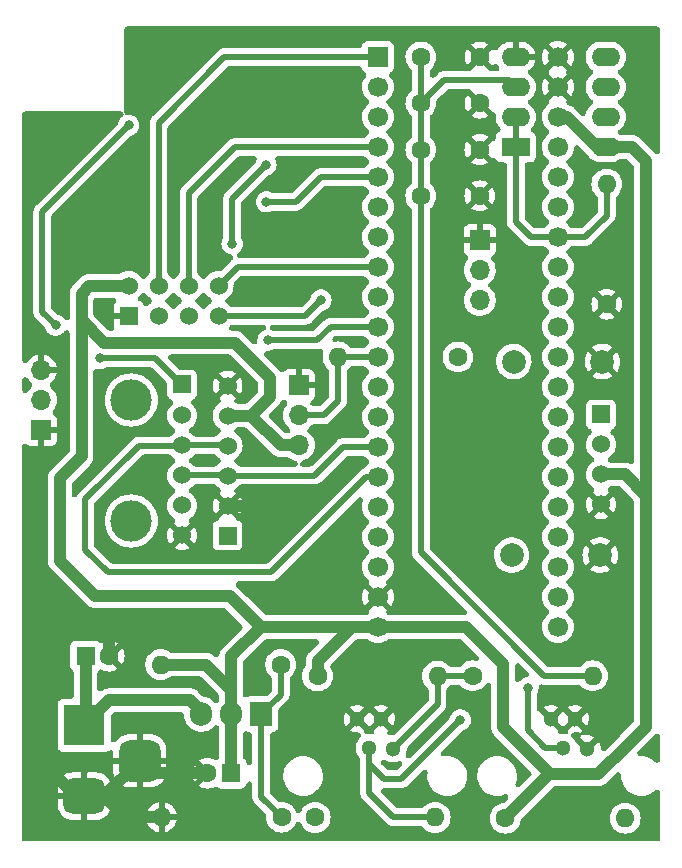
<source format=gbr>
G04 #@! TF.GenerationSoftware,KiCad,Pcbnew,(6.0.4)*
G04 #@! TF.CreationDate,2023-10-14T22:55:31+07:00*
G04 #@! TF.ProjectId,09-Prototype-Final-BugFixing,30392d50-726f-4746-9f74-7970652d4669,rev?*
G04 #@! TF.SameCoordinates,Original*
G04 #@! TF.FileFunction,Copper,L2,Bot*
G04 #@! TF.FilePolarity,Positive*
%FSLAX46Y46*%
G04 Gerber Fmt 4.6, Leading zero omitted, Abs format (unit mm)*
G04 Created by KiCad (PCBNEW (6.0.4)) date 2023-10-14 22:55:31*
%MOMM*%
%LPD*%
G01*
G04 APERTURE LIST*
G04 Aperture macros list*
%AMRoundRect*
0 Rectangle with rounded corners*
0 $1 Rounding radius*
0 $2 $3 $4 $5 $6 $7 $8 $9 X,Y pos of 4 corners*
0 Add a 4 corners polygon primitive as box body*
4,1,4,$2,$3,$4,$5,$6,$7,$8,$9,$2,$3,0*
0 Add four circle primitives for the rounded corners*
1,1,$1+$1,$2,$3*
1,1,$1+$1,$4,$5*
1,1,$1+$1,$6,$7*
1,1,$1+$1,$8,$9*
0 Add four rect primitives between the rounded corners*
20,1,$1+$1,$2,$3,$4,$5,0*
20,1,$1+$1,$4,$5,$6,$7,0*
20,1,$1+$1,$6,$7,$8,$9,0*
20,1,$1+$1,$8,$9,$2,$3,0*%
G04 Aperture macros list end*
G04 #@! TA.AperFunction,ComponentPad*
%ADD10R,1.905000X2.000000*%
G04 #@! TD*
G04 #@! TA.AperFunction,ComponentPad*
%ADD11O,1.905000X2.000000*%
G04 #@! TD*
G04 #@! TA.AperFunction,ComponentPad*
%ADD12C,1.524000*%
G04 #@! TD*
G04 #@! TA.AperFunction,ComponentPad*
%ADD13R,1.524000X1.524000*%
G04 #@! TD*
G04 #@! TA.AperFunction,WasherPad*
%ADD14C,3.500000*%
G04 #@! TD*
G04 #@! TA.AperFunction,ComponentPad*
%ADD15O,2.400000X1.600000*%
G04 #@! TD*
G04 #@! TA.AperFunction,ComponentPad*
%ADD16R,2.400000X1.600000*%
G04 #@! TD*
G04 #@! TA.AperFunction,ComponentPad*
%ADD17O,1.600000X1.600000*%
G04 #@! TD*
G04 #@! TA.AperFunction,ComponentPad*
%ADD18C,1.600000*%
G04 #@! TD*
G04 #@! TA.AperFunction,ComponentPad*
%ADD19R,1.700000X1.700000*%
G04 #@! TD*
G04 #@! TA.AperFunction,ComponentPad*
%ADD20O,1.700000X1.700000*%
G04 #@! TD*
G04 #@! TA.AperFunction,ComponentPad*
%ADD21R,1.600000X1.600000*%
G04 #@! TD*
G04 #@! TA.AperFunction,ComponentPad*
%ADD22C,2.000000*%
G04 #@! TD*
G04 #@! TA.AperFunction,ComponentPad*
%ADD23C,1.300000*%
G04 #@! TD*
G04 #@! TA.AperFunction,ComponentPad*
%ADD24R,3.500000X3.500000*%
G04 #@! TD*
G04 #@! TA.AperFunction,ComponentPad*
%ADD25RoundRect,0.750000X1.000000X-0.750000X1.000000X0.750000X-1.000000X0.750000X-1.000000X-0.750000X0*%
G04 #@! TD*
G04 #@! TA.AperFunction,ComponentPad*
%ADD26RoundRect,0.875000X0.875000X-0.875000X0.875000X0.875000X-0.875000X0.875000X-0.875000X-0.875000X0*%
G04 #@! TD*
G04 #@! TA.AperFunction,ComponentPad*
%ADD27C,1.700000*%
G04 #@! TD*
G04 #@! TA.AperFunction,ViaPad*
%ADD28C,0.800000*%
G04 #@! TD*
G04 #@! TA.AperFunction,Conductor*
%ADD29C,1.000000*%
G04 #@! TD*
G04 #@! TA.AperFunction,Conductor*
%ADD30C,0.500000*%
G04 #@! TD*
G04 APERTURE END LIST*
D10*
G04 #@! TO.P,U6,1,ADJ*
G04 #@! TO.N,/V_adj*
X170730000Y-98725000D03*
D11*
G04 #@! TO.P,U6,2,VO*
G04 #@! TO.N,+3V3*
X168190000Y-98725000D03*
G04 #@! TO.P,U6,3,VI*
G04 #@! TO.N,VCC*
X165650000Y-98725000D03*
G04 #@! TD*
D12*
G04 #@! TO.P,U5,5,ADDR*
G04 #@! TO.N,GND*
X167890000Y-70900000D03*
G04 #@! TO.P,U5,4,SDA*
G04 #@! TO.N,I2C_SDA*
X167890000Y-75980000D03*
G04 #@! TO.P,U5,3,SCL*
G04 #@! TO.N,I2C_CLK*
X167890000Y-78520000D03*
G04 #@! TO.P,U5,2,GND*
G04 #@! TO.N,GND*
X167890000Y-81060000D03*
G04 #@! TO.P,U5,1,VCC*
G04 #@! TO.N,+3V3*
X167890000Y-73440000D03*
D13*
X167890000Y-83600000D03*
D14*
G04 #@! TO.P,U5,*
G04 #@! TO.N,*
X159740000Y-82370000D03*
X159740000Y-72130000D03*
G04 #@! TD*
D15*
G04 #@! TO.P,U4,8,V+*
G04 #@! TO.N,+3V3*
X199905000Y-50700000D03*
G04 #@! TO.P,U4,7*
G04 #@! TO.N,unconnected-(U4-Pad7)*
X199905000Y-48160000D03*
G04 #@! TO.P,U4,6,-*
G04 #@! TO.N,unconnected-(U4-Pad6)*
X199905000Y-45620000D03*
G04 #@! TO.P,U4,5,+*
G04 #@! TO.N,unconnected-(U4-Pad5)*
X199905000Y-43080000D03*
G04 #@! TO.P,U4,4,V-*
G04 #@! TO.N,GND*
X192285000Y-43080000D03*
G04 #@! TO.P,U4,3,+*
G04 #@! TO.N,/Passive LPF*
X192285000Y-45620000D03*
G04 #@! TO.P,U4,2,-*
G04 #@! TO.N,Wind_Vane*
X192285000Y-48160000D03*
D16*
G04 #@! TO.P,U4,1*
X192285000Y-50700000D03*
G04 #@! TD*
D13*
G04 #@! TO.P,U3,1,GND*
G04 #@! TO.N,GND*
X159510000Y-64990000D03*
D12*
G04 #@! TO.P,U3,2,VCC*
G04 #@! TO.N,+3V3*
X159510000Y-62450000D03*
G04 #@! TO.P,U3,3,RST*
G04 #@! TO.N,LoRa_Reset*
X162050000Y-64990000D03*
G04 #@! TO.P,U3,4,NCSS*
G04 #@! TO.N,LoRa_NCSS*
X162050000Y-62450000D03*
G04 #@! TO.P,U3,5,SCLK*
G04 #@! TO.N,LoRa_SCLK*
X164590000Y-64990000D03*
G04 #@! TO.P,U3,6,MOSI*
G04 #@! TO.N,LoRa_MOSI*
X164590000Y-62450000D03*
G04 #@! TO.P,U3,7,MISO*
G04 #@! TO.N,LoRa_MISO*
X167130000Y-64990000D03*
G04 #@! TO.P,U3,8,DIO0*
G04 #@! TO.N,LoRa_DIO0*
X167130000Y-62450000D03*
G04 #@! TD*
D13*
G04 #@! TO.P,U2,1,SCL*
G04 #@! TO.N,unconnected-(U2-Pad1)*
X199510000Y-73350000D03*
D12*
G04 #@! TO.P,U2,2,SDA*
G04 #@! TO.N,unconnected-(U2-Pad2)*
X199510000Y-75890000D03*
G04 #@! TO.P,U2,3,VCC*
G04 #@! TO.N,+3V3*
X199510000Y-78430000D03*
G04 #@! TO.P,U2,4,GND*
G04 #@! TO.N,GND*
X199510000Y-80970000D03*
D13*
G04 #@! TO.P,U2,5,32K*
G04 #@! TO.N,/32768Hz out*
X164050000Y-70810000D03*
D12*
G04 #@! TO.P,U2,6,SQW*
G04 #@! TO.N,RTC_ALARM*
X164050000Y-73430000D03*
G04 #@! TO.P,U2,7,SCL*
G04 #@! TO.N,I2C_CLK*
X164050000Y-78510000D03*
G04 #@! TO.P,U2,8,SDA*
G04 #@! TO.N,I2C_SDA*
X164050000Y-75970000D03*
G04 #@! TO.P,U2,9,VCC*
G04 #@! TO.N,unconnected-(U2-Pad9)*
X164050000Y-81050000D03*
G04 #@! TO.P,U2,10,GND*
G04 #@! TO.N,GND*
X164050000Y-83590000D03*
G04 #@! TD*
D17*
G04 #@! TO.P,R8,2*
G04 #@! TO.N,GND*
X162310000Y-107440000D03*
D18*
G04 #@! TO.P,R8,1*
G04 #@! TO.N,/V_adj*
X172470000Y-107440000D03*
G04 #@! TD*
G04 #@! TO.P,R7,1*
G04 #@! TO.N,/V_adj*
X172390000Y-94530000D03*
D17*
G04 #@! TO.P,R7,2*
G04 #@! TO.N,+3V3*
X162230000Y-94530000D03*
G04 #@! TD*
D18*
G04 #@! TO.P,R6,1*
G04 #@! TO.N,+3V3*
X187400000Y-68480000D03*
D17*
G04 #@! TO.P,R6,2*
G04 #@! TO.N,DS18B20*
X177240000Y-68480000D03*
G04 #@! TD*
D18*
G04 #@! TO.P,R5,1*
G04 #@! TO.N,+3V3*
X191400000Y-107540000D03*
D17*
G04 #@! TO.P,R5,2*
G04 #@! TO.N,Rain_Gauge*
X201560000Y-107540000D03*
G04 #@! TD*
D18*
G04 #@! TO.P,R4,1*
G04 #@! TO.N,GND*
X200000000Y-64010000D03*
D17*
G04 #@! TO.P,R4,2*
G04 #@! TO.N,Wind_Vane*
X200000000Y-53850000D03*
G04 #@! TD*
D18*
G04 #@! TO.P,R3,1*
G04 #@! TO.N,WindVane_raw*
X188640000Y-95480000D03*
D17*
G04 #@! TO.P,R3,2*
G04 #@! TO.N,/Passive LPF*
X198800000Y-95480000D03*
G04 #@! TD*
D18*
G04 #@! TO.P,R2,1*
G04 #@! TO.N,+3V3*
X175310000Y-107460000D03*
D17*
G04 #@! TO.P,R2,2*
G04 #@! TO.N,Anemometer*
X185470000Y-107460000D03*
G04 #@! TD*
D18*
G04 #@! TO.P,R1,1*
G04 #@! TO.N,+3V3*
X175510000Y-95490000D03*
D17*
G04 #@! TO.P,R1,2*
G04 #@! TO.N,WindVane_raw*
X185670000Y-95490000D03*
G04 #@! TD*
D19*
G04 #@! TO.P,J6,1,Pin_1*
G04 #@! TO.N,GND*
X173925000Y-70875000D03*
D20*
G04 #@! TO.P,J6,2,Pin_2*
G04 #@! TO.N,DS18B20*
X173925000Y-73415000D03*
G04 #@! TO.P,J6,3,Pin_3*
G04 #@! TO.N,+3V3*
X173925000Y-75955000D03*
G04 #@! TD*
D19*
G04 #@! TO.P,J3,1,Pin_1*
G04 #@! TO.N,GND*
X189240000Y-58580000D03*
D20*
G04 #@! TO.P,J3,2,Pin_2*
G04 #@! TO.N,UART_TX*
X189240000Y-61120000D03*
G04 #@! TO.P,J3,3,Pin_3*
G04 #@! TO.N,UART_RX*
X189240000Y-63660000D03*
G04 #@! TD*
D21*
G04 #@! TO.P,C8,1*
G04 #@! TO.N,+3V3*
X168190000Y-103720000D03*
D18*
G04 #@! TO.P,C8,2*
G04 #@! TO.N,GND*
X166190000Y-103720000D03*
G04 #@! TD*
D21*
G04 #@! TO.P,C7,1*
G04 #@! TO.N,VCC*
X155864888Y-93810000D03*
D18*
G04 #@! TO.P,C7,2*
G04 #@! TO.N,GND*
X157864888Y-93810000D03*
G04 #@! TD*
D22*
G04 #@! TO.P,C6,1*
G04 #@! TO.N,GND*
X199440000Y-85250000D03*
G04 #@! TO.P,C6,2*
G04 #@! TO.N,Rain_Gauge*
X191940000Y-85250000D03*
G04 #@! TD*
D18*
G04 #@! TO.P,C5,1*
G04 #@! TO.N,/Passive LPF*
X184250000Y-54840000D03*
G04 #@! TO.P,C5,2*
G04 #@! TO.N,GND*
X189250000Y-54840000D03*
G04 #@! TD*
G04 #@! TO.P,C4,1*
G04 #@! TO.N,/Passive LPF*
X184250000Y-50920000D03*
G04 #@! TO.P,C4,2*
G04 #@! TO.N,GND*
X189250000Y-50920000D03*
G04 #@! TD*
G04 #@! TO.P,C3,1*
G04 #@! TO.N,/Passive LPF*
X184260000Y-46990000D03*
G04 #@! TO.P,C3,2*
G04 #@! TO.N,GND*
X189260000Y-46990000D03*
G04 #@! TD*
G04 #@! TO.P,C2,2*
G04 #@! TO.N,GND*
X189260000Y-43080000D03*
G04 #@! TO.P,C2,1*
G04 #@! TO.N,/Passive LPF*
X184260000Y-43080000D03*
G04 #@! TD*
D22*
G04 #@! TO.P,C1,1*
G04 #@! TO.N,GND*
X199630000Y-68870000D03*
G04 #@! TO.P,C1,2*
G04 #@! TO.N,Anemometer*
X192130000Y-68870000D03*
G04 #@! TD*
D23*
G04 #@! TO.P,J5,1*
G04 #@! TO.N,GND*
X195285000Y-99120000D03*
G04 #@! TO.P,J5,2*
X197320000Y-99120000D03*
G04 #@! TO.P,J5,3*
G04 #@! TO.N,Rain_Gauge*
X196300000Y-101560000D03*
G04 #@! TO.P,J5,4*
G04 #@! TO.N,GND*
X198335000Y-101660000D03*
G04 #@! TD*
D24*
G04 #@! TO.P,J1,1*
G04 #@! TO.N,VCC*
X155760500Y-99664000D03*
D25*
G04 #@! TO.P,J1,2*
G04 #@! TO.N,GND*
X155760500Y-105664000D03*
D26*
G04 #@! TO.P,J1,3*
X160460500Y-102664000D03*
G04 #@! TD*
D19*
G04 #@! TO.P,J2,1,Pin_1*
G04 #@! TO.N,GND*
X152105000Y-74655000D03*
D20*
G04 #@! TO.P,J2,2,Pin_2*
G04 #@! TO.N,/32768Hz out*
X152105000Y-72115000D03*
G04 #@! TO.P,J2,3,Pin_3*
G04 #@! TO.N,GND*
X152105000Y-69575000D03*
G04 #@! TD*
D23*
G04 #@! TO.P,J4,1*
G04 #@! TO.N,GND*
X178865000Y-99120000D03*
G04 #@! TO.P,J4,2*
X180900000Y-99120000D03*
G04 #@! TO.P,J4,3*
G04 #@! TO.N,Anemometer*
X179880000Y-101560000D03*
G04 #@! TO.P,J4,4*
G04 #@! TO.N,WindVane_raw*
X181915000Y-101660000D03*
G04 #@! TD*
D19*
G04 #@! TO.P,U1,1,PB12*
G04 #@! TO.N,LoRa_NCSS*
X180610000Y-43080000D03*
D27*
G04 #@! TO.P,U1,2,PB13*
G04 #@! TO.N,LoRa_SCLK*
X180610000Y-45620000D03*
G04 #@! TO.P,U1,3,PB14*
G04 #@! TO.N,LoRa_MISO*
X180610000Y-48160000D03*
G04 #@! TO.P,U1,4,PB15*
G04 #@! TO.N,LoRa_MOSI*
X180610000Y-50700000D03*
G04 #@! TO.P,U1,5,PA8*
G04 #@! TO.N,LoRa_Reset*
X180610000Y-53240000D03*
G04 #@! TO.P,U1,6,PA9*
G04 #@! TO.N,UART_TX*
X180610000Y-55780000D03*
G04 #@! TO.P,U1,7,PA10*
G04 #@! TO.N,UART_RX*
X180610000Y-58320000D03*
G04 #@! TO.P,U1,8,PA11*
G04 #@! TO.N,LoRa_DIO0*
X180610000Y-60860000D03*
G04 #@! TO.P,U1,9,PA12*
G04 #@! TO.N,unconnected-(U1-Pad9)*
X180610000Y-63400000D03*
G04 #@! TO.P,U1,10,PA15*
G04 #@! TO.N,RTC_ALARM*
X180610000Y-65940000D03*
G04 #@! TO.P,U1,11,PB3*
G04 #@! TO.N,DS18B20*
X180610000Y-68480000D03*
G04 #@! TO.P,U1,12,PB4*
G04 #@! TO.N,unconnected-(U1-Pad12)*
X180610000Y-71020000D03*
G04 #@! TO.P,U1,13,PB5*
G04 #@! TO.N,unconnected-(U1-Pad13)*
X180610000Y-73560000D03*
G04 #@! TO.P,U1,14,PB6*
G04 #@! TO.N,I2C_CLK*
X180610000Y-76100000D03*
G04 #@! TO.P,U1,15,PB7*
G04 #@! TO.N,I2C_SDA*
X180610000Y-78640000D03*
G04 #@! TO.P,U1,16,PB8*
G04 #@! TO.N,unconnected-(U1-Pad16)*
X180610000Y-81180000D03*
G04 #@! TO.P,U1,17,PB9*
G04 #@! TO.N,unconnected-(U1-Pad17)*
X180610000Y-83720000D03*
G04 #@! TO.P,U1,18,5V*
G04 #@! TO.N,unconnected-(U1-Pad18)*
X180610000Y-86260000D03*
G04 #@! TO.P,U1,19,GND*
G04 #@! TO.N,GND*
X180610000Y-88800000D03*
G04 #@! TO.P,U1,20,3V3*
G04 #@! TO.N,+3V3*
X180610000Y-91340000D03*
G04 #@! TO.P,U1,21,VBat*
G04 #@! TO.N,unconnected-(U1-Pad21)*
X195850000Y-91340000D03*
G04 #@! TO.P,U1,22,PC13*
G04 #@! TO.N,unconnected-(U1-Pad22)*
X195850000Y-88800000D03*
G04 #@! TO.P,U1,23,PC14*
G04 #@! TO.N,unconnected-(U1-Pad23)*
X195850000Y-86260000D03*
G04 #@! TO.P,U1,24,PC15*
G04 #@! TO.N,unconnected-(U1-Pad24)*
X195850000Y-83720000D03*
G04 #@! TO.P,U1,25,PA0*
G04 #@! TO.N,unconnected-(U1-Pad25)*
X195850000Y-81180000D03*
G04 #@! TO.P,U1,26,PA1*
G04 #@! TO.N,Rain_Gauge*
X195850000Y-78640000D03*
G04 #@! TO.P,U1,27,PA2*
G04 #@! TO.N,unconnected-(U1-Pad27)*
X195850000Y-76100000D03*
G04 #@! TO.P,U1,28,PA3*
G04 #@! TO.N,Anemometer*
X195850000Y-73560000D03*
G04 #@! TO.P,U1,29,PA4*
G04 #@! TO.N,unconnected-(U1-Pad29)*
X195850000Y-71020000D03*
G04 #@! TO.P,U1,30,PA5*
G04 #@! TO.N,unconnected-(U1-Pad30)*
X195850000Y-68480000D03*
G04 #@! TO.P,U1,31,PA6*
G04 #@! TO.N,unconnected-(U1-Pad31)*
X195850000Y-65940000D03*
G04 #@! TO.P,U1,32,PA7*
G04 #@! TO.N,unconnected-(U1-Pad32)*
X195850000Y-63400000D03*
G04 #@! TO.P,U1,33,PB0*
G04 #@! TO.N,unconnected-(U1-Pad33)*
X195850000Y-60860000D03*
G04 #@! TO.P,U1,34,PB1*
G04 #@! TO.N,Wind_Vane*
X195850000Y-58320000D03*
G04 #@! TO.P,U1,35,PB10*
G04 #@! TO.N,unconnected-(U1-Pad35)*
X195850000Y-55780000D03*
G04 #@! TO.P,U1,36,PB11*
G04 #@! TO.N,unconnected-(U1-Pad36)*
X195850000Y-53240000D03*
G04 #@! TO.P,U1,37,RST*
G04 #@! TO.N,unconnected-(U1-Pad37)*
X195850000Y-50700000D03*
G04 #@! TO.P,U1,38,3V3*
G04 #@! TO.N,+3V3*
X195850000Y-48160000D03*
G04 #@! TO.P,U1,39,GND*
G04 #@! TO.N,GND*
X195850000Y-45620000D03*
G04 #@! TO.P,U1,40,GND*
X195850000Y-43080000D03*
G04 #@! TD*
D28*
G04 #@! TO.N,Rain_Gauge*
X193330000Y-96480000D03*
G04 #@! TO.N,Anemometer*
X187600000Y-99210000D03*
G04 #@! TO.N,/32768Hz out*
X157075812Y-68608549D03*
G04 #@! TO.N,RTC_ALARM*
X171320000Y-67060000D03*
G04 #@! TO.N,GND*
X173390000Y-81050000D03*
G04 #@! TO.N,LoRa_Reset*
X171180000Y-55350000D03*
X159520000Y-48870000D03*
X153340000Y-65800000D03*
G04 #@! TO.N,LoRa_SCLK*
X171140000Y-52220000D03*
X168280000Y-58900000D03*
G04 #@! TO.N,LoRa_MISO*
X175800000Y-63670000D03*
G04 #@! TD*
D29*
G04 #@! TO.N,+3V3*
X203320000Y-99770000D02*
X201755000Y-101335000D01*
X203320000Y-80240000D02*
X203320000Y-99770000D01*
X199290000Y-103800000D02*
X201755000Y-101335000D01*
X201510000Y-78430000D02*
X203320000Y-80240000D01*
X195180000Y-103800000D02*
X199290000Y-103800000D01*
X203320000Y-80240000D02*
X203320000Y-51870000D01*
X203320000Y-51870000D02*
X202150000Y-50700000D01*
X202150000Y-50700000D02*
X199905000Y-50700000D01*
X195140000Y-103800000D02*
X191400000Y-107540000D01*
X195180000Y-103800000D02*
X195140000Y-103800000D01*
D30*
G04 #@! TO.N,LoRa_Reset*
X152200000Y-56190000D02*
X159520000Y-48870000D01*
X153340000Y-65800000D02*
X152200000Y-64660000D01*
X152200000Y-64660000D02*
X152200000Y-56190000D01*
G04 #@! TO.N,Wind_Vane*
X193550000Y-58320000D02*
X195850000Y-58320000D01*
X192285000Y-57055000D02*
X193550000Y-58320000D01*
X192285000Y-50700000D02*
X192285000Y-57055000D01*
X192285000Y-48160000D02*
X192285000Y-50700000D01*
G04 #@! TO.N,/Passive LPF*
X184250000Y-85020000D02*
X184250000Y-54840000D01*
X194710000Y-95480000D02*
X184250000Y-85020000D01*
X198800000Y-95480000D02*
X194710000Y-95480000D01*
X184250000Y-54840000D02*
X184250000Y-50920000D01*
X184260000Y-46990000D02*
X184260000Y-43080000D01*
X191695000Y-45030000D02*
X192285000Y-45620000D01*
X186220000Y-45030000D02*
X191695000Y-45030000D01*
X184260000Y-46990000D02*
X186220000Y-45030000D01*
D29*
G04 #@! TO.N,+3V3*
X201510000Y-78430000D02*
X199510000Y-78430000D01*
X191210000Y-99830000D02*
X195180000Y-103800000D01*
X191210000Y-98860000D02*
X191210000Y-99830000D01*
X172405000Y-75955000D02*
X173925000Y-75955000D01*
X169890000Y-73440000D02*
X172405000Y-75955000D01*
D30*
G04 #@! TO.N,DS18B20*
X176045000Y-73415000D02*
X173925000Y-73415000D01*
X177240000Y-72220000D02*
X176045000Y-73415000D01*
X177240000Y-68480000D02*
X177240000Y-72220000D01*
G04 #@! TO.N,I2C_SDA*
X160400000Y-75980000D02*
X163140000Y-75980000D01*
X157760000Y-86730000D02*
X155830000Y-84800000D01*
X155830000Y-84800000D02*
X155830000Y-80550000D01*
X171560000Y-86730000D02*
X157760000Y-86730000D01*
X155830000Y-80550000D02*
X160400000Y-75980000D01*
X179650000Y-78640000D02*
X171560000Y-86730000D01*
X180610000Y-78640000D02*
X179650000Y-78640000D01*
G04 #@! TO.N,DS18B20*
X177240000Y-68480000D02*
X180610000Y-68480000D01*
G04 #@! TO.N,Rain_Gauge*
X193300000Y-96510000D02*
X193330000Y-96480000D01*
X193300000Y-100100000D02*
X193300000Y-96510000D01*
X194760000Y-101560000D02*
X193300000Y-100100000D01*
X196300000Y-101560000D02*
X194760000Y-101560000D01*
G04 #@! TO.N,Anemometer*
X187600000Y-99220000D02*
X187600000Y-99210000D01*
X185310000Y-101510000D02*
X187600000Y-99220000D01*
X182600000Y-104220000D02*
X185310000Y-101510000D01*
X182330000Y-104220000D02*
X182600000Y-104220000D01*
X181120000Y-104220000D02*
X182330000Y-104220000D01*
X179880000Y-102980000D02*
X181120000Y-104220000D01*
X179880000Y-102980000D02*
X179880000Y-105400000D01*
X179880000Y-101560000D02*
X179880000Y-102980000D01*
G04 #@! TO.N,/32768Hz out*
X162490000Y-69310000D02*
X161788549Y-68608549D01*
X163990000Y-70810000D02*
X162490000Y-69310000D01*
X161788549Y-68608549D02*
X157075812Y-68608549D01*
X164050000Y-70810000D02*
X163990000Y-70810000D01*
D29*
G04 #@! TO.N,+3V3*
X157450000Y-67260000D02*
X155530000Y-65340000D01*
X168510000Y-67260000D02*
X157450000Y-67260000D01*
X171500000Y-70250000D02*
X168510000Y-67260000D01*
X171500000Y-71830000D02*
X171500000Y-70250000D01*
X169890000Y-73440000D02*
X171500000Y-71830000D01*
X155530000Y-65340000D02*
X155530000Y-63120000D01*
X155530000Y-66720000D02*
X155530000Y-65340000D01*
X167890000Y-73440000D02*
X169890000Y-73440000D01*
D30*
G04 #@! TO.N,RTC_ALARM*
X175490000Y-67060000D02*
X176610000Y-65940000D01*
X171320000Y-67060000D02*
X175490000Y-67060000D01*
X176610000Y-65940000D02*
X180610000Y-65940000D01*
D29*
G04 #@! TO.N,GND*
X173380000Y-81060000D02*
X173390000Y-81050000D01*
X167890000Y-81060000D02*
X173380000Y-81060000D01*
D30*
G04 #@! TO.N,I2C_CLK*
X167880000Y-78510000D02*
X167890000Y-78520000D01*
X164050000Y-78510000D02*
X167880000Y-78510000D01*
G04 #@! TO.N,I2C_SDA*
X167880000Y-75970000D02*
X167890000Y-75980000D01*
X164050000Y-75970000D02*
X167880000Y-75970000D01*
X164040000Y-75980000D02*
X164050000Y-75970000D01*
X163140000Y-75980000D02*
X164040000Y-75980000D01*
X164220000Y-75980000D02*
X163140000Y-75980000D01*
G04 #@! TO.N,LoRa_Reset*
X175780000Y-53240000D02*
X180610000Y-53240000D01*
X173670000Y-55350000D02*
X175780000Y-53240000D01*
X171180000Y-55350000D02*
X173670000Y-55350000D01*
G04 #@! TO.N,LoRa_SCLK*
X168280000Y-55080000D02*
X168280000Y-58900000D01*
X171140000Y-52220000D02*
X168280000Y-55080000D01*
D29*
G04 #@! TO.N,+3V3*
X155530000Y-76870000D02*
X155530000Y-66720000D01*
X155530000Y-63120000D02*
X156200000Y-62450000D01*
X153690000Y-85730000D02*
X153690000Y-78710000D01*
X153690000Y-78710000D02*
X155530000Y-76870000D01*
X168060000Y-88710000D02*
X156670000Y-88710000D01*
X156670000Y-88710000D02*
X153690000Y-85730000D01*
X170690000Y-91340000D02*
X168060000Y-88710000D01*
D30*
G04 #@! TO.N,LoRa_MISO*
X174480000Y-64990000D02*
X175800000Y-63670000D01*
X167130000Y-64990000D02*
X174480000Y-64990000D01*
G04 #@! TO.N,LoRa_DIO0*
X169370000Y-60840000D02*
X169390000Y-60860000D01*
X168740000Y-60840000D02*
X169370000Y-60840000D01*
X167130000Y-62450000D02*
X168740000Y-60840000D01*
X169390000Y-60860000D02*
X180610000Y-60860000D01*
G04 #@! TO.N,LoRa_MOSI*
X164590000Y-54610000D02*
X168500000Y-50700000D01*
X164590000Y-62450000D02*
X164590000Y-54610000D01*
X168500000Y-50700000D02*
X180610000Y-50700000D01*
G04 #@! TO.N,LoRa_NCSS*
X162050000Y-48660000D02*
X167630000Y-43080000D01*
X167630000Y-43080000D02*
X180610000Y-43080000D01*
X162050000Y-62450000D02*
X162050000Y-48660000D01*
D29*
G04 #@! TO.N,+3V3*
X156200000Y-62450000D02*
X159510000Y-62450000D01*
D30*
G04 #@! TO.N,I2C_CLK*
X177660000Y-76100000D02*
X180610000Y-76100000D01*
X175240000Y-78520000D02*
X177660000Y-76100000D01*
X167890000Y-78520000D02*
X175240000Y-78520000D01*
G04 #@! TO.N,/Passive LPF*
X184250000Y-47000000D02*
X184260000Y-46990000D01*
X184250000Y-50920000D02*
X184250000Y-47000000D01*
D29*
G04 #@! TO.N,+3V3*
X175510000Y-94230000D02*
X178400000Y-91340000D01*
X175510000Y-95490000D02*
X175510000Y-94230000D01*
X178400000Y-91340000D02*
X170690000Y-91340000D01*
X180610000Y-91340000D02*
X178400000Y-91340000D01*
X191210000Y-94450000D02*
X191210000Y-98860000D01*
X188100000Y-91340000D02*
X191210000Y-94450000D01*
X180610000Y-91340000D02*
X188100000Y-91340000D01*
D30*
G04 #@! TO.N,WindVane_raw*
X181915000Y-101660000D02*
X185670000Y-97905000D01*
X185670000Y-97905000D02*
X185670000Y-95490000D01*
X188630000Y-95490000D02*
X188640000Y-95480000D01*
X185670000Y-95490000D02*
X188630000Y-95490000D01*
G04 #@! TO.N,Anemometer*
X181940000Y-107460000D02*
X185470000Y-107460000D01*
X179880000Y-105400000D02*
X181940000Y-107460000D01*
D29*
G04 #@! TO.N,GND*
X154080000Y-91250000D02*
X152280000Y-93050000D01*
X156720000Y-91250000D02*
X154080000Y-91250000D01*
X157864888Y-92394888D02*
X156720000Y-91250000D01*
X155074000Y-105664000D02*
X155760500Y-105664000D01*
X157864888Y-93810000D02*
X157864888Y-92394888D01*
X152280000Y-93050000D02*
X152280000Y-102870000D01*
X152280000Y-102870000D02*
X155074000Y-105664000D01*
G04 #@! TO.N,VCC*
X155864888Y-99559612D02*
X155760500Y-99664000D01*
X155864888Y-93810000D02*
X155864888Y-99559612D01*
G04 #@! TO.N,+3V3*
X168190000Y-103720000D02*
X168190000Y-98725000D01*
G04 #@! TO.N,GND*
X161516500Y-103720000D02*
X160460500Y-102664000D01*
X166190000Y-103720000D02*
X161516500Y-103720000D01*
G04 #@! TO.N,+3V3*
X168190000Y-93840000D02*
X168190000Y-96640000D01*
X170690000Y-91340000D02*
X168190000Y-93840000D01*
D30*
G04 #@! TO.N,/V_adj*
X170730000Y-105700000D02*
X172470000Y-107440000D01*
X170730000Y-98725000D02*
X170730000Y-105700000D01*
X172390000Y-97065000D02*
X170730000Y-98725000D01*
X172390000Y-94530000D02*
X172390000Y-97065000D01*
D29*
G04 #@! TO.N,VCC*
X157884500Y-97540000D02*
X155760500Y-99664000D01*
X165650000Y-98480000D02*
X164710000Y-97540000D01*
X165650000Y-98725000D02*
X165650000Y-98480000D01*
X164710000Y-97540000D02*
X157884500Y-97540000D01*
G04 #@! TO.N,+3V3*
X168190000Y-96640000D02*
X168190000Y-98725000D01*
X166080000Y-94530000D02*
X168190000Y-96640000D01*
X162230000Y-94530000D02*
X166080000Y-94530000D01*
G04 #@! TO.N,GND*
X159236500Y-107440000D02*
X157460500Y-105664000D01*
X162310000Y-107440000D02*
X159236500Y-107440000D01*
X157460500Y-105664000D02*
X160460500Y-102664000D01*
X155760500Y-105664000D02*
X157460500Y-105664000D01*
D30*
G04 #@! TO.N,Wind_Vane*
X198190000Y-58320000D02*
X200000000Y-56510000D01*
X195850000Y-58320000D02*
X198190000Y-58320000D01*
X200000000Y-56510000D02*
X200000000Y-53850000D01*
D29*
G04 #@! TO.N,+3V3*
X199130000Y-50700000D02*
X199905000Y-50700000D01*
X196590000Y-48160000D02*
X199130000Y-50700000D01*
X195850000Y-48160000D02*
X196590000Y-48160000D01*
G04 #@! TO.N,GND*
X189250000Y-47000000D02*
X189260000Y-46990000D01*
G04 #@! TD*
G04 #@! TA.AperFunction,Conductor*
G04 #@! TO.N,GND*
G36*
X158941053Y-47708954D02*
G01*
X159021835Y-47762930D01*
X159075811Y-47843712D01*
X159094765Y-47939000D01*
X159075811Y-48034288D01*
X159021835Y-48115070D01*
X158992124Y-48140445D01*
X158965209Y-48160000D01*
X158914129Y-48197112D01*
X158905403Y-48206803D01*
X158905401Y-48206805D01*
X158796201Y-48328083D01*
X158796197Y-48328088D01*
X158787467Y-48337784D01*
X158692821Y-48501716D01*
X158688788Y-48514129D01*
X158646752Y-48643500D01*
X158599279Y-48728267D01*
X158586009Y-48742624D01*
X151722883Y-55605750D01*
X151699579Y-55625777D01*
X151696330Y-55628806D01*
X151684676Y-55637383D01*
X151675311Y-55648407D01*
X151675306Y-55648411D01*
X151654094Y-55673379D01*
X151648212Y-55679759D01*
X151648248Y-55679791D01*
X151643436Y-55685197D01*
X151638330Y-55690303D01*
X151622220Y-55710665D01*
X151616737Y-55717352D01*
X151571368Y-55770755D01*
X151565343Y-55782555D01*
X151557119Y-55792949D01*
X151550992Y-55806058D01*
X151550988Y-55806065D01*
X151527451Y-55856425D01*
X151523635Y-55864232D01*
X151498363Y-55913725D01*
X151491781Y-55926616D01*
X151488631Y-55939490D01*
X151483021Y-55951493D01*
X151480075Y-55965658D01*
X151480074Y-55965660D01*
X151468755Y-56020078D01*
X151466844Y-56028525D01*
X151450185Y-56096606D01*
X151449500Y-56107648D01*
X151449500Y-56111526D01*
X151449459Y-56112845D01*
X151447382Y-56122831D01*
X151447773Y-56137291D01*
X151447773Y-56137294D01*
X151449409Y-56197737D01*
X151449500Y-56204473D01*
X151449500Y-64584244D01*
X151447182Y-64614894D01*
X151447027Y-64619332D01*
X151444852Y-64633630D01*
X151446025Y-64648048D01*
X151448680Y-64680695D01*
X151449033Y-64689386D01*
X151449081Y-64689383D01*
X151449500Y-64696596D01*
X151449500Y-64703822D01*
X151450336Y-64710996D01*
X151450337Y-64711006D01*
X151452508Y-64729629D01*
X151453363Y-64738275D01*
X151453504Y-64740000D01*
X151459039Y-64808059D01*
X151463122Y-64820663D01*
X151464657Y-64833828D01*
X151469591Y-64847422D01*
X151469593Y-64847429D01*
X151488565Y-64899697D01*
X151491387Y-64907914D01*
X151512973Y-64974546D01*
X151519848Y-64985875D01*
X151524369Y-64998331D01*
X151562796Y-65056942D01*
X151567413Y-65064261D01*
X151580780Y-65086288D01*
X151603761Y-65124160D01*
X151611085Y-65132452D01*
X151613797Y-65135164D01*
X151614735Y-65136162D01*
X151620323Y-65144685D01*
X151630830Y-65154638D01*
X151674700Y-65196197D01*
X151679527Y-65200894D01*
X152406009Y-65927376D01*
X152459985Y-66008158D01*
X152466752Y-66026500D01*
X152512821Y-66168284D01*
X152607467Y-66332216D01*
X152616197Y-66341912D01*
X152616201Y-66341917D01*
X152718649Y-66455696D01*
X152734129Y-66472888D01*
X152744678Y-66480552D01*
X152744681Y-66480555D01*
X152876714Y-66576482D01*
X152887270Y-66584151D01*
X152899189Y-66589458D01*
X152899193Y-66589460D01*
X152940774Y-66607973D01*
X153060197Y-66661144D01*
X153245354Y-66700500D01*
X153434646Y-66700500D01*
X153619803Y-66661144D01*
X153739226Y-66607973D01*
X153780807Y-66589460D01*
X153780811Y-66589458D01*
X153792730Y-66584151D01*
X153803286Y-66576482D01*
X153935319Y-66480555D01*
X153935322Y-66480552D01*
X153945871Y-66472888D01*
X153985930Y-66428399D01*
X154063802Y-66341913D01*
X154063803Y-66341912D01*
X154072533Y-66332216D01*
X154079055Y-66320919D01*
X154150395Y-66254971D01*
X154241545Y-66221343D01*
X154338625Y-66225156D01*
X154426856Y-66265830D01*
X154492806Y-66337172D01*
X154526434Y-66428322D01*
X154529500Y-66467277D01*
X154529500Y-76352439D01*
X154510546Y-76447727D01*
X154456570Y-76528509D01*
X152995180Y-77989900D01*
X152990195Y-77994747D01*
X152928720Y-78052881D01*
X152919045Y-78066698D01*
X152896703Y-78098606D01*
X152885696Y-78113159D01*
X152880503Y-78119527D01*
X152850427Y-78156403D01*
X152844584Y-78167581D01*
X152844582Y-78167583D01*
X152840780Y-78174856D01*
X152824086Y-78202315D01*
X152812137Y-78219379D01*
X152807129Y-78230952D01*
X152789975Y-78270593D01*
X152782117Y-78287067D01*
X152756258Y-78336530D01*
X152750514Y-78356563D01*
X152739683Y-78386810D01*
X152731414Y-78405919D01*
X152728836Y-78418260D01*
X152720002Y-78460546D01*
X152715619Y-78478256D01*
X152709621Y-78499175D01*
X152700234Y-78531913D01*
X152698636Y-78552684D01*
X152694109Y-78584488D01*
X152689849Y-78604880D01*
X152689500Y-78611539D01*
X152689500Y-78661847D01*
X152688766Y-78680950D01*
X152684640Y-78734571D01*
X152687538Y-78757509D01*
X152689500Y-78788704D01*
X152689500Y-85712114D01*
X152689403Y-85719067D01*
X152687040Y-85803653D01*
X152689230Y-85816070D01*
X152696734Y-85858627D01*
X152699242Y-85876707D01*
X152703578Y-85919394D01*
X152704880Y-85932216D01*
X152708650Y-85944246D01*
X152708651Y-85944251D01*
X152711109Y-85952093D01*
X152718719Y-85983310D01*
X152722336Y-86003821D01*
X152726979Y-86015547D01*
X152726980Y-86015552D01*
X152742878Y-86055707D01*
X152748967Y-86072902D01*
X152761889Y-86114135D01*
X152761892Y-86114142D01*
X152765662Y-86126172D01*
X152771776Y-86137201D01*
X152771777Y-86137204D01*
X152775758Y-86144385D01*
X152789496Y-86173447D01*
X152797160Y-86192805D01*
X152804067Y-86203360D01*
X152804068Y-86203362D01*
X152827720Y-86239506D01*
X152837143Y-86255127D01*
X152864203Y-86303944D01*
X152877759Y-86319760D01*
X152897054Y-86345459D01*
X152903216Y-86354877D01*
X152903220Y-86354882D01*
X152908455Y-86362882D01*
X152912917Y-86367838D01*
X152948490Y-86403411D01*
X152961479Y-86417439D01*
X152988267Y-86448693D01*
X152988271Y-86448697D01*
X152996477Y-86458271D01*
X153006439Y-86465999D01*
X153006444Y-86466003D01*
X153014735Y-86472434D01*
X153038192Y-86493113D01*
X155949917Y-89404838D01*
X155954764Y-89409823D01*
X156012881Y-89471280D01*
X156023211Y-89478513D01*
X156023219Y-89478520D01*
X156058607Y-89503299D01*
X156073160Y-89514305D01*
X156116403Y-89549573D01*
X156134858Y-89559221D01*
X156162312Y-89575913D01*
X156179379Y-89587863D01*
X156230623Y-89610039D01*
X156247044Y-89617871D01*
X156296530Y-89643741D01*
X156316556Y-89649483D01*
X156346807Y-89660315D01*
X156365919Y-89668586D01*
X156416184Y-89679087D01*
X156420559Y-89680001D01*
X156438262Y-89684382D01*
X156491913Y-89699766D01*
X156512684Y-89701364D01*
X156544488Y-89705891D01*
X156564880Y-89710151D01*
X156571539Y-89710500D01*
X156621846Y-89710500D01*
X156640949Y-89711234D01*
X156694570Y-89715360D01*
X156717502Y-89712463D01*
X156748710Y-89710500D01*
X167542439Y-89710500D01*
X167637727Y-89729454D01*
X167718509Y-89783430D01*
X169099009Y-91163930D01*
X169152985Y-91244712D01*
X169171939Y-91340000D01*
X169152985Y-91435288D01*
X169099009Y-91516070D01*
X167495180Y-93119900D01*
X167490195Y-93124747D01*
X167428720Y-93182881D01*
X167421487Y-93193211D01*
X167396703Y-93228606D01*
X167385696Y-93243159D01*
X167384713Y-93244365D01*
X167350427Y-93286403D01*
X167344584Y-93297581D01*
X167344582Y-93297583D01*
X167340780Y-93304856D01*
X167324086Y-93332315D01*
X167312137Y-93349379D01*
X167307129Y-93360952D01*
X167289975Y-93400593D01*
X167282117Y-93417067D01*
X167256258Y-93466530D01*
X167250514Y-93486563D01*
X167239682Y-93516813D01*
X167236695Y-93523716D01*
X167231414Y-93535919D01*
X167221534Y-93583211D01*
X167220002Y-93590546D01*
X167215619Y-93608256D01*
X167209392Y-93629975D01*
X167200234Y-93661913D01*
X167199266Y-93674497D01*
X167198439Y-93679092D01*
X167162912Y-93769518D01*
X167095485Y-93839466D01*
X167006423Y-93878286D01*
X166909284Y-93880069D01*
X166818858Y-93844542D01*
X166772456Y-93806087D01*
X166745789Y-93777888D01*
X166745788Y-93777887D01*
X166737119Y-93768720D01*
X166691394Y-93736703D01*
X166676841Y-93725696D01*
X166643372Y-93698399D01*
X166643370Y-93698397D01*
X166633597Y-93690427D01*
X166622419Y-93684584D01*
X166622417Y-93684582D01*
X166615144Y-93680780D01*
X166587684Y-93664085D01*
X166584582Y-93661913D01*
X166570621Y-93652137D01*
X166559048Y-93647129D01*
X166519407Y-93629975D01*
X166502930Y-93622116D01*
X166464648Y-93602102D01*
X166464649Y-93602102D01*
X166453470Y-93596258D01*
X166433437Y-93590514D01*
X166403190Y-93579683D01*
X166400719Y-93578614D01*
X166395655Y-93576422D01*
X166395651Y-93576421D01*
X166384081Y-93571414D01*
X166329451Y-93560001D01*
X166311744Y-93555619D01*
X166270210Y-93543710D01*
X166270209Y-93543710D01*
X166258087Y-93540234D01*
X166237316Y-93538636D01*
X166205512Y-93534109D01*
X166185120Y-93529849D01*
X166178461Y-93529500D01*
X166128153Y-93529500D01*
X166109050Y-93528766D01*
X166068012Y-93525608D01*
X166068010Y-93525608D01*
X166055429Y-93524640D01*
X166032491Y-93527538D01*
X166001296Y-93529500D01*
X163147000Y-93529500D01*
X163051712Y-93510546D01*
X163004180Y-93484469D01*
X162995869Y-93478649D01*
X162882734Y-93399432D01*
X162676496Y-93303261D01*
X162655306Y-93297583D01*
X162467190Y-93247178D01*
X162467191Y-93247178D01*
X162456692Y-93244365D01*
X162445864Y-93243418D01*
X162445860Y-93243417D01*
X162240836Y-93225480D01*
X162230000Y-93224532D01*
X162219164Y-93225480D01*
X162014140Y-93243417D01*
X162014136Y-93243418D01*
X162003308Y-93244365D01*
X161992809Y-93247178D01*
X161992810Y-93247178D01*
X161804695Y-93297583D01*
X161783504Y-93303261D01*
X161577266Y-93399432D01*
X161390861Y-93529953D01*
X161229953Y-93690861D01*
X161195981Y-93739379D01*
X161108519Y-93864289D01*
X161099432Y-93877266D01*
X161003261Y-94083504D01*
X161000448Y-94094001D01*
X161000448Y-94094002D01*
X160992174Y-94124880D01*
X160944365Y-94303308D01*
X160943418Y-94314136D01*
X160943417Y-94314140D01*
X160928581Y-94483716D01*
X160924532Y-94530000D01*
X160925480Y-94540836D01*
X160941203Y-94720546D01*
X160944365Y-94756692D01*
X160965916Y-94837122D01*
X160997059Y-94953348D01*
X161003261Y-94976496D01*
X161099432Y-95182734D01*
X161229953Y-95369139D01*
X161390861Y-95530047D01*
X161577266Y-95660568D01*
X161783504Y-95756739D01*
X162003308Y-95815635D01*
X162014136Y-95816582D01*
X162014140Y-95816583D01*
X162219164Y-95834520D01*
X162230000Y-95835468D01*
X162240836Y-95834520D01*
X162445860Y-95816583D01*
X162445864Y-95816582D01*
X162456692Y-95815635D01*
X162676496Y-95756739D01*
X162882734Y-95660568D01*
X163004181Y-95575530D01*
X163093107Y-95536402D01*
X163147000Y-95530500D01*
X165562439Y-95530500D01*
X165657727Y-95549454D01*
X165738509Y-95603430D01*
X167116570Y-96981491D01*
X167170546Y-97062273D01*
X167189500Y-97157561D01*
X167189500Y-97521398D01*
X167170546Y-97616686D01*
X167120517Y-97693430D01*
X167099402Y-97715525D01*
X167019865Y-97771319D01*
X166925031Y-97792429D01*
X166829337Y-97775640D01*
X166747353Y-97723510D01*
X166735216Y-97711073D01*
X166651212Y-97618753D01*
X166651210Y-97618751D01*
X166644340Y-97611201D01*
X166456834Y-97463117D01*
X166332781Y-97394636D01*
X166256606Y-97352585D01*
X166256602Y-97352583D01*
X166247660Y-97347647D01*
X166238034Y-97344238D01*
X166238029Y-97344236D01*
X166032065Y-97271301D01*
X166032063Y-97271301D01*
X166022435Y-97267891D01*
X165893106Y-97244854D01*
X165802619Y-97209483D01*
X165760704Y-97175783D01*
X165430118Y-96845198D01*
X165425270Y-96840213D01*
X165375784Y-96787883D01*
X165367119Y-96778720D01*
X165321394Y-96746703D01*
X165306841Y-96735696D01*
X165273372Y-96708399D01*
X165273370Y-96708397D01*
X165263597Y-96700427D01*
X165252419Y-96694584D01*
X165252417Y-96694582D01*
X165245144Y-96690780D01*
X165217684Y-96674085D01*
X165200621Y-96662137D01*
X165189048Y-96657129D01*
X165149407Y-96639975D01*
X165132930Y-96632116D01*
X165119633Y-96625164D01*
X165083470Y-96606258D01*
X165063437Y-96600514D01*
X165033190Y-96589683D01*
X165030719Y-96588614D01*
X165025655Y-96586422D01*
X165025651Y-96586421D01*
X165014081Y-96581414D01*
X164959451Y-96570001D01*
X164941744Y-96565619D01*
X164900210Y-96553710D01*
X164900209Y-96553710D01*
X164888087Y-96550234D01*
X164867316Y-96548636D01*
X164835512Y-96544109D01*
X164815120Y-96539849D01*
X164808461Y-96539500D01*
X164758153Y-96539500D01*
X164739050Y-96538766D01*
X164698012Y-96535608D01*
X164698010Y-96535608D01*
X164685429Y-96534640D01*
X164662491Y-96537538D01*
X164631296Y-96539500D01*
X157902400Y-96539500D01*
X157895448Y-96539403D01*
X157823454Y-96537392D01*
X157823453Y-96537392D01*
X157810847Y-96537040D01*
X157798427Y-96539230D01*
X157798426Y-96539230D01*
X157783828Y-96541804D01*
X157755871Y-96546734D01*
X157737805Y-96549240D01*
X157682284Y-96554880D01*
X157670249Y-96558652D01*
X157670247Y-96558652D01*
X157667988Y-96559360D01*
X157662413Y-96561107D01*
X157631193Y-96568718D01*
X157610679Y-96572335D01*
X157558771Y-96592887D01*
X157541588Y-96598971D01*
X157488328Y-96615662D01*
X157477302Y-96621774D01*
X157477297Y-96621776D01*
X157470112Y-96625759D01*
X157441061Y-96639491D01*
X157421695Y-96647159D01*
X157411142Y-96654065D01*
X157411138Y-96654067D01*
X157374985Y-96677725D01*
X157359359Y-96687151D01*
X157324022Y-96706739D01*
X157310556Y-96714203D01*
X157300981Y-96722410D01*
X157294745Y-96727755D01*
X157269042Y-96747053D01*
X157251618Y-96758455D01*
X157250076Y-96756098D01*
X157179318Y-96791169D01*
X157082384Y-96797719D01*
X156990322Y-96766674D01*
X156917148Y-96702763D01*
X156874003Y-96615714D01*
X156865388Y-96550784D01*
X156865388Y-95209800D01*
X156884342Y-95114512D01*
X156938318Y-95033730D01*
X156965054Y-95010551D01*
X156998473Y-94985504D01*
X157086090Y-94943523D01*
X157183102Y-94938267D01*
X157253039Y-94959082D01*
X157408711Y-95031673D01*
X157429068Y-95039082D01*
X157627782Y-95092327D01*
X157649108Y-95096088D01*
X157854064Y-95114019D01*
X157875712Y-95114019D01*
X158080668Y-95096088D01*
X158101994Y-95092327D01*
X158300708Y-95039082D01*
X158321065Y-95031673D01*
X158507522Y-94944727D01*
X158526274Y-94933900D01*
X158570270Y-94903093D01*
X158584693Y-94888026D01*
X158581026Y-94879691D01*
X157687405Y-93986069D01*
X157633429Y-93905288D01*
X157614475Y-93810000D01*
X158224196Y-93810000D01*
X158235783Y-93827342D01*
X158926572Y-94518130D01*
X158943914Y-94529718D01*
X158951486Y-94524658D01*
X158988788Y-94471386D01*
X158999615Y-94452634D01*
X159086561Y-94266177D01*
X159093970Y-94245820D01*
X159147215Y-94047106D01*
X159150976Y-94025780D01*
X159168907Y-93820824D01*
X159168907Y-93799176D01*
X159150976Y-93594220D01*
X159147215Y-93572894D01*
X159093970Y-93374180D01*
X159086561Y-93353823D01*
X158999615Y-93167366D01*
X158988788Y-93148614D01*
X158957981Y-93104618D01*
X158942914Y-93090195D01*
X158934580Y-93093862D01*
X158235783Y-93792658D01*
X158224196Y-93810000D01*
X157614475Y-93810000D01*
X157633429Y-93714712D01*
X157687405Y-93633930D01*
X157864888Y-93456447D01*
X158573019Y-92748315D01*
X158584606Y-92730974D01*
X158579546Y-92723402D01*
X158526274Y-92686100D01*
X158507522Y-92675273D01*
X158321065Y-92588327D01*
X158300708Y-92580918D01*
X158101994Y-92527673D01*
X158080668Y-92523912D01*
X157875712Y-92505981D01*
X157854064Y-92505981D01*
X157649108Y-92523912D01*
X157627782Y-92527673D01*
X157429068Y-92580918D01*
X157408711Y-92588327D01*
X157253039Y-92660918D01*
X157158668Y-92684010D01*
X157062644Y-92669230D01*
X156998477Y-92634499D01*
X156964866Y-92609309D01*
X156921907Y-92577112D01*
X156921904Y-92577110D01*
X156907712Y-92566474D01*
X156804209Y-92527673D01*
X156788084Y-92521628D01*
X156788083Y-92521628D01*
X156773468Y-92516149D01*
X156712265Y-92509500D01*
X155865454Y-92509500D01*
X155017512Y-92509501D01*
X154956308Y-92516149D01*
X154822064Y-92566474D01*
X154707342Y-92652454D01*
X154621362Y-92767176D01*
X154571037Y-92901420D01*
X154564388Y-92962623D01*
X154564389Y-94657376D01*
X154571037Y-94718580D01*
X154621362Y-94852824D01*
X154707342Y-94967546D01*
X154721540Y-94978187D01*
X154764720Y-95010549D01*
X154829603Y-95082863D01*
X154861873Y-95174502D01*
X154864388Y-95209800D01*
X154864388Y-97164501D01*
X154845434Y-97259789D01*
X154791458Y-97340571D01*
X154710676Y-97394547D01*
X154615388Y-97413501D01*
X153963124Y-97413501D01*
X153901920Y-97420149D01*
X153767676Y-97470474D01*
X153749302Y-97484245D01*
X153669102Y-97544352D01*
X153652954Y-97556454D01*
X153566974Y-97671176D01*
X153516649Y-97805420D01*
X153510000Y-97866623D01*
X153510001Y-101461376D01*
X153516649Y-101522580D01*
X153566974Y-101656824D01*
X153652954Y-101771546D01*
X153767676Y-101857526D01*
X153784287Y-101863753D01*
X153887304Y-101902372D01*
X153887305Y-101902372D01*
X153901920Y-101907851D01*
X153963123Y-101914500D01*
X155759299Y-101914500D01*
X157557876Y-101914499D01*
X157619080Y-101907851D01*
X157753324Y-101857526D01*
X157812168Y-101813424D01*
X157899787Y-101771445D01*
X157996800Y-101766191D01*
X158088438Y-101798462D01*
X158160752Y-101863345D01*
X158202731Y-101950963D01*
X158210500Y-102012676D01*
X158210500Y-102389473D01*
X158214569Y-102409931D01*
X158235027Y-102414000D01*
X160185973Y-102414000D01*
X160206431Y-102409931D01*
X160210500Y-102389473D01*
X160710500Y-102389473D01*
X160714569Y-102409931D01*
X160735027Y-102414000D01*
X162685972Y-102414000D01*
X162706430Y-102409931D01*
X162710499Y-102389473D01*
X162710499Y-101700585D01*
X162710317Y-101693864D01*
X162707866Y-101648584D01*
X162705745Y-101631492D01*
X162664697Y-101421296D01*
X162658938Y-101401080D01*
X162583740Y-101202599D01*
X162574657Y-101183641D01*
X162467087Y-101000658D01*
X162454952Y-100983520D01*
X162318087Y-100821274D01*
X162303226Y-100806413D01*
X162140980Y-100669548D01*
X162123842Y-100657413D01*
X161940859Y-100549843D01*
X161921901Y-100540760D01*
X161723420Y-100465562D01*
X161703204Y-100459803D01*
X161493013Y-100418756D01*
X161475912Y-100416634D01*
X161430630Y-100414181D01*
X161423919Y-100414000D01*
X160735027Y-100414000D01*
X160714569Y-100418069D01*
X160710500Y-100438527D01*
X160710500Y-102389473D01*
X160210500Y-102389473D01*
X160210500Y-100438528D01*
X160206431Y-100418070D01*
X160185973Y-100414001D01*
X159497085Y-100414001D01*
X159490364Y-100414183D01*
X159445084Y-100416634D01*
X159427992Y-100418755D01*
X159217796Y-100459803D01*
X159197580Y-100465562D01*
X158999099Y-100540760D01*
X158980141Y-100549843D01*
X158797158Y-100657413D01*
X158780020Y-100669548D01*
X158617774Y-100806413D01*
X158602913Y-100821274D01*
X158466048Y-100983519D01*
X158463221Y-100987512D01*
X158460526Y-100990065D01*
X158459254Y-100991573D01*
X158459085Y-100991430D01*
X158392690Y-101054329D01*
X158301959Y-101089069D01*
X158204839Y-101086443D01*
X158116118Y-101046851D01*
X158049301Y-100976320D01*
X158014561Y-100885589D01*
X158011000Y-100843630D01*
X158010999Y-98931562D01*
X158029953Y-98836274D01*
X158083929Y-98755492D01*
X158225991Y-98613430D01*
X158306773Y-98559454D01*
X158402061Y-98540500D01*
X163948000Y-98540500D01*
X164043288Y-98559454D01*
X164124070Y-98613430D01*
X164178046Y-98694212D01*
X164197000Y-98789500D01*
X164197000Y-98833071D01*
X164211598Y-99010626D01*
X164214087Y-99020536D01*
X164214088Y-99020541D01*
X164237236Y-99112698D01*
X164269804Y-99242357D01*
X164273878Y-99251726D01*
X164328918Y-99378309D01*
X164365077Y-99461470D01*
X164370627Y-99470048D01*
X164370627Y-99470049D01*
X164447962Y-99589589D01*
X164494858Y-99662079D01*
X164501731Y-99669632D01*
X164501733Y-99669635D01*
X164648788Y-99831247D01*
X164655660Y-99838799D01*
X164843166Y-99986883D01*
X164867109Y-100000100D01*
X165043394Y-100097415D01*
X165043398Y-100097417D01*
X165052340Y-100102353D01*
X165061966Y-100105762D01*
X165061971Y-100105764D01*
X165251384Y-100172838D01*
X165277565Y-100182109D01*
X165512792Y-100224009D01*
X165523013Y-100224134D01*
X165523014Y-100224134D01*
X165663903Y-100225855D01*
X165751704Y-100226928D01*
X165987884Y-100190788D01*
X166136906Y-100142080D01*
X166205271Y-100119735D01*
X166205275Y-100119734D01*
X166214990Y-100116558D01*
X166377010Y-100032216D01*
X166417864Y-100010949D01*
X166417866Y-100010948D01*
X166426923Y-100006233D01*
X166617991Y-99862775D01*
X166740597Y-99734476D01*
X166820132Y-99678681D01*
X166914966Y-99657570D01*
X167010659Y-99674357D01*
X167092645Y-99726487D01*
X167104782Y-99738925D01*
X167124667Y-99760778D01*
X167174779Y-99844011D01*
X167189500Y-99928359D01*
X167189500Y-102320200D01*
X167170546Y-102415488D01*
X167116570Y-102496270D01*
X167089834Y-102519449D01*
X167056415Y-102544496D01*
X166968798Y-102586477D01*
X166871786Y-102591733D01*
X166801849Y-102570918D01*
X166646177Y-102498327D01*
X166625820Y-102490918D01*
X166427106Y-102437673D01*
X166405780Y-102433912D01*
X166200824Y-102415981D01*
X166179176Y-102415981D01*
X165974220Y-102433912D01*
X165952894Y-102437673D01*
X165754180Y-102490918D01*
X165733823Y-102498327D01*
X165547366Y-102585273D01*
X165528614Y-102596100D01*
X165484618Y-102626907D01*
X165470195Y-102641974D01*
X165473862Y-102650309D01*
X166367483Y-103543931D01*
X166421459Y-103624712D01*
X166440413Y-103720000D01*
X166421459Y-103815288D01*
X166367483Y-103896070D01*
X166190000Y-104073553D01*
X165481869Y-104781685D01*
X165470282Y-104799026D01*
X165475342Y-104806598D01*
X165528614Y-104843900D01*
X165547366Y-104854727D01*
X165733823Y-104941673D01*
X165754180Y-104949082D01*
X165952894Y-105002327D01*
X165974220Y-105006088D01*
X166179176Y-105024019D01*
X166200824Y-105024019D01*
X166405780Y-105006088D01*
X166427106Y-105002327D01*
X166625820Y-104949082D01*
X166646177Y-104941673D01*
X166801849Y-104869082D01*
X166896220Y-104845990D01*
X166992244Y-104860770D01*
X167056411Y-104895501D01*
X167080850Y-104913817D01*
X167132981Y-104952888D01*
X167132984Y-104952890D01*
X167147176Y-104963526D01*
X167166022Y-104970591D01*
X167266804Y-105008372D01*
X167266805Y-105008372D01*
X167281420Y-105013851D01*
X167342623Y-105020500D01*
X168189434Y-105020500D01*
X169037376Y-105020499D01*
X169098580Y-105013851D01*
X169232824Y-104963526D01*
X169347546Y-104877546D01*
X169364701Y-104854657D01*
X169400719Y-104806598D01*
X169433526Y-104762824D01*
X169483851Y-104628580D01*
X169485537Y-104613062D01*
X169488254Y-104601634D01*
X169528736Y-104513315D01*
X169599935Y-104447210D01*
X169691011Y-104413384D01*
X169788099Y-104416987D01*
X169876418Y-104457469D01*
X169942523Y-104528668D01*
X169976349Y-104619744D01*
X169979500Y-104659233D01*
X169979500Y-105624244D01*
X169977182Y-105654894D01*
X169977027Y-105659332D01*
X169974852Y-105673630D01*
X169978180Y-105714546D01*
X169978680Y-105720695D01*
X169979033Y-105729386D01*
X169979081Y-105729383D01*
X169979500Y-105736596D01*
X169979500Y-105743822D01*
X169980336Y-105750996D01*
X169980337Y-105751006D01*
X169982508Y-105769629D01*
X169983363Y-105778275D01*
X169985477Y-105804261D01*
X169989039Y-105848059D01*
X169993122Y-105860663D01*
X169994657Y-105873828D01*
X169999591Y-105887422D01*
X169999593Y-105887429D01*
X170018565Y-105939697D01*
X170021387Y-105947914D01*
X170042973Y-106014546D01*
X170049848Y-106025875D01*
X170054369Y-106038331D01*
X170092796Y-106096942D01*
X170097413Y-106104261D01*
X170127919Y-106154532D01*
X170133761Y-106164160D01*
X170141085Y-106172452D01*
X170143797Y-106175164D01*
X170144735Y-106176162D01*
X170150323Y-106184685D01*
X170185339Y-106217856D01*
X170204718Y-106236214D01*
X170209545Y-106240912D01*
X171102068Y-107133436D01*
X171156044Y-107214217D01*
X171174998Y-107309505D01*
X171174052Y-107331190D01*
X171164532Y-107440000D01*
X171165480Y-107450836D01*
X171182898Y-107649920D01*
X171184365Y-107666692D01*
X171243261Y-107886496D01*
X171339432Y-108092734D01*
X171469953Y-108279139D01*
X171630861Y-108440047D01*
X171817266Y-108570568D01*
X172023504Y-108666739D01*
X172034001Y-108669552D01*
X172034002Y-108669552D01*
X172098145Y-108686739D01*
X172243308Y-108725635D01*
X172254136Y-108726582D01*
X172254140Y-108726583D01*
X172459164Y-108744520D01*
X172470000Y-108745468D01*
X172480836Y-108744520D01*
X172685860Y-108726583D01*
X172685864Y-108726582D01*
X172696692Y-108725635D01*
X172841855Y-108686739D01*
X172905998Y-108669552D01*
X172905999Y-108669552D01*
X172916496Y-108666739D01*
X173122734Y-108570568D01*
X173309139Y-108440047D01*
X173470047Y-108279139D01*
X173600568Y-108092734D01*
X173631614Y-108026157D01*
X173659667Y-107965997D01*
X173717116Y-107887647D01*
X173800175Y-107837246D01*
X173896199Y-107822467D01*
X173990570Y-107845560D01*
X174068920Y-107903009D01*
X174111007Y-107965998D01*
X174172082Y-108096972D01*
X174179432Y-108112734D01*
X174309953Y-108299139D01*
X174470861Y-108460047D01*
X174657266Y-108590568D01*
X174863504Y-108686739D01*
X175083308Y-108745635D01*
X175094136Y-108746582D01*
X175094140Y-108746583D01*
X175299164Y-108764520D01*
X175310000Y-108765468D01*
X175320836Y-108764520D01*
X175525860Y-108746583D01*
X175525864Y-108746582D01*
X175536692Y-108745635D01*
X175756496Y-108686739D01*
X175962734Y-108590568D01*
X176149139Y-108460047D01*
X176310047Y-108299139D01*
X176440568Y-108112734D01*
X176448998Y-108094657D01*
X176480940Y-108026157D01*
X176536739Y-107906496D01*
X176595635Y-107686692D01*
X176597621Y-107664000D01*
X176614520Y-107470836D01*
X176615468Y-107460000D01*
X176612771Y-107429175D01*
X176596583Y-107244140D01*
X176596582Y-107244136D01*
X176595635Y-107233308D01*
X176536739Y-107013504D01*
X176440568Y-106807266D01*
X176310047Y-106620861D01*
X176149139Y-106459953D01*
X175962734Y-106329432D01*
X175756496Y-106233261D01*
X175699004Y-106217856D01*
X175612352Y-106194638D01*
X175536692Y-106174365D01*
X175525864Y-106173418D01*
X175525860Y-106173417D01*
X175320836Y-106155480D01*
X175310000Y-106154532D01*
X175299164Y-106155480D01*
X175094140Y-106173417D01*
X175094136Y-106173418D01*
X175083308Y-106174365D01*
X175007648Y-106194638D01*
X174920997Y-106217856D01*
X174863504Y-106233261D01*
X174657266Y-106329432D01*
X174470861Y-106459953D01*
X174309953Y-106620861D01*
X174179432Y-106807266D01*
X174174836Y-106817122D01*
X174120333Y-106934003D01*
X174062884Y-107012353D01*
X173979825Y-107062754D01*
X173883801Y-107077533D01*
X173789430Y-107054440D01*
X173711080Y-106996991D01*
X173668993Y-106934002D01*
X173605166Y-106797126D01*
X173605165Y-106797124D01*
X173600568Y-106787266D01*
X173470047Y-106600861D01*
X173309139Y-106439953D01*
X173122734Y-106309432D01*
X172916496Y-106213261D01*
X172696692Y-106154365D01*
X172685864Y-106153418D01*
X172685860Y-106153417D01*
X172480836Y-106135480D01*
X172470000Y-106134532D01*
X172361202Y-106144051D01*
X172264629Y-106133473D01*
X172179451Y-106086743D01*
X172163435Y-106072068D01*
X171553430Y-105462063D01*
X171499454Y-105381281D01*
X171480500Y-105285993D01*
X171480500Y-103871791D01*
X172606865Y-103871791D01*
X172612889Y-104127398D01*
X172657506Y-104379153D01*
X172660545Y-104388105D01*
X172726209Y-104581545D01*
X172739691Y-104621263D01*
X172857553Y-104848155D01*
X172903197Y-104910634D01*
X173000625Y-105043996D01*
X173008378Y-105054609D01*
X173188696Y-105235874D01*
X173196300Y-105241490D01*
X173196303Y-105241493D01*
X173256552Y-105285993D01*
X173394357Y-105387777D01*
X173620629Y-105506825D01*
X173629566Y-105509911D01*
X173629573Y-105509914D01*
X173738161Y-105547409D01*
X173862305Y-105590277D01*
X173871609Y-105591976D01*
X173871612Y-105591977D01*
X173989331Y-105613476D01*
X174113823Y-105636212D01*
X174121786Y-105636629D01*
X174121792Y-105636630D01*
X174154814Y-105638360D01*
X174195643Y-105640500D01*
X174355007Y-105640500D01*
X174462134Y-105632351D01*
X174535507Y-105626770D01*
X174535511Y-105626769D01*
X174544942Y-105626052D01*
X174554159Y-105623916D01*
X174554163Y-105623915D01*
X174784807Y-105570455D01*
X174784810Y-105570454D01*
X174794017Y-105568320D01*
X175031493Y-105473576D01*
X175251906Y-105344002D01*
X175450184Y-105182579D01*
X175621763Y-104993021D01*
X175655685Y-104941673D01*
X175757483Y-104787582D01*
X175757485Y-104787578D01*
X175762695Y-104779692D01*
X175869737Y-104547499D01*
X175940426Y-104301787D01*
X175973135Y-104048209D01*
X175969800Y-103906704D01*
X175967334Y-103802049D01*
X175967334Y-103802044D01*
X175967111Y-103792602D01*
X175922494Y-103540847D01*
X175877858Y-103409354D01*
X175843350Y-103307695D01*
X175843349Y-103307693D01*
X175840309Y-103298737D01*
X175722447Y-103071845D01*
X175625052Y-102938527D01*
X175577208Y-102873037D01*
X175577207Y-102873035D01*
X175571622Y-102865391D01*
X175391304Y-102684126D01*
X175383700Y-102678510D01*
X175383697Y-102678507D01*
X175242574Y-102574273D01*
X175185643Y-102532223D01*
X174959371Y-102413175D01*
X174950434Y-102410089D01*
X174950427Y-102410086D01*
X174810789Y-102361869D01*
X174717695Y-102329723D01*
X174708391Y-102328024D01*
X174708388Y-102328023D01*
X174590669Y-102306524D01*
X174466177Y-102283788D01*
X174458214Y-102283371D01*
X174458208Y-102283370D01*
X174425186Y-102281640D01*
X174384357Y-102279500D01*
X174224993Y-102279500D01*
X174117866Y-102287649D01*
X174044493Y-102293230D01*
X174044489Y-102293231D01*
X174035058Y-102293948D01*
X174025841Y-102296084D01*
X174025837Y-102296085D01*
X173795193Y-102349545D01*
X173795190Y-102349546D01*
X173785983Y-102351680D01*
X173691255Y-102389473D01*
X173559754Y-102441937D01*
X173548507Y-102446424D01*
X173328094Y-102575998D01*
X173320763Y-102581966D01*
X173320762Y-102581967D01*
X173216559Y-102666801D01*
X173129816Y-102737421D01*
X172958237Y-102926979D01*
X172953024Y-102934870D01*
X172856989Y-103080239D01*
X172817305Y-103140308D01*
X172710263Y-103372501D01*
X172639574Y-103618213D01*
X172606865Y-103871791D01*
X171480500Y-103871791D01*
X171480500Y-100474499D01*
X171499454Y-100379211D01*
X171553430Y-100298429D01*
X171634212Y-100244453D01*
X171716532Y-100228079D01*
X171716412Y-100225863D01*
X171723134Y-100225499D01*
X171729876Y-100225499D01*
X171791080Y-100218851D01*
X171925324Y-100168526D01*
X172019796Y-100097723D01*
X172025848Y-100093187D01*
X172040046Y-100082546D01*
X172126026Y-99967824D01*
X172163275Y-99868461D01*
X172170872Y-99848196D01*
X172170872Y-99848195D01*
X172176351Y-99833580D01*
X172183000Y-99772377D01*
X172182999Y-99101162D01*
X177711216Y-99101162D01*
X177723545Y-99289278D01*
X177727102Y-99311733D01*
X177773509Y-99494464D01*
X177781097Y-99515889D01*
X177860025Y-99687096D01*
X177871392Y-99706785D01*
X177879295Y-99717967D01*
X177894424Y-99732324D01*
X177902892Y-99728554D01*
X178494105Y-99137342D01*
X178505692Y-99120000D01*
X179224308Y-99120000D01*
X179235895Y-99137342D01*
X179819533Y-99720979D01*
X179838741Y-99733813D01*
X179846184Y-99735294D01*
X179879783Y-99735293D01*
X179879762Y-99734485D01*
X179927372Y-99733238D01*
X179937892Y-99728554D01*
X180529105Y-99137342D01*
X180540692Y-99120000D01*
X181259308Y-99120000D01*
X181270895Y-99137342D01*
X181854533Y-99720979D01*
X181871875Y-99732567D01*
X181874730Y-99730659D01*
X181880249Y-99723368D01*
X181949499Y-99599714D01*
X181958748Y-99578939D01*
X182019346Y-99400425D01*
X182024655Y-99378309D01*
X182052291Y-99187707D01*
X182053536Y-99173112D01*
X182054735Y-99127323D01*
X182054256Y-99112698D01*
X182036633Y-98920907D01*
X182032488Y-98898538D01*
X181981315Y-98717097D01*
X181973168Y-98695873D01*
X181889785Y-98526789D01*
X181883695Y-98516850D01*
X181872054Y-98506369D01*
X181862746Y-98510808D01*
X181270895Y-99102658D01*
X181259308Y-99120000D01*
X180540692Y-99120000D01*
X180529105Y-99102658D01*
X179943923Y-98517477D01*
X179924715Y-98504643D01*
X179917554Y-98503218D01*
X179880736Y-98503219D01*
X179839079Y-98505402D01*
X179827746Y-98510808D01*
X179235895Y-99102658D01*
X179224308Y-99120000D01*
X178505692Y-99120000D01*
X178494105Y-99102658D01*
X177908923Y-98517477D01*
X177891581Y-98505889D01*
X177890121Y-98506865D01*
X177882838Y-98516753D01*
X177803302Y-98667926D01*
X177794602Y-98688929D01*
X177738697Y-98868973D01*
X177733969Y-98891216D01*
X177711811Y-99078427D01*
X177711216Y-99101162D01*
X172182999Y-99101162D01*
X172182999Y-98436508D01*
X172201953Y-98341220D01*
X172255929Y-98260438D01*
X172365880Y-98150487D01*
X178253202Y-98150487D01*
X178254907Y-98155302D01*
X178258588Y-98160034D01*
X178847658Y-98749105D01*
X178865000Y-98760692D01*
X178882342Y-98749105D01*
X179464670Y-98166776D01*
X179475554Y-98150487D01*
X180288202Y-98150487D01*
X180289907Y-98155302D01*
X180293588Y-98160034D01*
X180882658Y-98749105D01*
X180900000Y-98760692D01*
X180917342Y-98749105D01*
X181499670Y-98166776D01*
X181511258Y-98149434D01*
X181507491Y-98143797D01*
X181505287Y-98142036D01*
X181433976Y-98097042D01*
X181413724Y-98086723D01*
X181238624Y-98016865D01*
X181216820Y-98010406D01*
X181031916Y-97973626D01*
X181009311Y-97971251D01*
X180820797Y-97968782D01*
X180798132Y-97970567D01*
X180612341Y-98002491D01*
X180590370Y-98008378D01*
X180413501Y-98073629D01*
X180392979Y-98083418D01*
X180303700Y-98136533D01*
X180288202Y-98150487D01*
X179475554Y-98150487D01*
X179476258Y-98149434D01*
X179472491Y-98143797D01*
X179470287Y-98142036D01*
X179398976Y-98097042D01*
X179378724Y-98086723D01*
X179203624Y-98016865D01*
X179181820Y-98010406D01*
X178996916Y-97973626D01*
X178974311Y-97971251D01*
X178785797Y-97968782D01*
X178763132Y-97970567D01*
X178577341Y-98002491D01*
X178555370Y-98008378D01*
X178378501Y-98073629D01*
X178357979Y-98083418D01*
X178268700Y-98136533D01*
X178253202Y-98150487D01*
X172365880Y-98150487D01*
X172867117Y-97649250D01*
X172890421Y-97629223D01*
X172893670Y-97626194D01*
X172905324Y-97617617D01*
X172914689Y-97606593D01*
X172914694Y-97606589D01*
X172935906Y-97581621D01*
X172941788Y-97575241D01*
X172941752Y-97575209D01*
X172946565Y-97569802D01*
X172951671Y-97564696D01*
X172967791Y-97544321D01*
X172973278Y-97537630D01*
X173009266Y-97495270D01*
X173009267Y-97495268D01*
X173018632Y-97484245D01*
X173024657Y-97472445D01*
X173032881Y-97462051D01*
X173062551Y-97398568D01*
X173066357Y-97390782D01*
X173085861Y-97352585D01*
X173098219Y-97328384D01*
X173101368Y-97315514D01*
X173106980Y-97303507D01*
X173121248Y-97234914D01*
X173123163Y-97226449D01*
X173137178Y-97169176D01*
X173137180Y-97169162D01*
X173139815Y-97158394D01*
X173140500Y-97147352D01*
X173140500Y-97143505D01*
X173140542Y-97142150D01*
X173142618Y-97132169D01*
X173140591Y-97057247D01*
X173140500Y-97050514D01*
X173140500Y-95719298D01*
X173159454Y-95624010D01*
X173213430Y-95543228D01*
X173223526Y-95533977D01*
X173229139Y-95530047D01*
X173390047Y-95369139D01*
X173520568Y-95182734D01*
X173616739Y-94976496D01*
X173622942Y-94953348D01*
X173654084Y-94837122D01*
X173675635Y-94756692D01*
X173678798Y-94720546D01*
X173694520Y-94540836D01*
X173695468Y-94530000D01*
X173691419Y-94483716D01*
X173676583Y-94314140D01*
X173676582Y-94314136D01*
X173675635Y-94303308D01*
X173627826Y-94124880D01*
X173619552Y-94094002D01*
X173619552Y-94094001D01*
X173616739Y-94083504D01*
X173520568Y-93877266D01*
X173511482Y-93864289D01*
X173424019Y-93739379D01*
X173390047Y-93690861D01*
X173229139Y-93529953D01*
X173042734Y-93399432D01*
X172836496Y-93303261D01*
X172815306Y-93297583D01*
X172627190Y-93247178D01*
X172627191Y-93247178D01*
X172616692Y-93244365D01*
X172605864Y-93243418D01*
X172605860Y-93243417D01*
X172400836Y-93225480D01*
X172390000Y-93224532D01*
X172379164Y-93225480D01*
X172174140Y-93243417D01*
X172174136Y-93243418D01*
X172163308Y-93244365D01*
X172152809Y-93247178D01*
X172152810Y-93247178D01*
X171964695Y-93297583D01*
X171943504Y-93303261D01*
X171737266Y-93399432D01*
X171550861Y-93529953D01*
X171389953Y-93690861D01*
X171355981Y-93739379D01*
X171268519Y-93864289D01*
X171259432Y-93877266D01*
X171163261Y-94083504D01*
X171160448Y-94094001D01*
X171160448Y-94094002D01*
X171152174Y-94124880D01*
X171104365Y-94303308D01*
X171103418Y-94314136D01*
X171103417Y-94314140D01*
X171088581Y-94483716D01*
X171084532Y-94530000D01*
X171085480Y-94540836D01*
X171101203Y-94720546D01*
X171104365Y-94756692D01*
X171125916Y-94837122D01*
X171157059Y-94953348D01*
X171163261Y-94976496D01*
X171259432Y-95182734D01*
X171389953Y-95369139D01*
X171550861Y-95530047D01*
X171552896Y-95531472D01*
X171611364Y-95604319D01*
X171638552Y-95697592D01*
X171639500Y-95719298D01*
X171639500Y-96650992D01*
X171620546Y-96746280D01*
X171566570Y-96827062D01*
X171242062Y-97151570D01*
X171161280Y-97205546D01*
X171065992Y-97224500D01*
X169818417Y-97224501D01*
X169730124Y-97224501D01*
X169668920Y-97231149D01*
X169534676Y-97281474D01*
X169533730Y-97278951D01*
X169466380Y-97300118D01*
X169369602Y-97291561D01*
X169283466Y-97246620D01*
X169221085Y-97172138D01*
X169191955Y-97079453D01*
X169190500Y-97052573D01*
X169190500Y-96657900D01*
X169190597Y-96650948D01*
X169192608Y-96578953D01*
X169192608Y-96578952D01*
X169192960Y-96566347D01*
X169191022Y-96555357D01*
X169190500Y-96541123D01*
X169190500Y-94357561D01*
X169209454Y-94262273D01*
X169263430Y-94181491D01*
X171031490Y-92413430D01*
X171112272Y-92359454D01*
X171207560Y-92340500D01*
X175383440Y-92340500D01*
X175478728Y-92359454D01*
X175559510Y-92413430D01*
X175613486Y-92494212D01*
X175632440Y-92589500D01*
X175613486Y-92684788D01*
X175559510Y-92765570D01*
X174815180Y-93509900D01*
X174810195Y-93514747D01*
X174748720Y-93572881D01*
X174741487Y-93583211D01*
X174716703Y-93618606D01*
X174705696Y-93633159D01*
X174684321Y-93659368D01*
X174670427Y-93676403D01*
X174664584Y-93687581D01*
X174664582Y-93687583D01*
X174660780Y-93694856D01*
X174644086Y-93722315D01*
X174632137Y-93739379D01*
X174627129Y-93750952D01*
X174609975Y-93790593D01*
X174602117Y-93807067D01*
X174576258Y-93856530D01*
X174570514Y-93876563D01*
X174559683Y-93906810D01*
X174551414Y-93925919D01*
X174548836Y-93938260D01*
X174540002Y-93980546D01*
X174535619Y-93998256D01*
X174528947Y-94021526D01*
X174520234Y-94051913D01*
X174518636Y-94072684D01*
X174514109Y-94104488D01*
X174509849Y-94124880D01*
X174509500Y-94131539D01*
X174509500Y-94181847D01*
X174508766Y-94200950D01*
X174504640Y-94254571D01*
X174507538Y-94277509D01*
X174509500Y-94308704D01*
X174509500Y-94573000D01*
X174490546Y-94668288D01*
X174464470Y-94715818D01*
X174379432Y-94837266D01*
X174283261Y-95043504D01*
X174224365Y-95263308D01*
X174223418Y-95274136D01*
X174223417Y-95274140D01*
X174209196Y-95436690D01*
X174204532Y-95490000D01*
X174205480Y-95500836D01*
X174214534Y-95604319D01*
X174224365Y-95716692D01*
X174283261Y-95936496D01*
X174379432Y-96142734D01*
X174509953Y-96329139D01*
X174670861Y-96490047D01*
X174797666Y-96578836D01*
X174834076Y-96604330D01*
X174857266Y-96620568D01*
X175063504Y-96716739D01*
X175074001Y-96719552D01*
X175074002Y-96719552D01*
X175155798Y-96741469D01*
X175283308Y-96775635D01*
X175294136Y-96776582D01*
X175294140Y-96776583D01*
X175499164Y-96794520D01*
X175510000Y-96795468D01*
X175520836Y-96794520D01*
X175725860Y-96776583D01*
X175725864Y-96776582D01*
X175736692Y-96775635D01*
X175864202Y-96741469D01*
X175945998Y-96719552D01*
X175945999Y-96719552D01*
X175956496Y-96716739D01*
X176162734Y-96620568D01*
X176185925Y-96604330D01*
X176222334Y-96578836D01*
X176349139Y-96490047D01*
X176510047Y-96329139D01*
X176640568Y-96142734D01*
X176736739Y-95936496D01*
X176795635Y-95716692D01*
X176805467Y-95604319D01*
X176814520Y-95500836D01*
X176815468Y-95490000D01*
X176810804Y-95436690D01*
X176796583Y-95274140D01*
X176796582Y-95274136D01*
X176795635Y-95263308D01*
X176736739Y-95043504D01*
X176640568Y-94837266D01*
X176627422Y-94818491D01*
X176588293Y-94729570D01*
X176586172Y-94632438D01*
X176621383Y-94541888D01*
X176655320Y-94499601D01*
X178741490Y-92413430D01*
X178822272Y-92359454D01*
X178917560Y-92340500D01*
X179605826Y-92340500D01*
X179701114Y-92359454D01*
X179748646Y-92385531D01*
X179923265Y-92507800D01*
X179923268Y-92507802D01*
X179932170Y-92514035D01*
X179942015Y-92518626D01*
X179942017Y-92518627D01*
X180018945Y-92554499D01*
X180146337Y-92613903D01*
X180156835Y-92616716D01*
X180156838Y-92616717D01*
X180250500Y-92641813D01*
X180374592Y-92675063D01*
X180385425Y-92676011D01*
X180385426Y-92676011D01*
X180599165Y-92694711D01*
X180610000Y-92695659D01*
X180620835Y-92694711D01*
X180834574Y-92676011D01*
X180834575Y-92676011D01*
X180845408Y-92675063D01*
X180969500Y-92641813D01*
X181063162Y-92616717D01*
X181063165Y-92616716D01*
X181073663Y-92613903D01*
X181201055Y-92554499D01*
X181277983Y-92518627D01*
X181277985Y-92518626D01*
X181287830Y-92514035D01*
X181296732Y-92507802D01*
X181296735Y-92507800D01*
X181471354Y-92385531D01*
X181560281Y-92346402D01*
X181614174Y-92340500D01*
X187582439Y-92340500D01*
X187677727Y-92359454D01*
X187758509Y-92413430D01*
X188947182Y-93602102D01*
X189128587Y-93783507D01*
X189182563Y-93864289D01*
X189201517Y-93959577D01*
X189182563Y-94054865D01*
X189128587Y-94135647D01*
X189047805Y-94189623D01*
X188952517Y-94208577D01*
X188888076Y-94200094D01*
X188877196Y-94197179D01*
X188877190Y-94197178D01*
X188866692Y-94194365D01*
X188855864Y-94193418D01*
X188855860Y-94193417D01*
X188650836Y-94175480D01*
X188640000Y-94174532D01*
X188629164Y-94175480D01*
X188424140Y-94193417D01*
X188424136Y-94193418D01*
X188413308Y-94194365D01*
X188303406Y-94223813D01*
X188213945Y-94247784D01*
X188193504Y-94253261D01*
X187987266Y-94349432D01*
X187978358Y-94355670D01*
X187978357Y-94355670D01*
X187948827Y-94376347D01*
X187800861Y-94479953D01*
X187639953Y-94640861D01*
X187633719Y-94649765D01*
X187633058Y-94650552D01*
X187557288Y-94711365D01*
X187464015Y-94738552D01*
X187442311Y-94739500D01*
X186859298Y-94739500D01*
X186764010Y-94720546D01*
X186683228Y-94666570D01*
X186673977Y-94656474D01*
X186670047Y-94650861D01*
X186509139Y-94489953D01*
X186322734Y-94359432D01*
X186116496Y-94263261D01*
X186084065Y-94254571D01*
X185907190Y-94207178D01*
X185907191Y-94207178D01*
X185896692Y-94204365D01*
X185885864Y-94203418D01*
X185885860Y-94203417D01*
X185680836Y-94185480D01*
X185670000Y-94184532D01*
X185659164Y-94185480D01*
X185454140Y-94203417D01*
X185454136Y-94203418D01*
X185443308Y-94204365D01*
X185432809Y-94207178D01*
X185432810Y-94207178D01*
X185255936Y-94254571D01*
X185223504Y-94263261D01*
X185017266Y-94359432D01*
X184830861Y-94489953D01*
X184669953Y-94650861D01*
X184539432Y-94837266D01*
X184443261Y-95043504D01*
X184384365Y-95263308D01*
X184383418Y-95274136D01*
X184383417Y-95274140D01*
X184369196Y-95436690D01*
X184364532Y-95490000D01*
X184365480Y-95500836D01*
X184374534Y-95604319D01*
X184384365Y-95716692D01*
X184443261Y-95936496D01*
X184539432Y-96142734D01*
X184669953Y-96329139D01*
X184830861Y-96490047D01*
X184832896Y-96491472D01*
X184891364Y-96564319D01*
X184918552Y-96657592D01*
X184919500Y-96679298D01*
X184919500Y-97490993D01*
X184900546Y-97586281D01*
X184846570Y-97667063D01*
X182077443Y-100436190D01*
X181996661Y-100490166D01*
X181898114Y-100509099D01*
X181870384Y-100508736D01*
X181835751Y-100508282D01*
X181835748Y-100508282D01*
X181824346Y-100508133D01*
X181813106Y-100510064D01*
X181813098Y-100510065D01*
X181714352Y-100527033D01*
X181617230Y-100524490D01*
X181528474Y-100484974D01*
X181461597Y-100414500D01*
X181426780Y-100323799D01*
X181429323Y-100226677D01*
X181468839Y-100137921D01*
X181510470Y-100092289D01*
X181512783Y-100090313D01*
X181511722Y-100087048D01*
X181506202Y-100079756D01*
X180917342Y-99490895D01*
X180900000Y-99479308D01*
X180882658Y-99490895D01*
X180300119Y-100073435D01*
X180287856Y-100091788D01*
X180293081Y-100118056D01*
X180293082Y-100215211D01*
X180255902Y-100304971D01*
X180187203Y-100373670D01*
X180097444Y-100410849D01*
X180022838Y-100414270D01*
X180011970Y-100413128D01*
X180000775Y-100410901D01*
X179884912Y-100409384D01*
X179800752Y-100408282D01*
X179800748Y-100408282D01*
X179789346Y-100408133D01*
X179778106Y-100410064D01*
X179778098Y-100410065D01*
X179760995Y-100413004D01*
X179663873Y-100410461D01*
X179575117Y-100370945D01*
X179508240Y-100300471D01*
X179473423Y-100209770D01*
X179475251Y-100139967D01*
X179474740Y-100139927D01*
X179475507Y-100130183D01*
X179475966Y-100112648D01*
X179477143Y-100109391D01*
X179478477Y-100092448D01*
X179476722Y-100087048D01*
X179471202Y-100079756D01*
X178882342Y-99490895D01*
X178865000Y-99479308D01*
X178847658Y-99490895D01*
X178265119Y-100073435D01*
X178253531Y-100090777D01*
X178258173Y-100097723D01*
X178304419Y-100128624D01*
X178324409Y-100139478D01*
X178497615Y-100213893D01*
X178519248Y-100220922D01*
X178703110Y-100262525D01*
X178725665Y-100265494D01*
X178914038Y-100272896D01*
X178929323Y-100272095D01*
X179025472Y-100286038D01*
X179108967Y-100335713D01*
X179167096Y-100413560D01*
X179191010Y-100507726D01*
X179177067Y-100603875D01*
X179127392Y-100687370D01*
X179106535Y-100707955D01*
X179041881Y-100764655D01*
X179034816Y-100773617D01*
X179034815Y-100773618D01*
X179021470Y-100790546D01*
X178910976Y-100930708D01*
X178905663Y-100940807D01*
X178905662Y-100940808D01*
X178897517Y-100956290D01*
X178812523Y-101117836D01*
X178749820Y-101319773D01*
X178724967Y-101529754D01*
X178729954Y-101605847D01*
X178737943Y-101727729D01*
X178738796Y-101740749D01*
X178741605Y-101751810D01*
X178741606Y-101751815D01*
X178786792Y-101929730D01*
X178790845Y-101945690D01*
X178795624Y-101956057D01*
X178795626Y-101956062D01*
X178839118Y-102050403D01*
X178879369Y-102137714D01*
X178885955Y-102147033D01*
X178991295Y-102296085D01*
X179001405Y-102310391D01*
X179054250Y-102361871D01*
X179109279Y-102441937D01*
X179129500Y-102540229D01*
X179129500Y-102904244D01*
X179127182Y-102934894D01*
X179127027Y-102939332D01*
X179124852Y-102953630D01*
X179126025Y-102968048D01*
X179128680Y-103000695D01*
X179129500Y-103020881D01*
X179129500Y-105324244D01*
X179127182Y-105354894D01*
X179127027Y-105359332D01*
X179124852Y-105373630D01*
X179128680Y-105420695D01*
X179129033Y-105429386D01*
X179129081Y-105429383D01*
X179129500Y-105436596D01*
X179129500Y-105443822D01*
X179130336Y-105450996D01*
X179130337Y-105451006D01*
X179132508Y-105469629D01*
X179133363Y-105478275D01*
X179135937Y-105509914D01*
X179139039Y-105548059D01*
X179143122Y-105560663D01*
X179144657Y-105573828D01*
X179149591Y-105587422D01*
X179149593Y-105587429D01*
X179168565Y-105639697D01*
X179171387Y-105647914D01*
X179192973Y-105714546D01*
X179199848Y-105725875D01*
X179204369Y-105738331D01*
X179242796Y-105796942D01*
X179247413Y-105804261D01*
X179273991Y-105848059D01*
X179283761Y-105864160D01*
X179291085Y-105872452D01*
X179293797Y-105875164D01*
X179294735Y-105876162D01*
X179300323Y-105884685D01*
X179335564Y-105918069D01*
X179354699Y-105936196D01*
X179359526Y-105940893D01*
X181355753Y-107937121D01*
X181375767Y-107960411D01*
X181378808Y-107963672D01*
X181387383Y-107975324D01*
X181398410Y-107984692D01*
X181423365Y-108005893D01*
X181429760Y-108011788D01*
X181429791Y-108011753D01*
X181435197Y-108016565D01*
X181440303Y-108021671D01*
X181445972Y-108026156D01*
X181445973Y-108026157D01*
X181460665Y-108037781D01*
X181467389Y-108043294D01*
X181509730Y-108079266D01*
X181509732Y-108079268D01*
X181520755Y-108088632D01*
X181532554Y-108094657D01*
X181542949Y-108102881D01*
X181556054Y-108109006D01*
X181556059Y-108109009D01*
X181606425Y-108132549D01*
X181614232Y-108136365D01*
X181663725Y-108161637D01*
X181663728Y-108161638D01*
X181676616Y-108168219D01*
X181689490Y-108171369D01*
X181701493Y-108176979D01*
X181715658Y-108179925D01*
X181715660Y-108179926D01*
X181770078Y-108191245D01*
X181778525Y-108193156D01*
X181846606Y-108209815D01*
X181857648Y-108210500D01*
X181861526Y-108210500D01*
X181862845Y-108210541D01*
X181872831Y-108212618D01*
X181887291Y-108212227D01*
X181887294Y-108212227D01*
X181947737Y-108210591D01*
X181954473Y-108210500D01*
X184280702Y-108210500D01*
X184375990Y-108229454D01*
X184456772Y-108283430D01*
X184466023Y-108293526D01*
X184469953Y-108299139D01*
X184630861Y-108460047D01*
X184817266Y-108590568D01*
X185023504Y-108686739D01*
X185243308Y-108745635D01*
X185254136Y-108746582D01*
X185254140Y-108746583D01*
X185459164Y-108764520D01*
X185470000Y-108765468D01*
X185480836Y-108764520D01*
X185685860Y-108746583D01*
X185685864Y-108746582D01*
X185696692Y-108745635D01*
X185916496Y-108686739D01*
X186122734Y-108590568D01*
X186309139Y-108460047D01*
X186470047Y-108299139D01*
X186600568Y-108112734D01*
X186608998Y-108094657D01*
X186640940Y-108026157D01*
X186696739Y-107906496D01*
X186755635Y-107686692D01*
X186757621Y-107664000D01*
X186774520Y-107470836D01*
X186775468Y-107460000D01*
X186772771Y-107429175D01*
X186756583Y-107244140D01*
X186756582Y-107244136D01*
X186755635Y-107233308D01*
X186696739Y-107013504D01*
X186600568Y-106807266D01*
X186470047Y-106620861D01*
X186309139Y-106459953D01*
X186122734Y-106329432D01*
X185916496Y-106233261D01*
X185859004Y-106217856D01*
X185772352Y-106194638D01*
X185696692Y-106174365D01*
X185685864Y-106173418D01*
X185685860Y-106173417D01*
X185480836Y-106155480D01*
X185470000Y-106154532D01*
X185459164Y-106155480D01*
X185254140Y-106173417D01*
X185254136Y-106173418D01*
X185243308Y-106174365D01*
X185167648Y-106194638D01*
X185080997Y-106217856D01*
X185023504Y-106233261D01*
X184817266Y-106329432D01*
X184630861Y-106459953D01*
X184469953Y-106620861D01*
X184468528Y-106622896D01*
X184395681Y-106681364D01*
X184302408Y-106708552D01*
X184280702Y-106709500D01*
X182354007Y-106709500D01*
X182258719Y-106690546D01*
X182177937Y-106636570D01*
X180937503Y-105396136D01*
X180883527Y-105315354D01*
X180864573Y-105220066D01*
X180883527Y-105124778D01*
X180937503Y-105043996D01*
X181018285Y-104990020D01*
X181106832Y-104971157D01*
X181121015Y-104970773D01*
X181127742Y-104970591D01*
X181134473Y-104970500D01*
X182524244Y-104970500D01*
X182554894Y-104972818D01*
X182559332Y-104972973D01*
X182573630Y-104975148D01*
X182620695Y-104971320D01*
X182629386Y-104970967D01*
X182629383Y-104970919D01*
X182636596Y-104970500D01*
X182643822Y-104970500D01*
X182650996Y-104969664D01*
X182651006Y-104969663D01*
X182669629Y-104967492D01*
X182678275Y-104966637D01*
X182733642Y-104962134D01*
X182733646Y-104962133D01*
X182748059Y-104960961D01*
X182760663Y-104956878D01*
X182773828Y-104955343D01*
X182787422Y-104950409D01*
X182787429Y-104950407D01*
X182839697Y-104931435D01*
X182847914Y-104928613D01*
X182858390Y-104925219D01*
X182914546Y-104907027D01*
X182925875Y-104900152D01*
X182938331Y-104895631D01*
X182996942Y-104857204D01*
X183004261Y-104852587D01*
X183054675Y-104821995D01*
X183054677Y-104821993D01*
X183064160Y-104816239D01*
X183072452Y-104808915D01*
X183075164Y-104806203D01*
X183076162Y-104805265D01*
X183084685Y-104799677D01*
X183136196Y-104745301D01*
X183140893Y-104740474D01*
X184408475Y-103472893D01*
X184489257Y-103418917D01*
X184584545Y-103399963D01*
X184679833Y-103418917D01*
X184760615Y-103472893D01*
X184814591Y-103553675D01*
X184833545Y-103648963D01*
X184831499Y-103680812D01*
X184806865Y-103871791D01*
X184812889Y-104127398D01*
X184857506Y-104379153D01*
X184860545Y-104388105D01*
X184926209Y-104581545D01*
X184939691Y-104621263D01*
X185057553Y-104848155D01*
X185103197Y-104910634D01*
X185200625Y-105043996D01*
X185208378Y-105054609D01*
X185388696Y-105235874D01*
X185396300Y-105241490D01*
X185396303Y-105241493D01*
X185456552Y-105285993D01*
X185594357Y-105387777D01*
X185820629Y-105506825D01*
X185829566Y-105509911D01*
X185829573Y-105509914D01*
X185938161Y-105547409D01*
X186062305Y-105590277D01*
X186071609Y-105591976D01*
X186071612Y-105591977D01*
X186189331Y-105613476D01*
X186313823Y-105636212D01*
X186321786Y-105636629D01*
X186321792Y-105636630D01*
X186354814Y-105638360D01*
X186395643Y-105640500D01*
X186555007Y-105640500D01*
X186662134Y-105632351D01*
X186735507Y-105626770D01*
X186735511Y-105626769D01*
X186744942Y-105626052D01*
X186754159Y-105623916D01*
X186754163Y-105623915D01*
X186984807Y-105570455D01*
X186984810Y-105570454D01*
X186994017Y-105568320D01*
X187231493Y-105473576D01*
X187451906Y-105344002D01*
X187650184Y-105182579D01*
X187821763Y-104993021D01*
X187855685Y-104941673D01*
X187957483Y-104787582D01*
X187957485Y-104787578D01*
X187962695Y-104779692D01*
X188069737Y-104547499D01*
X188140426Y-104301787D01*
X188173135Y-104048209D01*
X188169800Y-103906704D01*
X188167334Y-103802049D01*
X188167334Y-103802044D01*
X188167111Y-103792602D01*
X188122494Y-103540847D01*
X188077858Y-103409354D01*
X188043350Y-103307695D01*
X188043349Y-103307693D01*
X188040309Y-103298737D01*
X187922447Y-103071845D01*
X187825052Y-102938527D01*
X187777208Y-102873037D01*
X187777207Y-102873035D01*
X187771622Y-102865391D01*
X187591304Y-102684126D01*
X187583700Y-102678510D01*
X187583697Y-102678507D01*
X187442574Y-102574273D01*
X187385643Y-102532223D01*
X187159371Y-102413175D01*
X187150434Y-102410089D01*
X187150427Y-102410086D01*
X187010789Y-102361869D01*
X186917695Y-102329723D01*
X186908391Y-102328024D01*
X186908388Y-102328023D01*
X186790669Y-102306524D01*
X186666177Y-102283788D01*
X186658214Y-102283371D01*
X186658208Y-102283370D01*
X186625186Y-102281640D01*
X186584357Y-102279500D01*
X186424993Y-102279500D01*
X186287392Y-102289967D01*
X186244482Y-102293231D01*
X186244480Y-102293231D01*
X186235058Y-102293948D01*
X186225847Y-102296083D01*
X186220391Y-102296918D01*
X186123332Y-102292597D01*
X186035315Y-102251463D01*
X185969739Y-102179776D01*
X185936589Y-102088452D01*
X185940910Y-101991393D01*
X185982044Y-101903376D01*
X186006653Y-101874714D01*
X187739287Y-100142080D01*
X187820069Y-100088104D01*
X187863584Y-100074592D01*
X187867033Y-100073859D01*
X187867039Y-100073857D01*
X187879803Y-100071144D01*
X188015990Y-100010509D01*
X188040807Y-99999460D01*
X188040811Y-99999458D01*
X188052730Y-99994151D01*
X188063286Y-99986482D01*
X188195319Y-99890555D01*
X188195322Y-99890552D01*
X188205871Y-99882888D01*
X188214599Y-99873195D01*
X188323799Y-99751917D01*
X188323803Y-99751912D01*
X188332533Y-99742216D01*
X188427179Y-99578284D01*
X188462347Y-99470049D01*
X188481642Y-99410666D01*
X188481643Y-99410664D01*
X188485674Y-99398256D01*
X188505460Y-99210000D01*
X188485674Y-99021744D01*
X188427179Y-98841716D01*
X188332533Y-98677784D01*
X188323803Y-98668088D01*
X188323799Y-98668083D01*
X188214599Y-98546805D01*
X188214597Y-98546803D01*
X188205871Y-98537112D01*
X188195322Y-98529448D01*
X188195319Y-98529445D01*
X188063286Y-98433518D01*
X188063284Y-98433517D01*
X188052730Y-98425849D01*
X188040811Y-98420542D01*
X188040807Y-98420540D01*
X187959489Y-98384335D01*
X187879803Y-98348856D01*
X187694646Y-98309500D01*
X187505354Y-98309500D01*
X187320197Y-98348856D01*
X187240511Y-98384335D01*
X187159193Y-98420540D01*
X187159189Y-98420542D01*
X187147270Y-98425849D01*
X187136716Y-98433517D01*
X187136714Y-98433518D01*
X187004681Y-98529445D01*
X187004678Y-98529448D01*
X186994129Y-98537112D01*
X186985403Y-98546803D01*
X186985401Y-98546805D01*
X186876201Y-98668083D01*
X186876197Y-98668088D01*
X186867467Y-98677784D01*
X186772821Y-98841716D01*
X186754358Y-98898538D01*
X186721939Y-98998313D01*
X186674467Y-99083080D01*
X186661196Y-99097437D01*
X183387441Y-102371192D01*
X183306659Y-102425168D01*
X183211371Y-102444122D01*
X183116083Y-102425168D01*
X183035301Y-102371192D01*
X182981325Y-102290410D01*
X182962371Y-102195122D01*
X182975585Y-102115084D01*
X183004482Y-102029955D01*
X183038504Y-101929730D01*
X183068846Y-101720470D01*
X183069367Y-101700585D01*
X183070358Y-101662717D01*
X183091800Y-101567958D01*
X183143203Y-101493164D01*
X184616701Y-100019667D01*
X186147123Y-98489245D01*
X186170428Y-98469217D01*
X186173672Y-98466192D01*
X186185324Y-98457617D01*
X186215893Y-98421635D01*
X186221788Y-98415240D01*
X186221753Y-98415209D01*
X186226565Y-98409803D01*
X186231671Y-98404697D01*
X186247781Y-98384335D01*
X186253294Y-98377611D01*
X186289266Y-98335270D01*
X186289268Y-98335268D01*
X186298632Y-98324245D01*
X186304657Y-98312446D01*
X186312881Y-98302051D01*
X186319006Y-98288946D01*
X186319009Y-98288941D01*
X186342549Y-98238575D01*
X186346365Y-98230768D01*
X186371637Y-98181275D01*
X186371638Y-98181272D01*
X186378219Y-98168384D01*
X186381369Y-98155510D01*
X186386979Y-98143507D01*
X186401245Y-98074922D01*
X186403156Y-98066475D01*
X186419815Y-97998394D01*
X186420500Y-97987352D01*
X186420500Y-97983474D01*
X186420541Y-97982155D01*
X186422618Y-97972169D01*
X186420591Y-97897263D01*
X186420500Y-97890527D01*
X186420500Y-96679298D01*
X186439454Y-96584010D01*
X186493430Y-96503228D01*
X186503526Y-96493977D01*
X186509139Y-96490047D01*
X186670047Y-96329139D01*
X186671472Y-96327104D01*
X186744319Y-96268636D01*
X186837592Y-96241448D01*
X186859298Y-96240500D01*
X187459093Y-96240500D01*
X187554381Y-96259454D01*
X187635163Y-96313430D01*
X187638524Y-96317098D01*
X187639953Y-96319139D01*
X187800861Y-96480047D01*
X187987266Y-96610568D01*
X187997122Y-96615164D01*
X188008711Y-96620568D01*
X188193504Y-96706739D01*
X188204001Y-96709552D01*
X188204002Y-96709552D01*
X188241323Y-96719552D01*
X188413308Y-96765635D01*
X188424136Y-96766582D01*
X188424140Y-96766583D01*
X188629164Y-96784520D01*
X188640000Y-96785468D01*
X188650836Y-96784520D01*
X188855860Y-96766583D01*
X188855864Y-96766582D01*
X188866692Y-96765635D01*
X189038677Y-96719552D01*
X189075998Y-96709552D01*
X189075999Y-96709552D01*
X189086496Y-96706739D01*
X189271289Y-96620568D01*
X189282878Y-96615164D01*
X189292734Y-96610568D01*
X189479139Y-96480047D01*
X189640047Y-96319139D01*
X189756533Y-96152778D01*
X189826711Y-96085597D01*
X189917260Y-96050384D01*
X190014392Y-96052503D01*
X190103320Y-96091631D01*
X190170504Y-96161812D01*
X190205717Y-96252361D01*
X190209500Y-96295601D01*
X190209500Y-99812114D01*
X190209403Y-99819067D01*
X190207040Y-99903653D01*
X190215427Y-99951213D01*
X190216734Y-99958627D01*
X190219242Y-99976707D01*
X190220276Y-99986883D01*
X190224880Y-100032216D01*
X190228650Y-100044246D01*
X190228651Y-100044251D01*
X190231109Y-100052093D01*
X190238719Y-100083310D01*
X190242336Y-100103821D01*
X190246979Y-100115547D01*
X190246980Y-100115552D01*
X190262878Y-100155707D01*
X190268967Y-100172902D01*
X190281889Y-100214135D01*
X190281892Y-100214142D01*
X190285662Y-100226172D01*
X190291776Y-100237201D01*
X190291777Y-100237204D01*
X190295758Y-100244385D01*
X190309496Y-100273447D01*
X190317160Y-100292805D01*
X190324067Y-100303360D01*
X190324068Y-100303362D01*
X190347720Y-100339506D01*
X190357143Y-100355127D01*
X190384203Y-100403944D01*
X190397759Y-100419760D01*
X190417054Y-100445459D01*
X190423216Y-100454877D01*
X190423220Y-100454882D01*
X190428455Y-100462882D01*
X190432917Y-100467838D01*
X190468490Y-100503411D01*
X190481479Y-100517439D01*
X190508267Y-100548693D01*
X190508271Y-100548697D01*
X190516477Y-100558271D01*
X190526439Y-100565999D01*
X190526444Y-100566003D01*
X190534735Y-100572434D01*
X190558192Y-100593113D01*
X192144856Y-102179776D01*
X193569010Y-103603930D01*
X193622986Y-103684712D01*
X193641940Y-103780000D01*
X193622986Y-103875288D01*
X193569010Y-103956070D01*
X192687376Y-104837704D01*
X192606594Y-104891680D01*
X192511306Y-104910634D01*
X192416018Y-104891680D01*
X192335236Y-104837704D01*
X192281260Y-104756922D01*
X192262306Y-104661634D01*
X192281260Y-104566346D01*
X192285179Y-104557386D01*
X192285778Y-104556088D01*
X192285780Y-104556082D01*
X192289737Y-104547499D01*
X192360426Y-104301787D01*
X192393135Y-104048209D01*
X192389800Y-103906704D01*
X192387334Y-103802049D01*
X192387334Y-103802044D01*
X192387111Y-103792602D01*
X192342494Y-103540847D01*
X192297858Y-103409354D01*
X192263350Y-103307695D01*
X192263349Y-103307693D01*
X192260309Y-103298737D01*
X192142447Y-103071845D01*
X192045052Y-102938527D01*
X191997208Y-102873037D01*
X191997207Y-102873035D01*
X191991622Y-102865391D01*
X191811304Y-102684126D01*
X191803700Y-102678510D01*
X191803697Y-102678507D01*
X191662574Y-102574273D01*
X191605643Y-102532223D01*
X191379371Y-102413175D01*
X191370434Y-102410089D01*
X191370427Y-102410086D01*
X191230789Y-102361869D01*
X191137695Y-102329723D01*
X191128391Y-102328024D01*
X191128388Y-102328023D01*
X191010669Y-102306524D01*
X190886177Y-102283788D01*
X190878214Y-102283371D01*
X190878208Y-102283370D01*
X190845186Y-102281640D01*
X190804357Y-102279500D01*
X190644993Y-102279500D01*
X190537866Y-102287649D01*
X190464493Y-102293230D01*
X190464489Y-102293231D01*
X190455058Y-102293948D01*
X190445841Y-102296084D01*
X190445837Y-102296085D01*
X190215193Y-102349545D01*
X190215190Y-102349546D01*
X190205983Y-102351680D01*
X190111255Y-102389473D01*
X189979754Y-102441937D01*
X189968507Y-102446424D01*
X189748094Y-102575998D01*
X189740763Y-102581966D01*
X189740762Y-102581967D01*
X189636559Y-102666801D01*
X189549816Y-102737421D01*
X189378237Y-102926979D01*
X189373024Y-102934870D01*
X189276989Y-103080239D01*
X189237305Y-103140308D01*
X189130263Y-103372501D01*
X189059574Y-103618213D01*
X189026865Y-103871791D01*
X189032889Y-104127398D01*
X189077506Y-104379153D01*
X189080545Y-104388105D01*
X189146209Y-104581545D01*
X189159691Y-104621263D01*
X189277553Y-104848155D01*
X189323197Y-104910634D01*
X189420625Y-105043996D01*
X189428378Y-105054609D01*
X189608696Y-105235874D01*
X189616300Y-105241490D01*
X189616303Y-105241493D01*
X189676552Y-105285993D01*
X189814357Y-105387777D01*
X190040629Y-105506825D01*
X190049566Y-105509911D01*
X190049573Y-105509914D01*
X190158161Y-105547409D01*
X190282305Y-105590277D01*
X190291609Y-105591976D01*
X190291612Y-105591977D01*
X190409331Y-105613476D01*
X190533823Y-105636212D01*
X190541786Y-105636629D01*
X190541792Y-105636630D01*
X190574814Y-105638360D01*
X190615643Y-105640500D01*
X190775007Y-105640500D01*
X190882134Y-105632351D01*
X190955507Y-105626770D01*
X190955511Y-105626769D01*
X190964942Y-105626052D01*
X190974159Y-105623916D01*
X190974163Y-105623915D01*
X191204807Y-105570455D01*
X191204810Y-105570454D01*
X191214017Y-105568320D01*
X191325596Y-105523804D01*
X191421120Y-105506100D01*
X191516152Y-105526300D01*
X191596220Y-105581329D01*
X191649135Y-105662810D01*
X191666840Y-105758338D01*
X191646640Y-105853370D01*
X191593931Y-105931149D01*
X191344137Y-106180943D01*
X191263355Y-106234919D01*
X191189773Y-106252924D01*
X191173308Y-106254365D01*
X191162809Y-106257178D01*
X191162810Y-106257178D01*
X190984947Y-106304836D01*
X190953504Y-106313261D01*
X190747266Y-106409432D01*
X190560861Y-106539953D01*
X190399953Y-106700861D01*
X190269432Y-106887266D01*
X190173261Y-107093504D01*
X190114365Y-107313308D01*
X190113418Y-107324136D01*
X190113417Y-107324140D01*
X190104228Y-107429175D01*
X190094532Y-107540000D01*
X190095480Y-107550836D01*
X190112545Y-107745885D01*
X190114365Y-107766692D01*
X190173261Y-107986496D01*
X190269432Y-108192734D01*
X190399953Y-108379139D01*
X190560861Y-108540047D01*
X190747266Y-108670568D01*
X190953504Y-108766739D01*
X191173308Y-108825635D01*
X191184136Y-108826582D01*
X191184140Y-108826583D01*
X191389164Y-108844520D01*
X191400000Y-108845468D01*
X191410836Y-108844520D01*
X191615860Y-108826583D01*
X191615864Y-108826582D01*
X191626692Y-108825635D01*
X191846496Y-108766739D01*
X192052734Y-108670568D01*
X192239139Y-108540047D01*
X192400047Y-108379139D01*
X192530568Y-108192734D01*
X192626739Y-107986496D01*
X192685635Y-107766692D01*
X192687075Y-107750228D01*
X192688341Y-107745885D01*
X192688469Y-107745161D01*
X192688548Y-107745175D01*
X192714261Y-107656959D01*
X192759057Y-107595864D01*
X192814921Y-107540000D01*
X200254532Y-107540000D01*
X200255480Y-107550836D01*
X200272545Y-107745885D01*
X200274365Y-107766692D01*
X200333261Y-107986496D01*
X200429432Y-108192734D01*
X200559953Y-108379139D01*
X200720861Y-108540047D01*
X200907266Y-108670568D01*
X201113504Y-108766739D01*
X201333308Y-108825635D01*
X201344136Y-108826582D01*
X201344140Y-108826583D01*
X201549164Y-108844520D01*
X201560000Y-108845468D01*
X201570836Y-108844520D01*
X201775860Y-108826583D01*
X201775864Y-108826582D01*
X201786692Y-108825635D01*
X202006496Y-108766739D01*
X202212734Y-108670568D01*
X202399139Y-108540047D01*
X202560047Y-108379139D01*
X202690568Y-108192734D01*
X202786739Y-107986496D01*
X202845635Y-107766692D01*
X202847456Y-107745885D01*
X202864520Y-107550836D01*
X202865468Y-107540000D01*
X202855772Y-107429175D01*
X202846583Y-107324140D01*
X202846582Y-107324136D01*
X202845635Y-107313308D01*
X202786739Y-107093504D01*
X202690568Y-106887266D01*
X202560047Y-106700861D01*
X202399139Y-106539953D01*
X202212734Y-106409432D01*
X202006496Y-106313261D01*
X201975054Y-106304836D01*
X201797190Y-106257178D01*
X201797191Y-106257178D01*
X201786692Y-106254365D01*
X201775864Y-106253418D01*
X201775860Y-106253417D01*
X201570836Y-106235480D01*
X201560000Y-106234532D01*
X201549164Y-106235480D01*
X201344140Y-106253417D01*
X201344136Y-106253418D01*
X201333308Y-106254365D01*
X201322809Y-106257178D01*
X201322810Y-106257178D01*
X201144947Y-106304836D01*
X201113504Y-106313261D01*
X200907266Y-106409432D01*
X200720861Y-106539953D01*
X200559953Y-106700861D01*
X200429432Y-106887266D01*
X200333261Y-107093504D01*
X200274365Y-107313308D01*
X200273418Y-107324136D01*
X200273417Y-107324140D01*
X200264228Y-107429175D01*
X200254532Y-107540000D01*
X192814921Y-107540000D01*
X195481491Y-104873430D01*
X195562273Y-104819454D01*
X195657561Y-104800500D01*
X199272114Y-104800500D01*
X199279067Y-104800597D01*
X199351048Y-104802608D01*
X199351049Y-104802608D01*
X199363653Y-104802960D01*
X199418628Y-104793266D01*
X199436707Y-104790758D01*
X199479667Y-104786395D01*
X199479671Y-104786394D01*
X199492216Y-104785120D01*
X199504246Y-104781350D01*
X199504251Y-104781349D01*
X199512093Y-104778891D01*
X199543310Y-104771281D01*
X199563821Y-104767664D01*
X199575547Y-104763021D01*
X199575552Y-104763020D01*
X199615707Y-104747122D01*
X199632902Y-104741033D01*
X199674135Y-104728111D01*
X199674142Y-104728108D01*
X199686172Y-104724338D01*
X199697201Y-104718224D01*
X199697204Y-104718223D01*
X199704385Y-104714242D01*
X199733447Y-104700504D01*
X199752805Y-104692840D01*
X199786812Y-104670587D01*
X199799506Y-104662280D01*
X199815127Y-104652857D01*
X199863944Y-104625797D01*
X199879760Y-104612241D01*
X199905454Y-104592949D01*
X199909410Y-104590361D01*
X199914877Y-104586784D01*
X199914882Y-104586780D01*
X199922882Y-104581545D01*
X199927838Y-104577083D01*
X199963411Y-104541510D01*
X199977439Y-104528521D01*
X200008693Y-104501733D01*
X200008697Y-104501729D01*
X200018271Y-104493523D01*
X200025999Y-104483561D01*
X200026003Y-104483556D01*
X200032434Y-104475265D01*
X200053113Y-104451808D01*
X200801898Y-103703023D01*
X200882680Y-103649047D01*
X200977968Y-103630093D01*
X201073256Y-103649047D01*
X201154038Y-103703023D01*
X201208014Y-103783805D01*
X201226899Y-103873226D01*
X201232889Y-104127398D01*
X201277506Y-104379153D01*
X201280545Y-104388105D01*
X201346209Y-104581545D01*
X201359691Y-104621263D01*
X201477553Y-104848155D01*
X201523197Y-104910634D01*
X201620625Y-105043996D01*
X201628378Y-105054609D01*
X201808696Y-105235874D01*
X201816300Y-105241490D01*
X201816303Y-105241493D01*
X201876552Y-105285993D01*
X202014357Y-105387777D01*
X202240629Y-105506825D01*
X202249566Y-105509911D01*
X202249573Y-105509914D01*
X202358161Y-105547409D01*
X202482305Y-105590277D01*
X202491609Y-105591976D01*
X202491612Y-105591977D01*
X202609331Y-105613476D01*
X202733823Y-105636212D01*
X202741786Y-105636629D01*
X202741792Y-105636630D01*
X202774814Y-105638360D01*
X202815643Y-105640500D01*
X202975007Y-105640500D01*
X203082134Y-105632351D01*
X203155507Y-105626770D01*
X203155511Y-105626769D01*
X203164942Y-105626052D01*
X203174159Y-105623916D01*
X203174163Y-105623915D01*
X203404807Y-105570455D01*
X203404810Y-105570454D01*
X203414017Y-105568320D01*
X203651493Y-105473576D01*
X203871906Y-105344002D01*
X204070184Y-105182579D01*
X204076537Y-105175561D01*
X204079098Y-105173130D01*
X204161264Y-105121286D01*
X204257016Y-105104832D01*
X204351775Y-105126273D01*
X204431117Y-105182345D01*
X204482961Y-105264511D01*
X204499500Y-105353747D01*
X204499500Y-109250500D01*
X204480546Y-109345788D01*
X204426570Y-109426570D01*
X204345788Y-109480546D01*
X204250500Y-109499500D01*
X150749500Y-109499500D01*
X150654212Y-109480546D01*
X150573430Y-109426570D01*
X150519454Y-109345788D01*
X150500500Y-109250500D01*
X150500500Y-107698260D01*
X161034364Y-107698260D01*
X161035351Y-107705761D01*
X161080921Y-107875830D01*
X161088325Y-107896173D01*
X161175275Y-108082637D01*
X161186097Y-108101382D01*
X161304105Y-108269915D01*
X161318021Y-108286499D01*
X161463501Y-108431979D01*
X161480085Y-108445895D01*
X161648618Y-108563903D01*
X161667363Y-108574725D01*
X161853827Y-108661675D01*
X161874170Y-108669079D01*
X162036313Y-108712525D01*
X162057123Y-108713889D01*
X162059012Y-108710058D01*
X162060000Y-108702553D01*
X162060000Y-108694345D01*
X162560000Y-108694345D01*
X162564069Y-108714803D01*
X162568260Y-108715636D01*
X162575761Y-108714649D01*
X162745830Y-108669079D01*
X162766173Y-108661675D01*
X162952637Y-108574725D01*
X162971382Y-108563903D01*
X163139915Y-108445895D01*
X163156499Y-108431979D01*
X163301979Y-108286499D01*
X163315895Y-108269915D01*
X163433903Y-108101382D01*
X163444725Y-108082637D01*
X163531675Y-107896173D01*
X163539079Y-107875830D01*
X163582525Y-107713687D01*
X163583889Y-107692877D01*
X163580058Y-107690988D01*
X163572553Y-107690000D01*
X162584527Y-107690000D01*
X162564069Y-107694069D01*
X162560000Y-107714527D01*
X162560000Y-108694345D01*
X162060000Y-108694345D01*
X162060000Y-107714527D01*
X162055931Y-107694069D01*
X162035473Y-107690000D01*
X161055655Y-107690000D01*
X161035197Y-107694069D01*
X161034364Y-107698260D01*
X150500500Y-107698260D01*
X150500500Y-106471067D01*
X153510501Y-106471067D01*
X153510909Y-106481131D01*
X153521086Y-106606257D01*
X153524582Y-106627090D01*
X153574679Y-106822208D01*
X153582050Y-106843023D01*
X153665706Y-107025743D01*
X153676651Y-107044933D01*
X153791339Y-107209947D01*
X153805507Y-107226892D01*
X153947608Y-107368993D01*
X153964553Y-107383161D01*
X154129567Y-107497849D01*
X154148757Y-107508794D01*
X154331477Y-107592450D01*
X154352292Y-107599821D01*
X154547415Y-107649920D01*
X154568242Y-107653414D01*
X154693340Y-107663589D01*
X154703449Y-107664000D01*
X155485973Y-107664000D01*
X155506431Y-107659931D01*
X155510500Y-107639473D01*
X155510500Y-107639472D01*
X156010500Y-107639472D01*
X156014569Y-107659930D01*
X156035027Y-107663999D01*
X156817567Y-107663999D01*
X156827631Y-107663591D01*
X156952757Y-107653414D01*
X156973590Y-107649918D01*
X157168708Y-107599821D01*
X157189523Y-107592450D01*
X157372243Y-107508794D01*
X157391433Y-107497849D01*
X157556447Y-107383161D01*
X157573392Y-107368993D01*
X157715493Y-107226892D01*
X157729661Y-107209947D01*
X157745524Y-107187123D01*
X161036111Y-107187123D01*
X161039942Y-107189012D01*
X161047447Y-107190000D01*
X162035473Y-107190000D01*
X162055931Y-107185931D01*
X162060000Y-107165473D01*
X162560000Y-107165473D01*
X162564069Y-107185931D01*
X162584527Y-107190000D01*
X163564345Y-107190000D01*
X163584803Y-107185931D01*
X163585636Y-107181740D01*
X163584649Y-107174239D01*
X163539079Y-107004170D01*
X163531675Y-106983827D01*
X163444725Y-106797363D01*
X163433903Y-106778618D01*
X163315895Y-106610085D01*
X163301979Y-106593501D01*
X163156499Y-106448021D01*
X163139915Y-106434105D01*
X162971382Y-106316097D01*
X162952637Y-106305275D01*
X162766173Y-106218325D01*
X162745830Y-106210921D01*
X162583687Y-106167475D01*
X162562877Y-106166111D01*
X162560988Y-106169942D01*
X162560000Y-106177447D01*
X162560000Y-107165473D01*
X162060000Y-107165473D01*
X162060000Y-106185655D01*
X162055931Y-106165197D01*
X162051740Y-106164364D01*
X162044239Y-106165351D01*
X161874170Y-106210921D01*
X161853827Y-106218325D01*
X161667363Y-106305275D01*
X161648618Y-106316097D01*
X161480085Y-106434105D01*
X161463501Y-106448021D01*
X161318021Y-106593501D01*
X161304105Y-106610085D01*
X161186097Y-106778618D01*
X161175275Y-106797363D01*
X161088325Y-106983827D01*
X161080921Y-107004170D01*
X161037475Y-107166313D01*
X161036111Y-107187123D01*
X157745524Y-107187123D01*
X157844349Y-107044933D01*
X157855294Y-107025743D01*
X157938950Y-106843023D01*
X157946321Y-106822208D01*
X157996420Y-106627085D01*
X157999914Y-106606258D01*
X158010089Y-106481160D01*
X158010500Y-106471051D01*
X158010500Y-105938527D01*
X158006431Y-105918069D01*
X157985973Y-105914000D01*
X156035027Y-105914000D01*
X156014569Y-105918069D01*
X156010500Y-105938527D01*
X156010500Y-107639472D01*
X155510500Y-107639472D01*
X155510500Y-105938527D01*
X155506431Y-105918069D01*
X155485973Y-105914000D01*
X153535028Y-105914000D01*
X153514570Y-105918069D01*
X153510501Y-105938527D01*
X153510501Y-106471067D01*
X150500500Y-106471067D01*
X150500500Y-105389473D01*
X153510500Y-105389473D01*
X153514569Y-105409931D01*
X153535027Y-105414000D01*
X155485973Y-105414000D01*
X155506431Y-105409931D01*
X155510500Y-105389473D01*
X156010500Y-105389473D01*
X156014569Y-105409931D01*
X156035027Y-105414000D01*
X157985972Y-105414000D01*
X158006430Y-105409931D01*
X158010499Y-105389473D01*
X158010499Y-104856933D01*
X158010091Y-104846869D01*
X157999914Y-104721743D01*
X157996418Y-104700910D01*
X157946321Y-104505792D01*
X157938950Y-104484977D01*
X157855294Y-104302257D01*
X157844349Y-104283067D01*
X157729661Y-104118053D01*
X157715493Y-104101108D01*
X157573392Y-103959007D01*
X157556447Y-103944839D01*
X157391433Y-103830151D01*
X157372243Y-103819206D01*
X157189523Y-103735550D01*
X157168708Y-103728179D01*
X156973585Y-103678080D01*
X156952758Y-103674586D01*
X156827660Y-103664411D01*
X156817550Y-103664000D01*
X156035027Y-103664000D01*
X156014569Y-103668069D01*
X156010500Y-103688527D01*
X156010500Y-105389473D01*
X155510500Y-105389473D01*
X155510500Y-103688528D01*
X155506431Y-103668070D01*
X155485973Y-103664001D01*
X154703433Y-103664001D01*
X154693369Y-103664409D01*
X154568243Y-103674586D01*
X154547410Y-103678082D01*
X154352292Y-103728179D01*
X154331477Y-103735550D01*
X154148757Y-103819206D01*
X154129567Y-103830151D01*
X153964553Y-103944839D01*
X153947608Y-103959007D01*
X153805507Y-104101108D01*
X153791339Y-104118053D01*
X153676651Y-104283067D01*
X153665706Y-104302257D01*
X153582050Y-104484977D01*
X153574679Y-104505792D01*
X153524580Y-104700915D01*
X153521086Y-104721742D01*
X153510911Y-104846840D01*
X153510500Y-104856950D01*
X153510500Y-105389473D01*
X150500500Y-105389473D01*
X150500500Y-103627416D01*
X158210501Y-103627416D01*
X158210683Y-103634136D01*
X158213134Y-103679416D01*
X158215255Y-103696508D01*
X158256303Y-103906704D01*
X158262062Y-103926920D01*
X158337260Y-104125401D01*
X158346343Y-104144359D01*
X158453913Y-104327342D01*
X158466048Y-104344480D01*
X158602913Y-104506726D01*
X158617774Y-104521587D01*
X158780020Y-104658452D01*
X158797158Y-104670587D01*
X158980141Y-104778157D01*
X158999099Y-104787240D01*
X159197580Y-104862438D01*
X159217796Y-104868197D01*
X159427987Y-104909244D01*
X159445088Y-104911366D01*
X159490370Y-104913819D01*
X159497080Y-104914000D01*
X160185973Y-104914000D01*
X160206431Y-104909931D01*
X160210500Y-104889473D01*
X160210500Y-104889472D01*
X160710500Y-104889472D01*
X160714569Y-104909930D01*
X160735027Y-104913999D01*
X161423916Y-104913999D01*
X161430636Y-104913817D01*
X161475916Y-104911366D01*
X161493008Y-104909245D01*
X161703204Y-104868197D01*
X161723420Y-104862438D01*
X161921901Y-104787240D01*
X161940859Y-104778157D01*
X162123842Y-104670587D01*
X162140980Y-104658452D01*
X162303226Y-104521587D01*
X162318087Y-104506726D01*
X162454952Y-104344480D01*
X162467087Y-104327342D01*
X162574657Y-104144359D01*
X162583740Y-104125401D01*
X162658938Y-103926920D01*
X162664697Y-103906704D01*
X162699044Y-103730824D01*
X164885981Y-103730824D01*
X164903912Y-103935780D01*
X164907673Y-103957106D01*
X164960918Y-104155820D01*
X164968327Y-104176177D01*
X165055273Y-104362634D01*
X165066100Y-104381386D01*
X165096907Y-104425382D01*
X165111974Y-104439805D01*
X165120308Y-104436138D01*
X165819105Y-103737342D01*
X165830692Y-103720000D01*
X165819105Y-103702658D01*
X165128316Y-103011870D01*
X165110974Y-103000282D01*
X165103402Y-103005342D01*
X165066100Y-103058614D01*
X165055273Y-103077366D01*
X164968327Y-103263823D01*
X164960918Y-103284180D01*
X164907673Y-103482894D01*
X164903912Y-103504220D01*
X164885981Y-103709176D01*
X164885981Y-103730824D01*
X162699044Y-103730824D01*
X162705744Y-103696513D01*
X162707866Y-103679412D01*
X162710319Y-103634130D01*
X162710500Y-103627420D01*
X162710500Y-102938527D01*
X162706431Y-102918069D01*
X162685973Y-102914000D01*
X160735027Y-102914000D01*
X160714569Y-102918069D01*
X160710500Y-102938527D01*
X160710500Y-104889472D01*
X160210500Y-104889472D01*
X160210500Y-102938527D01*
X160206431Y-102918069D01*
X160185973Y-102914000D01*
X158235028Y-102914000D01*
X158214570Y-102918069D01*
X158210501Y-102938527D01*
X158210501Y-103627416D01*
X150500500Y-103627416D01*
X150500500Y-76062205D01*
X150519454Y-75966917D01*
X150573430Y-75886135D01*
X150654212Y-75832159D01*
X150749500Y-75813205D01*
X150844788Y-75832159D01*
X150898832Y-75862954D01*
X150998225Y-75937446D01*
X151029027Y-75954309D01*
X151131911Y-75992878D01*
X151162045Y-76000044D01*
X151200972Y-76004273D01*
X151214407Y-76005000D01*
X151830473Y-76005000D01*
X151850931Y-76000931D01*
X151855000Y-75980473D01*
X152355000Y-75980473D01*
X152359069Y-76000931D01*
X152379527Y-76005000D01*
X152995593Y-76005000D01*
X153009028Y-76004273D01*
X153047955Y-76000044D01*
X153078089Y-75992878D01*
X153180973Y-75954309D01*
X153211774Y-75937446D01*
X153297992Y-75872829D01*
X153322829Y-75847992D01*
X153387446Y-75761774D01*
X153404309Y-75730973D01*
X153442878Y-75628089D01*
X153450044Y-75597955D01*
X153454273Y-75559028D01*
X153455000Y-75545593D01*
X153455000Y-74929527D01*
X153450931Y-74909069D01*
X153430473Y-74905000D01*
X152379527Y-74905000D01*
X152359069Y-74909069D01*
X152355000Y-74929527D01*
X152355000Y-75980473D01*
X151855000Y-75980473D01*
X151855000Y-74654000D01*
X151873954Y-74558712D01*
X151927930Y-74477930D01*
X152008712Y-74423954D01*
X152104000Y-74405000D01*
X153430473Y-74405000D01*
X153450931Y-74400931D01*
X153455000Y-74380473D01*
X153455000Y-73764407D01*
X153454273Y-73750972D01*
X153450044Y-73712045D01*
X153442878Y-73681911D01*
X153404309Y-73579027D01*
X153387446Y-73548226D01*
X153322829Y-73462008D01*
X153297992Y-73437171D01*
X153211776Y-73372556D01*
X153208487Y-73370755D01*
X153200950Y-73364442D01*
X153197581Y-73361917D01*
X153197718Y-73361735D01*
X153134007Y-73308370D01*
X153089071Y-73222232D01*
X153080518Y-73125454D01*
X153109652Y-73032770D01*
X153136689Y-72993207D01*
X153143495Y-72986401D01*
X153222716Y-72873262D01*
X153272797Y-72801738D01*
X153272798Y-72801737D01*
X153279035Y-72792829D01*
X153304989Y-72737171D01*
X153374307Y-72588520D01*
X153374309Y-72588516D01*
X153378903Y-72578663D01*
X153440063Y-72350408D01*
X153442359Y-72324171D01*
X153459347Y-72130000D01*
X153460659Y-72115000D01*
X153447038Y-71959313D01*
X153441011Y-71890426D01*
X153441011Y-71890425D01*
X153440063Y-71879592D01*
X153378903Y-71651337D01*
X153367125Y-71626078D01*
X153283631Y-71447027D01*
X153279035Y-71437171D01*
X153143495Y-71243599D01*
X152976401Y-71076505D01*
X152967497Y-71070270D01*
X152936638Y-71048662D01*
X152869455Y-70978480D01*
X152834243Y-70887931D01*
X152836363Y-70790799D01*
X152875492Y-70701872D01*
X152936641Y-70640724D01*
X152967175Y-70619344D01*
X152983761Y-70605427D01*
X153135424Y-70453764D01*
X153149347Y-70437170D01*
X153272365Y-70261482D01*
X153283195Y-70242725D01*
X153373834Y-70048348D01*
X153381246Y-70027985D01*
X153429288Y-69848691D01*
X153430652Y-69827877D01*
X153426825Y-69825989D01*
X153419311Y-69825000D01*
X152104000Y-69825000D01*
X152008712Y-69806046D01*
X151927930Y-69752070D01*
X151873954Y-69671288D01*
X151855000Y-69576000D01*
X151855000Y-69300473D01*
X152355000Y-69300473D01*
X152359069Y-69320931D01*
X152379527Y-69325000D01*
X153411109Y-69325000D01*
X153431567Y-69320931D01*
X153432400Y-69316743D01*
X153431410Y-69309229D01*
X153381246Y-69122015D01*
X153373834Y-69101652D01*
X153283195Y-68907275D01*
X153272365Y-68888518D01*
X153149347Y-68712830D01*
X153135424Y-68696236D01*
X152983761Y-68544573D01*
X152967177Y-68530657D01*
X152791478Y-68407631D01*
X152772732Y-68396808D01*
X152578343Y-68306163D01*
X152557986Y-68298754D01*
X152378691Y-68250712D01*
X152357877Y-68249348D01*
X152355989Y-68253175D01*
X152355000Y-68260689D01*
X152355000Y-69300473D01*
X151855000Y-69300473D01*
X151855000Y-68268891D01*
X151850931Y-68248433D01*
X151846743Y-68247600D01*
X151839229Y-68248590D01*
X151652015Y-68298754D01*
X151631652Y-68306166D01*
X151437275Y-68396805D01*
X151418518Y-68407635D01*
X151242830Y-68530653D01*
X151226236Y-68544576D01*
X151074576Y-68696236D01*
X151060657Y-68712825D01*
X150953469Y-68865905D01*
X150883288Y-68933088D01*
X150792738Y-68968301D01*
X150695607Y-68966182D01*
X150606679Y-68927053D01*
X150539496Y-68856872D01*
X150504283Y-68766322D01*
X150500500Y-68723084D01*
X150500500Y-47939000D01*
X150519454Y-47843712D01*
X150573430Y-47762930D01*
X150654212Y-47708954D01*
X150749500Y-47690000D01*
X158845765Y-47690000D01*
X158941053Y-47708954D01*
G37*
G04 #@! TD.AperFunction*
G04 #@! TA.AperFunction,Conductor*
G36*
X188180625Y-45794403D02*
G01*
X188202639Y-45785284D01*
X188251216Y-45780500D01*
X188319869Y-45780500D01*
X188415157Y-45799454D01*
X188495939Y-45853430D01*
X188533267Y-45907997D01*
X188542218Y-45918664D01*
X189260000Y-46636447D01*
X190321684Y-47698130D01*
X190340892Y-47710964D01*
X190379811Y-47718706D01*
X190395405Y-47718706D01*
X190485164Y-47755887D01*
X190553862Y-47824587D01*
X190591040Y-47914347D01*
X190594876Y-47984620D01*
X190579532Y-48160000D01*
X190580480Y-48170835D01*
X190580480Y-48170836D01*
X190598191Y-48373271D01*
X190599365Y-48386692D01*
X190658261Y-48606496D01*
X190754432Y-48812734D01*
X190884953Y-48999139D01*
X190932457Y-49046643D01*
X190986433Y-49127425D01*
X191005387Y-49222713D01*
X190986433Y-49318001D01*
X190932457Y-49398783D01*
X190872110Y-49437641D01*
X190874347Y-49441728D01*
X190858787Y-49450247D01*
X190842176Y-49456474D01*
X190727454Y-49542454D01*
X190641474Y-49657176D01*
X190635247Y-49673787D01*
X190600582Y-49766258D01*
X190591149Y-49791420D01*
X190584500Y-49852623D01*
X190584500Y-49950113D01*
X190565546Y-50045401D01*
X190511570Y-50126183D01*
X190430788Y-50180159D01*
X190340935Y-50199054D01*
X190330080Y-50199291D01*
X190319692Y-50203862D01*
X189620895Y-50902658D01*
X189609308Y-50920000D01*
X189620895Y-50937342D01*
X190311684Y-51628130D01*
X190330036Y-51640392D01*
X190368140Y-51632813D01*
X190382181Y-51626997D01*
X190479336Y-51626998D01*
X190569096Y-51664178D01*
X190637716Y-51732800D01*
X190641474Y-51742824D01*
X190652110Y-51757016D01*
X190652112Y-51757019D01*
X190702313Y-51824001D01*
X190727454Y-51857546D01*
X190842176Y-51943526D01*
X190858787Y-51949753D01*
X190961804Y-51988372D01*
X190961805Y-51988372D01*
X190976420Y-51993851D01*
X191037623Y-52000500D01*
X191285500Y-52000500D01*
X191380788Y-52019454D01*
X191461570Y-52073430D01*
X191515546Y-52154212D01*
X191534500Y-52249500D01*
X191534500Y-56979244D01*
X191532182Y-57009894D01*
X191532027Y-57014332D01*
X191529852Y-57028630D01*
X191532616Y-57062617D01*
X191533680Y-57075695D01*
X191534033Y-57084386D01*
X191534081Y-57084383D01*
X191534500Y-57091596D01*
X191534500Y-57098822D01*
X191535336Y-57105996D01*
X191535337Y-57106006D01*
X191537508Y-57124629D01*
X191538363Y-57133275D01*
X191544039Y-57203059D01*
X191548122Y-57215663D01*
X191549657Y-57228828D01*
X191554591Y-57242422D01*
X191554593Y-57242429D01*
X191573565Y-57294697D01*
X191576387Y-57302914D01*
X191597973Y-57369546D01*
X191604848Y-57380875D01*
X191609369Y-57393331D01*
X191647796Y-57451942D01*
X191652413Y-57459261D01*
X191688761Y-57519160D01*
X191696085Y-57527452D01*
X191698797Y-57530164D01*
X191699735Y-57531162D01*
X191705323Y-57539685D01*
X191715830Y-57549638D01*
X191759700Y-57591197D01*
X191764527Y-57595894D01*
X192965750Y-58797117D01*
X192985777Y-58820421D01*
X192988806Y-58823670D01*
X192997383Y-58835324D01*
X193008407Y-58844689D01*
X193008411Y-58844694D01*
X193033379Y-58865906D01*
X193039759Y-58871788D01*
X193039791Y-58871752D01*
X193045197Y-58876564D01*
X193050303Y-58881670D01*
X193070665Y-58897780D01*
X193077352Y-58903263D01*
X193130755Y-58948632D01*
X193142555Y-58954657D01*
X193152949Y-58962881D01*
X193166058Y-58969008D01*
X193166065Y-58969012D01*
X193216425Y-58992549D01*
X193224232Y-58996365D01*
X193273725Y-59021637D01*
X193273728Y-59021638D01*
X193286616Y-59028219D01*
X193299490Y-59031369D01*
X193311493Y-59036979D01*
X193325656Y-59039925D01*
X193380058Y-59051241D01*
X193388530Y-59053158D01*
X193443618Y-59066637D01*
X193456606Y-59069815D01*
X193467648Y-59070500D01*
X193471492Y-59070500D01*
X193472855Y-59070542D01*
X193482830Y-59072617D01*
X193497287Y-59072226D01*
X193497289Y-59072226D01*
X193557714Y-59070591D01*
X193564448Y-59070500D01*
X194597228Y-59070500D01*
X194692516Y-59089454D01*
X194773298Y-59143430D01*
X194801195Y-59176677D01*
X194805267Y-59182493D01*
X194805271Y-59182497D01*
X194811505Y-59191401D01*
X194978599Y-59358495D01*
X194987501Y-59364728D01*
X194987503Y-59364730D01*
X195017923Y-59386030D01*
X195085108Y-59456211D01*
X195120321Y-59546760D01*
X195118202Y-59643892D01*
X195079074Y-59732819D01*
X195017926Y-59793968D01*
X194978599Y-59821505D01*
X194811505Y-59988599D01*
X194675965Y-60182171D01*
X194671369Y-60192027D01*
X194641712Y-60255627D01*
X194576097Y-60396337D01*
X194514937Y-60624592D01*
X194513989Y-60635425D01*
X194513989Y-60635426D01*
X194511241Y-60666840D01*
X194494341Y-60860000D01*
X194514937Y-61095408D01*
X194576097Y-61323663D01*
X194580691Y-61333516D01*
X194580693Y-61333520D01*
X194652722Y-61487984D01*
X194675965Y-61537829D01*
X194682202Y-61546737D01*
X194682203Y-61546738D01*
X194686248Y-61552515D01*
X194811505Y-61731401D01*
X194978599Y-61898495D01*
X194987501Y-61904728D01*
X194987503Y-61904730D01*
X195017923Y-61926030D01*
X195085108Y-61996211D01*
X195120321Y-62086760D01*
X195118202Y-62183892D01*
X195079074Y-62272819D01*
X195017926Y-62333968D01*
X194978599Y-62361505D01*
X194811505Y-62528599D01*
X194675965Y-62722171D01*
X194671369Y-62732027D01*
X194582129Y-62923402D01*
X194576097Y-62936337D01*
X194514937Y-63164592D01*
X194513989Y-63175425D01*
X194513989Y-63175426D01*
X194511241Y-63206840D01*
X194494341Y-63400000D01*
X194514937Y-63635408D01*
X194576097Y-63863663D01*
X194580691Y-63873516D01*
X194580693Y-63873520D01*
X194652422Y-64027342D01*
X194675965Y-64077829D01*
X194811505Y-64271401D01*
X194978599Y-64438495D01*
X194987501Y-64444728D01*
X194987503Y-64444730D01*
X195017923Y-64466030D01*
X195085108Y-64536211D01*
X195120321Y-64626760D01*
X195118202Y-64723892D01*
X195079074Y-64812819D01*
X195017926Y-64873968D01*
X194978599Y-64901505D01*
X194811505Y-65068599D01*
X194675965Y-65262171D01*
X194671369Y-65272027D01*
X194598822Y-65427604D01*
X194576097Y-65476337D01*
X194514937Y-65704592D01*
X194513989Y-65715425D01*
X194513989Y-65715426D01*
X194511491Y-65743975D01*
X194494341Y-65940000D01*
X194495289Y-65950835D01*
X194513668Y-66160899D01*
X194514937Y-66175408D01*
X194576097Y-66403663D01*
X194580691Y-66413516D01*
X194580693Y-66413520D01*
X194662736Y-66589460D01*
X194675965Y-66617829D01*
X194811505Y-66811401D01*
X194978599Y-66978495D01*
X194987501Y-66984728D01*
X194987503Y-66984730D01*
X195017923Y-67006030D01*
X195085108Y-67076211D01*
X195120321Y-67166760D01*
X195118202Y-67263892D01*
X195079074Y-67352819D01*
X195017926Y-67413968D01*
X194978599Y-67441505D01*
X194811505Y-67608599D01*
X194675965Y-67802171D01*
X194671369Y-67812027D01*
X194580709Y-68006447D01*
X194576097Y-68016337D01*
X194514937Y-68244592D01*
X194513989Y-68255425D01*
X194513989Y-68255426D01*
X194506516Y-68340841D01*
X194494341Y-68480000D01*
X194514937Y-68715408D01*
X194576097Y-68943663D01*
X194580691Y-68953516D01*
X194580693Y-68953520D01*
X194659667Y-69122878D01*
X194675965Y-69157829D01*
X194811505Y-69351401D01*
X194978599Y-69518495D01*
X194987501Y-69524728D01*
X194987503Y-69524730D01*
X195017923Y-69546030D01*
X195085108Y-69616211D01*
X195120321Y-69706760D01*
X195118202Y-69803892D01*
X195079074Y-69892819D01*
X195017926Y-69953968D01*
X194978599Y-69981505D01*
X194811505Y-70148599D01*
X194675965Y-70342171D01*
X194671369Y-70352027D01*
X194585934Y-70535242D01*
X194576097Y-70556337D01*
X194514937Y-70784592D01*
X194494341Y-71020000D01*
X194495289Y-71030835D01*
X194503884Y-71129069D01*
X194514937Y-71255408D01*
X194576097Y-71483663D01*
X194580691Y-71493516D01*
X194580693Y-71493520D01*
X194636242Y-71612644D01*
X194675965Y-71697829D01*
X194811505Y-71891401D01*
X194978599Y-72058495D01*
X194987501Y-72064728D01*
X194987503Y-72064730D01*
X195017923Y-72086030D01*
X195085108Y-72156211D01*
X195120321Y-72246760D01*
X195118202Y-72343892D01*
X195079074Y-72432819D01*
X195017926Y-72493968D01*
X195014631Y-72496275D01*
X194978599Y-72521505D01*
X194811505Y-72688599D01*
X194675965Y-72882171D01*
X194671369Y-72892027D01*
X194584892Y-73077477D01*
X194576097Y-73096337D01*
X194514937Y-73324592D01*
X194513989Y-73335425D01*
X194513989Y-73335426D01*
X194500551Y-73489026D01*
X194494341Y-73560000D01*
X194495289Y-73570835D01*
X194507644Y-73712045D01*
X194514937Y-73795408D01*
X194576097Y-74023663D01*
X194580691Y-74033516D01*
X194580693Y-74033520D01*
X194660683Y-74205056D01*
X194675965Y-74237829D01*
X194682202Y-74246737D01*
X194682203Y-74246738D01*
X194703738Y-74277493D01*
X194811505Y-74431401D01*
X194978599Y-74598495D01*
X194987501Y-74604728D01*
X194987503Y-74604730D01*
X195017923Y-74626030D01*
X195085108Y-74696211D01*
X195120321Y-74786760D01*
X195118202Y-74883892D01*
X195079074Y-74972819D01*
X195017926Y-75033968D01*
X194978599Y-75061505D01*
X194811505Y-75228599D01*
X194675965Y-75422171D01*
X194671369Y-75432027D01*
X194603689Y-75577167D01*
X194576097Y-75636337D01*
X194514937Y-75864592D01*
X194513989Y-75875425D01*
X194513989Y-75875426D01*
X194505787Y-75969175D01*
X194494341Y-76100000D01*
X194514937Y-76335408D01*
X194576097Y-76563663D01*
X194580691Y-76573516D01*
X194580693Y-76573520D01*
X194637673Y-76695712D01*
X194675965Y-76777829D01*
X194811505Y-76971401D01*
X194978599Y-77138495D01*
X194987501Y-77144728D01*
X194987503Y-77144730D01*
X195017923Y-77166030D01*
X195085108Y-77236211D01*
X195120321Y-77326760D01*
X195118202Y-77423892D01*
X195079074Y-77512819D01*
X195017926Y-77573968D01*
X194978599Y-77601505D01*
X194811505Y-77768599D01*
X194675965Y-77962171D01*
X194671369Y-77972027D01*
X194589951Y-78146628D01*
X194576097Y-78176337D01*
X194514937Y-78404592D01*
X194513989Y-78415425D01*
X194513989Y-78415426D01*
X194509259Y-78469487D01*
X194494341Y-78640000D01*
X194514937Y-78875408D01*
X194576097Y-79103663D01*
X194580691Y-79113516D01*
X194580693Y-79113520D01*
X194652259Y-79266991D01*
X194675965Y-79317829D01*
X194811505Y-79511401D01*
X194978599Y-79678495D01*
X194987501Y-79684728D01*
X194987503Y-79684730D01*
X195017923Y-79706030D01*
X195085108Y-79776211D01*
X195120321Y-79866760D01*
X195118202Y-79963892D01*
X195079074Y-80052819D01*
X195017926Y-80113968D01*
X194978599Y-80141505D01*
X194811505Y-80308599D01*
X194675965Y-80502171D01*
X194671369Y-80512027D01*
X194588796Y-80689105D01*
X194576097Y-80716337D01*
X194514937Y-80944592D01*
X194494341Y-81180000D01*
X194514937Y-81415408D01*
X194576097Y-81643663D01*
X194580691Y-81653516D01*
X194580693Y-81653520D01*
X194642600Y-81786278D01*
X194675965Y-81857829D01*
X194811505Y-82051401D01*
X194978599Y-82218495D01*
X194987501Y-82224728D01*
X194987503Y-82224730D01*
X195017923Y-82246030D01*
X195085108Y-82316211D01*
X195120321Y-82406760D01*
X195118202Y-82503892D01*
X195079074Y-82592819D01*
X195017926Y-82653968D01*
X194978599Y-82681505D01*
X194811505Y-82848599D01*
X194675965Y-83042171D01*
X194671369Y-83052027D01*
X194590545Y-83225354D01*
X194576097Y-83256337D01*
X194514937Y-83484592D01*
X194494341Y-83720000D01*
X194514937Y-83955408D01*
X194576097Y-84183663D01*
X194580691Y-84193516D01*
X194580693Y-84193520D01*
X194641437Y-84323784D01*
X194675965Y-84397829D01*
X194811505Y-84591401D01*
X194978599Y-84758495D01*
X194987501Y-84764728D01*
X194987503Y-84764730D01*
X195017923Y-84786030D01*
X195085108Y-84856211D01*
X195120321Y-84946760D01*
X195118202Y-85043892D01*
X195079074Y-85132819D01*
X195017926Y-85193968D01*
X194978599Y-85221505D01*
X194811505Y-85388599D01*
X194730221Y-85504685D01*
X194685762Y-85568180D01*
X194675965Y-85582171D01*
X194576097Y-85796337D01*
X194514937Y-86024592D01*
X194513989Y-86035425D01*
X194513989Y-86035426D01*
X194504906Y-86139241D01*
X194494341Y-86260000D01*
X194514937Y-86495408D01*
X194576097Y-86723663D01*
X194580691Y-86733516D01*
X194580693Y-86733520D01*
X194671369Y-86927973D01*
X194675965Y-86937829D01*
X194811505Y-87131401D01*
X194978599Y-87298495D01*
X194987501Y-87304728D01*
X194987503Y-87304730D01*
X195017923Y-87326030D01*
X195085108Y-87396211D01*
X195120321Y-87486760D01*
X195118202Y-87583892D01*
X195079074Y-87672819D01*
X195017926Y-87733968D01*
X194978599Y-87761505D01*
X194811505Y-87928599D01*
X194675965Y-88122171D01*
X194576097Y-88336337D01*
X194514937Y-88564592D01*
X194494341Y-88800000D01*
X194514937Y-89035408D01*
X194576097Y-89263663D01*
X194675965Y-89477829D01*
X194811505Y-89671401D01*
X194978599Y-89838495D01*
X194987501Y-89844728D01*
X194987503Y-89844730D01*
X195017923Y-89866030D01*
X195085108Y-89936211D01*
X195120321Y-90026760D01*
X195118202Y-90123892D01*
X195079074Y-90212819D01*
X195017926Y-90273968D01*
X194978599Y-90301505D01*
X194811505Y-90468599D01*
X194675965Y-90662171D01*
X194576097Y-90876337D01*
X194514937Y-91104592D01*
X194494341Y-91340000D01*
X194514937Y-91575408D01*
X194576097Y-91803663D01*
X194675965Y-92017829D01*
X194811505Y-92211401D01*
X194978599Y-92378495D01*
X194987497Y-92384725D01*
X194987500Y-92384728D01*
X195163271Y-92507804D01*
X195172170Y-92514035D01*
X195182015Y-92518626D01*
X195182017Y-92518627D01*
X195258945Y-92554499D01*
X195386337Y-92613903D01*
X195396835Y-92616716D01*
X195396838Y-92616717D01*
X195490500Y-92641813D01*
X195614592Y-92675063D01*
X195625425Y-92676011D01*
X195625426Y-92676011D01*
X195839165Y-92694711D01*
X195850000Y-92695659D01*
X195860835Y-92694711D01*
X196074574Y-92676011D01*
X196074575Y-92676011D01*
X196085408Y-92675063D01*
X196209500Y-92641813D01*
X196303162Y-92616717D01*
X196303165Y-92616716D01*
X196313663Y-92613903D01*
X196441055Y-92554499D01*
X196517983Y-92518627D01*
X196517985Y-92518626D01*
X196527830Y-92514035D01*
X196536729Y-92507804D01*
X196712500Y-92384728D01*
X196712503Y-92384725D01*
X196721401Y-92378495D01*
X196888495Y-92211401D01*
X197024035Y-92017829D01*
X197123903Y-91803663D01*
X197185063Y-91575408D01*
X197205659Y-91340000D01*
X197185063Y-91104592D01*
X197123903Y-90876337D01*
X197024035Y-90662171D01*
X196888495Y-90468599D01*
X196721401Y-90301505D01*
X196712497Y-90295270D01*
X196682075Y-90273968D01*
X196614892Y-90203786D01*
X196579680Y-90113237D01*
X196581800Y-90016105D01*
X196620929Y-89927178D01*
X196682075Y-89866032D01*
X196712497Y-89844730D01*
X196712499Y-89844728D01*
X196721401Y-89838495D01*
X196888495Y-89671401D01*
X197024035Y-89477829D01*
X197123903Y-89263663D01*
X197185063Y-89035408D01*
X197205659Y-88800000D01*
X197185063Y-88564592D01*
X197123903Y-88336337D01*
X197024035Y-88122171D01*
X196888495Y-87928599D01*
X196721401Y-87761505D01*
X196712497Y-87755270D01*
X196682075Y-87733968D01*
X196614892Y-87663786D01*
X196579680Y-87573237D01*
X196581800Y-87476105D01*
X196620929Y-87387178D01*
X196682075Y-87326032D01*
X196712497Y-87304730D01*
X196712499Y-87304728D01*
X196721401Y-87298495D01*
X196888495Y-87131401D01*
X197024035Y-86937829D01*
X197028631Y-86927973D01*
X197119307Y-86733520D01*
X197119309Y-86733516D01*
X197123903Y-86723663D01*
X197185063Y-86495408D01*
X197186792Y-86475648D01*
X198573659Y-86475648D01*
X198578869Y-86483445D01*
X198585508Y-86488094D01*
X198780831Y-86602232D01*
X198799190Y-86611028D01*
X199010530Y-86691730D01*
X199030097Y-86697415D01*
X199251771Y-86742516D01*
X199271995Y-86744927D01*
X199498066Y-86753218D01*
X199518414Y-86752294D01*
X199742811Y-86723547D01*
X199762714Y-86719317D01*
X199979404Y-86654306D01*
X199998370Y-86646873D01*
X200201512Y-86547356D01*
X200219022Y-86536917D01*
X200289144Y-86486899D01*
X200303432Y-86471711D01*
X200299558Y-86463111D01*
X199457341Y-85620894D01*
X199440000Y-85609307D01*
X199422659Y-85620894D01*
X198585246Y-86458307D01*
X198573659Y-86475648D01*
X197186792Y-86475648D01*
X197205659Y-86260000D01*
X197195094Y-86139241D01*
X197186011Y-86035426D01*
X197186011Y-86035425D01*
X197185063Y-86024592D01*
X197123903Y-85796337D01*
X197024035Y-85582171D01*
X197014239Y-85568180D01*
X196969779Y-85504685D01*
X196888495Y-85388599D01*
X196723329Y-85223433D01*
X197935897Y-85223433D01*
X197948919Y-85449270D01*
X197951754Y-85469447D01*
X198001487Y-85690129D01*
X198007579Y-85709567D01*
X198092688Y-85919167D01*
X198101870Y-85937345D01*
X198201993Y-86100730D01*
X198216150Y-86116044D01*
X198221728Y-86113987D01*
X198225187Y-86111260D01*
X199069106Y-85267341D01*
X199080693Y-85250000D01*
X199799307Y-85250000D01*
X199810894Y-85267341D01*
X200645332Y-86101779D01*
X200662673Y-86113366D01*
X200670627Y-86108051D01*
X200724200Y-86033496D01*
X200734682Y-86016051D01*
X200834919Y-85813237D01*
X200842414Y-85794307D01*
X200908179Y-85577850D01*
X200912483Y-85557943D01*
X200942480Y-85330089D01*
X200943506Y-85316910D01*
X200944979Y-85256626D01*
X200944598Y-85243394D01*
X200925767Y-85014353D01*
X200922440Y-84994260D01*
X200867329Y-84774852D01*
X200860769Y-84755579D01*
X200770561Y-84548115D01*
X200760936Y-84530164D01*
X200677019Y-84400448D01*
X200662490Y-84385482D01*
X200655519Y-84388250D01*
X200654394Y-84389159D01*
X199810894Y-85232659D01*
X199799307Y-85250000D01*
X199080693Y-85250000D01*
X199069106Y-85232659D01*
X198234481Y-84398034D01*
X198217140Y-84386447D01*
X198209927Y-84391267D01*
X198137047Y-84498106D01*
X198126986Y-84515816D01*
X198031735Y-84721016D01*
X198024707Y-84740117D01*
X197964250Y-84958116D01*
X197960433Y-84978130D01*
X197936394Y-85203060D01*
X197935897Y-85223433D01*
X196723329Y-85223433D01*
X196721401Y-85221505D01*
X196712497Y-85215270D01*
X196682075Y-85193968D01*
X196614892Y-85123786D01*
X196579680Y-85033237D01*
X196581800Y-84936105D01*
X196620929Y-84847178D01*
X196682075Y-84786032D01*
X196712497Y-84764730D01*
X196712499Y-84764728D01*
X196721401Y-84758495D01*
X196888495Y-84591401D01*
X197024035Y-84397829D01*
X197058563Y-84323784D01*
X197119307Y-84193520D01*
X197119309Y-84193516D01*
X197123903Y-84183663D01*
X197165669Y-84027788D01*
X198576227Y-84027788D01*
X198580741Y-84037188D01*
X199422659Y-84879106D01*
X199440000Y-84890693D01*
X199457341Y-84879106D01*
X200293126Y-84043321D01*
X200304713Y-84025980D01*
X200298283Y-84016358D01*
X200280949Y-84002668D01*
X200263988Y-83991398D01*
X200065940Y-83882070D01*
X200047355Y-83873718D01*
X199834118Y-83798206D01*
X199814418Y-83793001D01*
X199591711Y-83753332D01*
X199571423Y-83751414D01*
X199345233Y-83748650D01*
X199324901Y-83750071D01*
X199101283Y-83784290D01*
X199081476Y-83789009D01*
X198866444Y-83859292D01*
X198847679Y-83867180D01*
X198647011Y-83971641D01*
X198629771Y-83982498D01*
X198590144Y-84012250D01*
X198576227Y-84027788D01*
X197165669Y-84027788D01*
X197185063Y-83955408D01*
X197205659Y-83720000D01*
X197185063Y-83484592D01*
X197123903Y-83256337D01*
X197109456Y-83225354D01*
X197028631Y-83052027D01*
X197024035Y-83042171D01*
X196888495Y-82848599D01*
X196721401Y-82681505D01*
X196712497Y-82675270D01*
X196682075Y-82653968D01*
X196614892Y-82583786D01*
X196579680Y-82493237D01*
X196581800Y-82396105D01*
X196620929Y-82307178D01*
X196682075Y-82246032D01*
X196712497Y-82224730D01*
X196712499Y-82224728D01*
X196721401Y-82218495D01*
X196888495Y-82051401D01*
X196909262Y-82021742D01*
X198817566Y-82021742D01*
X198822626Y-82029314D01*
X198867684Y-82060864D01*
X198886440Y-82071693D01*
X199066873Y-82155829D01*
X199087221Y-82163235D01*
X199279513Y-82214760D01*
X199300854Y-82218523D01*
X199499164Y-82235873D01*
X199520836Y-82235873D01*
X199719146Y-82218523D01*
X199740487Y-82214760D01*
X199932779Y-82163235D01*
X199953127Y-82155829D01*
X200133560Y-82071693D01*
X200152316Y-82060864D01*
X200188099Y-82035808D01*
X200202522Y-82020743D01*
X200198855Y-82012409D01*
X199527342Y-81340895D01*
X199510000Y-81329308D01*
X199492658Y-81340895D01*
X198829154Y-82004400D01*
X198817566Y-82021742D01*
X196909262Y-82021742D01*
X197024035Y-81857829D01*
X197057400Y-81786278D01*
X197119307Y-81653520D01*
X197119309Y-81653516D01*
X197123903Y-81643663D01*
X197185063Y-81415408D01*
X197205659Y-81180000D01*
X197188234Y-80980836D01*
X198244127Y-80980836D01*
X198261477Y-81179146D01*
X198265240Y-81200487D01*
X198316763Y-81392773D01*
X198324172Y-81413130D01*
X198408308Y-81593561D01*
X198419136Y-81612314D01*
X198444193Y-81648099D01*
X198459258Y-81662522D01*
X198467592Y-81658855D01*
X199139106Y-80987341D01*
X199150693Y-80970000D01*
X199869307Y-80970000D01*
X199880894Y-80987341D01*
X200544400Y-81650847D01*
X200561741Y-81662434D01*
X200569313Y-81657375D01*
X200600864Y-81612314D01*
X200611692Y-81593561D01*
X200695828Y-81413130D01*
X200703237Y-81392773D01*
X200754760Y-81200487D01*
X200758523Y-81179146D01*
X200775873Y-80980836D01*
X200775873Y-80959164D01*
X200758523Y-80760854D01*
X200754760Y-80739513D01*
X200703237Y-80547227D01*
X200695828Y-80526870D01*
X200611692Y-80346439D01*
X200600864Y-80327686D01*
X200575807Y-80291901D01*
X200560742Y-80277478D01*
X200552408Y-80281145D01*
X199880894Y-80952659D01*
X199869307Y-80970000D01*
X199150693Y-80970000D01*
X199139106Y-80952659D01*
X198475600Y-80289153D01*
X198458259Y-80277566D01*
X198450687Y-80282625D01*
X198419136Y-80327686D01*
X198408308Y-80346439D01*
X198324172Y-80526870D01*
X198316763Y-80547227D01*
X198265240Y-80739513D01*
X198261477Y-80760854D01*
X198244127Y-80959164D01*
X198244127Y-80980836D01*
X197188234Y-80980836D01*
X197185063Y-80944592D01*
X197123903Y-80716337D01*
X197111205Y-80689105D01*
X197028631Y-80512027D01*
X197024035Y-80502171D01*
X196888495Y-80308599D01*
X196721401Y-80141505D01*
X196712497Y-80135270D01*
X196682075Y-80113968D01*
X196614892Y-80043786D01*
X196579680Y-79953237D01*
X196581800Y-79856105D01*
X196620929Y-79767178D01*
X196682075Y-79706032D01*
X196712497Y-79684730D01*
X196712499Y-79684728D01*
X196721401Y-79678495D01*
X196888495Y-79511401D01*
X197024035Y-79317829D01*
X197047741Y-79266991D01*
X197119307Y-79113520D01*
X197119309Y-79113516D01*
X197123903Y-79103663D01*
X197185063Y-78875408D01*
X197205659Y-78640000D01*
X197190741Y-78469487D01*
X197186011Y-78415426D01*
X197186011Y-78415425D01*
X197185063Y-78404592D01*
X197123903Y-78176337D01*
X197110050Y-78146628D01*
X197028631Y-77972027D01*
X197024035Y-77962171D01*
X196888495Y-77768599D01*
X196721401Y-77601505D01*
X196712497Y-77595270D01*
X196682075Y-77573968D01*
X196614892Y-77503786D01*
X196579680Y-77413237D01*
X196581800Y-77316105D01*
X196620929Y-77227178D01*
X196682075Y-77166032D01*
X196712497Y-77144730D01*
X196712499Y-77144728D01*
X196721401Y-77138495D01*
X196888495Y-76971401D01*
X197024035Y-76777829D01*
X197062327Y-76695712D01*
X197119307Y-76573520D01*
X197119309Y-76573516D01*
X197123903Y-76563663D01*
X197185063Y-76335408D01*
X197205659Y-76100000D01*
X197194213Y-75969175D01*
X197186011Y-75875426D01*
X197186011Y-75875425D01*
X197185063Y-75864592D01*
X197123903Y-75636337D01*
X197096312Y-75577167D01*
X197028631Y-75432027D01*
X197024035Y-75422171D01*
X196888495Y-75228599D01*
X196721401Y-75061505D01*
X196712497Y-75055270D01*
X196682075Y-75033968D01*
X196614892Y-74963786D01*
X196579680Y-74873237D01*
X196581800Y-74776105D01*
X196620929Y-74687178D01*
X196682075Y-74626032D01*
X196712497Y-74604730D01*
X196712499Y-74604728D01*
X196721401Y-74598495D01*
X196888495Y-74431401D01*
X196996262Y-74277493D01*
X197017797Y-74246738D01*
X197017798Y-74246737D01*
X197024035Y-74237829D01*
X197039317Y-74205056D01*
X197119307Y-74033520D01*
X197119309Y-74033516D01*
X197123903Y-74023663D01*
X197185063Y-73795408D01*
X197192357Y-73712045D01*
X197204711Y-73570835D01*
X197205659Y-73560000D01*
X197199449Y-73489026D01*
X197186011Y-73335426D01*
X197186011Y-73335425D01*
X197185063Y-73324592D01*
X197123903Y-73096337D01*
X197115109Y-73077477D01*
X197028631Y-72892027D01*
X197024035Y-72882171D01*
X196888495Y-72688599D01*
X196721401Y-72521505D01*
X196712497Y-72515270D01*
X196682075Y-72493968D01*
X196614892Y-72423786D01*
X196579680Y-72333237D01*
X196581800Y-72236105D01*
X196620929Y-72147178D01*
X196682075Y-72086032D01*
X196712497Y-72064730D01*
X196712499Y-72064728D01*
X196721401Y-72058495D01*
X196888495Y-71891401D01*
X197024035Y-71697829D01*
X197063758Y-71612644D01*
X197119307Y-71493520D01*
X197119309Y-71493516D01*
X197123903Y-71483663D01*
X197185063Y-71255408D01*
X197196117Y-71129069D01*
X197204711Y-71030835D01*
X197205659Y-71020000D01*
X197185063Y-70784592D01*
X197123903Y-70556337D01*
X197114067Y-70535242D01*
X197028631Y-70352027D01*
X197024035Y-70342171D01*
X196888495Y-70148599D01*
X196835544Y-70095648D01*
X198763659Y-70095648D01*
X198768869Y-70103445D01*
X198775508Y-70108094D01*
X198970831Y-70222232D01*
X198989190Y-70231028D01*
X199200530Y-70311730D01*
X199220097Y-70317415D01*
X199441771Y-70362516D01*
X199461995Y-70364927D01*
X199688066Y-70373218D01*
X199708414Y-70372294D01*
X199932811Y-70343547D01*
X199952714Y-70339317D01*
X200169404Y-70274306D01*
X200188370Y-70266873D01*
X200391512Y-70167356D01*
X200409022Y-70156917D01*
X200479144Y-70106899D01*
X200493432Y-70091711D01*
X200489558Y-70083111D01*
X199647341Y-69240894D01*
X199630000Y-69229307D01*
X199612659Y-69240894D01*
X198775246Y-70078307D01*
X198763659Y-70095648D01*
X196835544Y-70095648D01*
X196721401Y-69981505D01*
X196712497Y-69975270D01*
X196682075Y-69953968D01*
X196614892Y-69883786D01*
X196579680Y-69793237D01*
X196581800Y-69696105D01*
X196620929Y-69607178D01*
X196682075Y-69546032D01*
X196712497Y-69524730D01*
X196712499Y-69524728D01*
X196721401Y-69518495D01*
X196888495Y-69351401D01*
X197024035Y-69157829D01*
X197040333Y-69122878D01*
X197119307Y-68953520D01*
X197119309Y-68953516D01*
X197123903Y-68943663D01*
X197150759Y-68843433D01*
X198125897Y-68843433D01*
X198138919Y-69069270D01*
X198141754Y-69089447D01*
X198191487Y-69310129D01*
X198197579Y-69329567D01*
X198282688Y-69539167D01*
X198291870Y-69557345D01*
X198391993Y-69720730D01*
X198406150Y-69736044D01*
X198411728Y-69733987D01*
X198415187Y-69731260D01*
X199259106Y-68887341D01*
X199270693Y-68870000D01*
X199989307Y-68870000D01*
X200000894Y-68887341D01*
X200835332Y-69721779D01*
X200852673Y-69733366D01*
X200860627Y-69728051D01*
X200914200Y-69653496D01*
X200924682Y-69636051D01*
X201024919Y-69433237D01*
X201032414Y-69414307D01*
X201098179Y-69197850D01*
X201102483Y-69177943D01*
X201132480Y-68950089D01*
X201133506Y-68936910D01*
X201134979Y-68876626D01*
X201134598Y-68863394D01*
X201115767Y-68634353D01*
X201112440Y-68614260D01*
X201057329Y-68394852D01*
X201050769Y-68375579D01*
X200960561Y-68168115D01*
X200950936Y-68150164D01*
X200867019Y-68020448D01*
X200852490Y-68005482D01*
X200845519Y-68008250D01*
X200844394Y-68009159D01*
X200000894Y-68852659D01*
X199989307Y-68870000D01*
X199270693Y-68870000D01*
X199259106Y-68852659D01*
X198424481Y-68018034D01*
X198407140Y-68006447D01*
X198399927Y-68011267D01*
X198327047Y-68118106D01*
X198316986Y-68135816D01*
X198221735Y-68341016D01*
X198214707Y-68360117D01*
X198154250Y-68578116D01*
X198150433Y-68598130D01*
X198126394Y-68823060D01*
X198125897Y-68843433D01*
X197150759Y-68843433D01*
X197185063Y-68715408D01*
X197205659Y-68480000D01*
X197193484Y-68340841D01*
X197186011Y-68255426D01*
X197186011Y-68255425D01*
X197185063Y-68244592D01*
X197123903Y-68016337D01*
X197119292Y-68006447D01*
X197028631Y-67812027D01*
X197024035Y-67802171D01*
X196915935Y-67647788D01*
X198766227Y-67647788D01*
X198770741Y-67657188D01*
X199612659Y-68499106D01*
X199630000Y-68510693D01*
X199647341Y-68499106D01*
X200483126Y-67663321D01*
X200494713Y-67645980D01*
X200488283Y-67636358D01*
X200470949Y-67622668D01*
X200453988Y-67611398D01*
X200255940Y-67502070D01*
X200237355Y-67493718D01*
X200024118Y-67418206D01*
X200004418Y-67413001D01*
X199781711Y-67373332D01*
X199761423Y-67371414D01*
X199535233Y-67368650D01*
X199514901Y-67370071D01*
X199291283Y-67404290D01*
X199271476Y-67409009D01*
X199056444Y-67479292D01*
X199037679Y-67487180D01*
X198837011Y-67591641D01*
X198819771Y-67602498D01*
X198780144Y-67632250D01*
X198766227Y-67647788D01*
X196915935Y-67647788D01*
X196888495Y-67608599D01*
X196721401Y-67441505D01*
X196712497Y-67435270D01*
X196682075Y-67413968D01*
X196614892Y-67343786D01*
X196579680Y-67253237D01*
X196581800Y-67156105D01*
X196620929Y-67067178D01*
X196682075Y-67006032D01*
X196712497Y-66984730D01*
X196712499Y-66984728D01*
X196721401Y-66978495D01*
X196888495Y-66811401D01*
X197024035Y-66617829D01*
X197037264Y-66589460D01*
X197119307Y-66413520D01*
X197119309Y-66413516D01*
X197123903Y-66403663D01*
X197185063Y-66175408D01*
X197186333Y-66160899D01*
X197204711Y-65950835D01*
X197205659Y-65940000D01*
X197188509Y-65743975D01*
X197186011Y-65715426D01*
X197186011Y-65715425D01*
X197185063Y-65704592D01*
X197123903Y-65476337D01*
X197101179Y-65427604D01*
X197028631Y-65272027D01*
X197024035Y-65262171D01*
X196902798Y-65089026D01*
X199280282Y-65089026D01*
X199285342Y-65096598D01*
X199338614Y-65133900D01*
X199357366Y-65144727D01*
X199543823Y-65231673D01*
X199564180Y-65239082D01*
X199762894Y-65292327D01*
X199784220Y-65296088D01*
X199989176Y-65314019D01*
X200010824Y-65314019D01*
X200215780Y-65296088D01*
X200237106Y-65292327D01*
X200435820Y-65239082D01*
X200456177Y-65231673D01*
X200642634Y-65144727D01*
X200661386Y-65133900D01*
X200705382Y-65103093D01*
X200719805Y-65088026D01*
X200716138Y-65079692D01*
X200017342Y-64380895D01*
X200000000Y-64369308D01*
X199982658Y-64380895D01*
X199291870Y-65071684D01*
X199280282Y-65089026D01*
X196902798Y-65089026D01*
X196888495Y-65068599D01*
X196721401Y-64901505D01*
X196712497Y-64895270D01*
X196682075Y-64873968D01*
X196614892Y-64803786D01*
X196579680Y-64713237D01*
X196581800Y-64616105D01*
X196620929Y-64527178D01*
X196682075Y-64466032D01*
X196712497Y-64444730D01*
X196712499Y-64444728D01*
X196721401Y-64438495D01*
X196888495Y-64271401D01*
X197024035Y-64077829D01*
X197047578Y-64027342D01*
X197050617Y-64020824D01*
X198695981Y-64020824D01*
X198713912Y-64225780D01*
X198717673Y-64247106D01*
X198770918Y-64445820D01*
X198778327Y-64466177D01*
X198865273Y-64652634D01*
X198876100Y-64671386D01*
X198906907Y-64715382D01*
X198921974Y-64729805D01*
X198930308Y-64726138D01*
X199629105Y-64027342D01*
X199640692Y-64010000D01*
X200359308Y-64010000D01*
X200370895Y-64027342D01*
X201061684Y-64718130D01*
X201079026Y-64729718D01*
X201086598Y-64724658D01*
X201123900Y-64671386D01*
X201134727Y-64652634D01*
X201221673Y-64466177D01*
X201229082Y-64445820D01*
X201282327Y-64247106D01*
X201286088Y-64225780D01*
X201304019Y-64020824D01*
X201304019Y-63999176D01*
X201286088Y-63794220D01*
X201282327Y-63772894D01*
X201229082Y-63574180D01*
X201221673Y-63553823D01*
X201134727Y-63367366D01*
X201123900Y-63348614D01*
X201093093Y-63304618D01*
X201078026Y-63290195D01*
X201069692Y-63293862D01*
X200370895Y-63992658D01*
X200359308Y-64010000D01*
X199640692Y-64010000D01*
X199629105Y-63992658D01*
X198938316Y-63301870D01*
X198920974Y-63290282D01*
X198913402Y-63295342D01*
X198876100Y-63348614D01*
X198865273Y-63367366D01*
X198778327Y-63553823D01*
X198770918Y-63574180D01*
X198717673Y-63772894D01*
X198713912Y-63794220D01*
X198695981Y-63999176D01*
X198695981Y-64020824D01*
X197050617Y-64020824D01*
X197119307Y-63873520D01*
X197119309Y-63873516D01*
X197123903Y-63863663D01*
X197185063Y-63635408D01*
X197205659Y-63400000D01*
X197188759Y-63206840D01*
X197186011Y-63175426D01*
X197186011Y-63175425D01*
X197185063Y-63164592D01*
X197123903Y-62936337D01*
X197121869Y-62931974D01*
X199280195Y-62931974D01*
X199283862Y-62940308D01*
X199982658Y-63639105D01*
X200000000Y-63650692D01*
X200017342Y-63639105D01*
X200708130Y-62948316D01*
X200719718Y-62930974D01*
X200714658Y-62923402D01*
X200661386Y-62886100D01*
X200642634Y-62875273D01*
X200456177Y-62788327D01*
X200435820Y-62780918D01*
X200237106Y-62727673D01*
X200215780Y-62723912D01*
X200010824Y-62705981D01*
X199989176Y-62705981D01*
X199784220Y-62723912D01*
X199762894Y-62727673D01*
X199564180Y-62780918D01*
X199543823Y-62788327D01*
X199357366Y-62875273D01*
X199338614Y-62886100D01*
X199294618Y-62916907D01*
X199280195Y-62931974D01*
X197121869Y-62931974D01*
X197117872Y-62923402D01*
X197028631Y-62732027D01*
X197024035Y-62722171D01*
X196888495Y-62528599D01*
X196721401Y-62361505D01*
X196712497Y-62355270D01*
X196682075Y-62333968D01*
X196614892Y-62263786D01*
X196579680Y-62173237D01*
X196581800Y-62076105D01*
X196620929Y-61987178D01*
X196682075Y-61926032D01*
X196712497Y-61904730D01*
X196712499Y-61904728D01*
X196721401Y-61898495D01*
X196888495Y-61731401D01*
X197013752Y-61552515D01*
X197017797Y-61546738D01*
X197017798Y-61546737D01*
X197024035Y-61537829D01*
X197047278Y-61487984D01*
X197119307Y-61333520D01*
X197119309Y-61333516D01*
X197123903Y-61323663D01*
X197185063Y-61095408D01*
X197205659Y-60860000D01*
X197188759Y-60666840D01*
X197186011Y-60635426D01*
X197186011Y-60635425D01*
X197185063Y-60624592D01*
X197123903Y-60396337D01*
X197058289Y-60255627D01*
X197028631Y-60192027D01*
X197024035Y-60182171D01*
X196888495Y-59988599D01*
X196721401Y-59821505D01*
X196712497Y-59815270D01*
X196682075Y-59793968D01*
X196614892Y-59723786D01*
X196579680Y-59633237D01*
X196581800Y-59536105D01*
X196620929Y-59447178D01*
X196682075Y-59386032D01*
X196712497Y-59364730D01*
X196712499Y-59364728D01*
X196721401Y-59358495D01*
X196888495Y-59191401D01*
X196894729Y-59182497D01*
X196894733Y-59182493D01*
X196898805Y-59176677D01*
X196968987Y-59109494D01*
X197059536Y-59074282D01*
X197102772Y-59070500D01*
X198114244Y-59070500D01*
X198144894Y-59072818D01*
X198149332Y-59072973D01*
X198163630Y-59075148D01*
X198210695Y-59071320D01*
X198219386Y-59070967D01*
X198219383Y-59070919D01*
X198226596Y-59070500D01*
X198233822Y-59070500D01*
X198240996Y-59069664D01*
X198241006Y-59069663D01*
X198259629Y-59067492D01*
X198268275Y-59066637D01*
X198323642Y-59062134D01*
X198323646Y-59062133D01*
X198338059Y-59060961D01*
X198350663Y-59056878D01*
X198363828Y-59055343D01*
X198377422Y-59050409D01*
X198377429Y-59050407D01*
X198429697Y-59031435D01*
X198437914Y-59028613D01*
X198459447Y-59021637D01*
X198504546Y-59007027D01*
X198515875Y-59000152D01*
X198528331Y-58995631D01*
X198586942Y-58957204D01*
X198594261Y-58952587D01*
X198644675Y-58921995D01*
X198644677Y-58921993D01*
X198654160Y-58916239D01*
X198662452Y-58908915D01*
X198665164Y-58906203D01*
X198666162Y-58905265D01*
X198674685Y-58899677D01*
X198726197Y-58845300D01*
X198730894Y-58840473D01*
X200477117Y-57094250D01*
X200500421Y-57074223D01*
X200503670Y-57071194D01*
X200515324Y-57062617D01*
X200524689Y-57051593D01*
X200524694Y-57051589D01*
X200545906Y-57026621D01*
X200551788Y-57020241D01*
X200551752Y-57020209D01*
X200556565Y-57014802D01*
X200561671Y-57009696D01*
X200577791Y-56989321D01*
X200583278Y-56982630D01*
X200619266Y-56940270D01*
X200619267Y-56940268D01*
X200628632Y-56929245D01*
X200634657Y-56917445D01*
X200642881Y-56907051D01*
X200672551Y-56843568D01*
X200676357Y-56835782D01*
X200689107Y-56810812D01*
X200708219Y-56773384D01*
X200711368Y-56760514D01*
X200716980Y-56748507D01*
X200731248Y-56679914D01*
X200733163Y-56671449D01*
X200747178Y-56614176D01*
X200747180Y-56614162D01*
X200749815Y-56603394D01*
X200750500Y-56592352D01*
X200750500Y-56588505D01*
X200750542Y-56587150D01*
X200752618Y-56577169D01*
X200750591Y-56502247D01*
X200750500Y-56495514D01*
X200750500Y-55039298D01*
X200769454Y-54944010D01*
X200823430Y-54863228D01*
X200833526Y-54853977D01*
X200839139Y-54850047D01*
X201000047Y-54689139D01*
X201108575Y-54534144D01*
X201124330Y-54511643D01*
X201124330Y-54511642D01*
X201130568Y-54502734D01*
X201226739Y-54296496D01*
X201285635Y-54076692D01*
X201286796Y-54063430D01*
X201304520Y-53860836D01*
X201305468Y-53850000D01*
X201303436Y-53826772D01*
X201286583Y-53634140D01*
X201286582Y-53634136D01*
X201285635Y-53623308D01*
X201226739Y-53403504D01*
X201130568Y-53197266D01*
X201000047Y-53010861D01*
X200839139Y-52849953D01*
X200652734Y-52719432D01*
X200446496Y-52623261D01*
X200378961Y-52605165D01*
X200237190Y-52567178D01*
X200237191Y-52567178D01*
X200226692Y-52564365D01*
X200215864Y-52563418D01*
X200215860Y-52563417D01*
X200010836Y-52545480D01*
X200000000Y-52544532D01*
X199989164Y-52545480D01*
X199784140Y-52563417D01*
X199784136Y-52563418D01*
X199773308Y-52564365D01*
X199762809Y-52567178D01*
X199762810Y-52567178D01*
X199621040Y-52605165D01*
X199553504Y-52623261D01*
X199347266Y-52719432D01*
X199160861Y-52849953D01*
X198999953Y-53010861D01*
X198869432Y-53197266D01*
X198773261Y-53403504D01*
X198714365Y-53623308D01*
X198713418Y-53634136D01*
X198713417Y-53634140D01*
X198696564Y-53826772D01*
X198694532Y-53850000D01*
X198695480Y-53860836D01*
X198713205Y-54063430D01*
X198714365Y-54076692D01*
X198773261Y-54296496D01*
X198869432Y-54502734D01*
X198875670Y-54511642D01*
X198875670Y-54511643D01*
X198891425Y-54534144D01*
X198999953Y-54689139D01*
X199160861Y-54850047D01*
X199162896Y-54851472D01*
X199221364Y-54924319D01*
X199248552Y-55017592D01*
X199249500Y-55039298D01*
X199249500Y-56095992D01*
X199230546Y-56191280D01*
X199176570Y-56272062D01*
X197952063Y-57496570D01*
X197871281Y-57550546D01*
X197775993Y-57569500D01*
X197102772Y-57569500D01*
X197007484Y-57550546D01*
X196926702Y-57496570D01*
X196898805Y-57463323D01*
X196894733Y-57457507D01*
X196894729Y-57457503D01*
X196888495Y-57448599D01*
X196721401Y-57281505D01*
X196712497Y-57275270D01*
X196682075Y-57253968D01*
X196614892Y-57183786D01*
X196579680Y-57093237D01*
X196581800Y-56996105D01*
X196620929Y-56907178D01*
X196682075Y-56846032D01*
X196712497Y-56824730D01*
X196712499Y-56824728D01*
X196721401Y-56818495D01*
X196888495Y-56651401D01*
X197024035Y-56457829D01*
X197037974Y-56427937D01*
X197119307Y-56253520D01*
X197119309Y-56253516D01*
X197123903Y-56243663D01*
X197185063Y-56015408D01*
X197187738Y-55984840D01*
X197204711Y-55790835D01*
X197205659Y-55780000D01*
X197186394Y-55559805D01*
X197186011Y-55555426D01*
X197186011Y-55555425D01*
X197185063Y-55544592D01*
X197123903Y-55316337D01*
X197114583Y-55296349D01*
X197028631Y-55112027D01*
X197024035Y-55102171D01*
X196888495Y-54908599D01*
X196721401Y-54741505D01*
X196712497Y-54735270D01*
X196682075Y-54713968D01*
X196614892Y-54643786D01*
X196579680Y-54553237D01*
X196581800Y-54456105D01*
X196620929Y-54367178D01*
X196682075Y-54306032D01*
X196712497Y-54284730D01*
X196712499Y-54284728D01*
X196721401Y-54278495D01*
X196888495Y-54111401D01*
X197024035Y-53917829D01*
X197028631Y-53907973D01*
X197119307Y-53713520D01*
X197119309Y-53713516D01*
X197123903Y-53703663D01*
X197185063Y-53475408D01*
X197190436Y-53414002D01*
X197204711Y-53250835D01*
X197205659Y-53240000D01*
X197185063Y-53004592D01*
X197123903Y-52776337D01*
X197112656Y-52752216D01*
X197028631Y-52572027D01*
X197024035Y-52562171D01*
X196888495Y-52368599D01*
X196721401Y-52201505D01*
X196712497Y-52195270D01*
X196682075Y-52173968D01*
X196614892Y-52103786D01*
X196579680Y-52013237D01*
X196581800Y-51916105D01*
X196620929Y-51827178D01*
X196682075Y-51766032D01*
X196712497Y-51744730D01*
X196712499Y-51744728D01*
X196721401Y-51738495D01*
X196888495Y-51571401D01*
X197024035Y-51377829D01*
X197068516Y-51282440D01*
X197119307Y-51173520D01*
X197119309Y-51173516D01*
X197123903Y-51163663D01*
X197185063Y-50935408D01*
X197200102Y-50763512D01*
X197227288Y-50670239D01*
X197288100Y-50594470D01*
X197373278Y-50547739D01*
X197469856Y-50537163D01*
X197563130Y-50564349D01*
X197624224Y-50609145D01*
X198374490Y-51359411D01*
X198402383Y-51392653D01*
X198504953Y-51539139D01*
X198665861Y-51700047D01*
X198852266Y-51830568D01*
X199058504Y-51926739D01*
X199069001Y-51929552D01*
X199069002Y-51929552D01*
X199082721Y-51933228D01*
X199278308Y-51985635D01*
X199289136Y-51986582D01*
X199289140Y-51986583D01*
X199370618Y-51993711D01*
X199448216Y-52000500D01*
X200361784Y-52000500D01*
X200439382Y-51993711D01*
X200520860Y-51986583D01*
X200520864Y-51986582D01*
X200531692Y-51985635D01*
X200727279Y-51933228D01*
X200740998Y-51929552D01*
X200740999Y-51929552D01*
X200751496Y-51926739D01*
X200957734Y-51830568D01*
X201079181Y-51745530D01*
X201168107Y-51706402D01*
X201222000Y-51700500D01*
X201632440Y-51700500D01*
X201727728Y-51719454D01*
X201808509Y-51773430D01*
X202246569Y-52211489D01*
X202300546Y-52292271D01*
X202319500Y-52387559D01*
X202319500Y-77311062D01*
X202300546Y-77406350D01*
X202246570Y-77487132D01*
X202165788Y-77541108D01*
X202070500Y-77560062D01*
X201971614Y-77539584D01*
X201949408Y-77529975D01*
X201932930Y-77522116D01*
X201894648Y-77502102D01*
X201894649Y-77502102D01*
X201883470Y-77496258D01*
X201863437Y-77490514D01*
X201833190Y-77479683D01*
X201830719Y-77478614D01*
X201825655Y-77476422D01*
X201825651Y-77476421D01*
X201814081Y-77471414D01*
X201759451Y-77460001D01*
X201741744Y-77455619D01*
X201700210Y-77443710D01*
X201700209Y-77443710D01*
X201688087Y-77440234D01*
X201667316Y-77438636D01*
X201635512Y-77434109D01*
X201615120Y-77429849D01*
X201608461Y-77429500D01*
X201558153Y-77429500D01*
X201539050Y-77428766D01*
X201498012Y-77425608D01*
X201498010Y-77425608D01*
X201485429Y-77424640D01*
X201462491Y-77427538D01*
X201431296Y-77429500D01*
X200360750Y-77429500D01*
X200265462Y-77410546D01*
X200217934Y-77384472D01*
X200188650Y-77363967D01*
X200121468Y-77293787D01*
X200086256Y-77203238D01*
X200088375Y-77106106D01*
X200127504Y-77017179D01*
X200188653Y-76956031D01*
X200195992Y-76950892D01*
X200324620Y-76860826D01*
X200480826Y-76704620D01*
X200572623Y-76573520D01*
X200601299Y-76532566D01*
X200601300Y-76532564D01*
X200607534Y-76523661D01*
X200656496Y-76418663D01*
X200696300Y-76333302D01*
X200696300Y-76333301D01*
X200700894Y-76323450D01*
X200758070Y-76110068D01*
X200777323Y-75890000D01*
X200758070Y-75669932D01*
X200720797Y-75530830D01*
X200703709Y-75467055D01*
X200703708Y-75467053D01*
X200700894Y-75456550D01*
X200696300Y-75446698D01*
X200612127Y-75266188D01*
X200612125Y-75266185D01*
X200607534Y-75256339D01*
X200599355Y-75244657D01*
X200487063Y-75084288D01*
X200480826Y-75075380D01*
X200385456Y-74980010D01*
X200331480Y-74899228D01*
X200312526Y-74803940D01*
X200331480Y-74708652D01*
X200385456Y-74627870D01*
X200474118Y-74570786D01*
X200514824Y-74555526D01*
X200594953Y-74495472D01*
X200615348Y-74480187D01*
X200629546Y-74469546D01*
X200715526Y-74354824D01*
X200759385Y-74237829D01*
X200760372Y-74235196D01*
X200760372Y-74235195D01*
X200765851Y-74220580D01*
X200772500Y-74159377D01*
X200772499Y-72540624D01*
X200765851Y-72479420D01*
X200715526Y-72345176D01*
X200629546Y-72230454D01*
X200514824Y-72144474D01*
X200422018Y-72109683D01*
X200395196Y-72099628D01*
X200395195Y-72099628D01*
X200380580Y-72094149D01*
X200319377Y-72087500D01*
X199510541Y-72087500D01*
X198700624Y-72087501D01*
X198639420Y-72094149D01*
X198505176Y-72144474D01*
X198390454Y-72230454D01*
X198304474Y-72345176D01*
X198291029Y-72381041D01*
X198259747Y-72464488D01*
X198254149Y-72479420D01*
X198247500Y-72540623D01*
X198247501Y-74159376D01*
X198254149Y-74220580D01*
X198304474Y-74354824D01*
X198390454Y-74469546D01*
X198404652Y-74480187D01*
X198425047Y-74495472D01*
X198505176Y-74555526D01*
X198545883Y-74570786D01*
X198628452Y-74621982D01*
X198685145Y-74700880D01*
X198707330Y-74795469D01*
X198691629Y-74891347D01*
X198634544Y-74980010D01*
X198539174Y-75075380D01*
X198532937Y-75084288D01*
X198420646Y-75244657D01*
X198412466Y-75256339D01*
X198407875Y-75266185D01*
X198407873Y-75266188D01*
X198323700Y-75446698D01*
X198319106Y-75456550D01*
X198316292Y-75467053D01*
X198316291Y-75467055D01*
X198299203Y-75530830D01*
X198261930Y-75669932D01*
X198242677Y-75890000D01*
X198261930Y-76110068D01*
X198319106Y-76323450D01*
X198323700Y-76333301D01*
X198323700Y-76333302D01*
X198363505Y-76418663D01*
X198412466Y-76523661D01*
X198418700Y-76532564D01*
X198418701Y-76532566D01*
X198447377Y-76573520D01*
X198539174Y-76704620D01*
X198695380Y-76860826D01*
X198824008Y-76950892D01*
X198831347Y-76956031D01*
X198898531Y-77026212D01*
X198933744Y-77116761D01*
X198931625Y-77213893D01*
X198892496Y-77302820D01*
X198831347Y-77363969D01*
X198792929Y-77390870D01*
X198695380Y-77459174D01*
X198539174Y-77615380D01*
X198501825Y-77668720D01*
X198431890Y-77768599D01*
X198412466Y-77796339D01*
X198407875Y-77806185D01*
X198407873Y-77806188D01*
X198323700Y-77986698D01*
X198319106Y-77996550D01*
X198316292Y-78007053D01*
X198316291Y-78007055D01*
X198300310Y-78066698D01*
X198261930Y-78209932D01*
X198242677Y-78430000D01*
X198261930Y-78650068D01*
X198319106Y-78863450D01*
X198323700Y-78873301D01*
X198323700Y-78873302D01*
X198403905Y-79045301D01*
X198412466Y-79063661D01*
X198418700Y-79072564D01*
X198418701Y-79072566D01*
X198441677Y-79105379D01*
X198539174Y-79244620D01*
X198695380Y-79400826D01*
X198829423Y-79494684D01*
X198831784Y-79496337D01*
X198898968Y-79566518D01*
X198934181Y-79657067D01*
X198932062Y-79754199D01*
X198892933Y-79843126D01*
X198832697Y-79903361D01*
X198817478Y-79919258D01*
X198821145Y-79927592D01*
X199492659Y-80599106D01*
X199510000Y-80610693D01*
X199527342Y-80599105D01*
X200190846Y-79935600D01*
X200202434Y-79918258D01*
X200197374Y-79910687D01*
X200188215Y-79904273D01*
X200121032Y-79834092D01*
X200085820Y-79743542D01*
X200087940Y-79646410D01*
X200127069Y-79557483D01*
X200188216Y-79496337D01*
X200217932Y-79475529D01*
X200306858Y-79436402D01*
X200360750Y-79430500D01*
X200992439Y-79430500D01*
X201087727Y-79449454D01*
X201168509Y-79503430D01*
X202246570Y-80581491D01*
X202300546Y-80662273D01*
X202319500Y-80757561D01*
X202319500Y-99252439D01*
X202300546Y-99347727D01*
X202246570Y-99428509D01*
X201117162Y-100557918D01*
X199909563Y-101765517D01*
X199828781Y-101819493D01*
X199733493Y-101838447D01*
X199638205Y-101819493D01*
X199557423Y-101765517D01*
X199503447Y-101684735D01*
X199485538Y-101612231D01*
X199471633Y-101460906D01*
X199467488Y-101438538D01*
X199416315Y-101257097D01*
X199408168Y-101235873D01*
X199324785Y-101066789D01*
X199318695Y-101056850D01*
X199307054Y-101046369D01*
X199297746Y-101050808D01*
X198511069Y-101837484D01*
X198430288Y-101891460D01*
X198335000Y-101910414D01*
X198239712Y-101891460D01*
X198158931Y-101837484D01*
X197378923Y-101057477D01*
X197368507Y-101050517D01*
X197294541Y-100973588D01*
X197290211Y-100966522D01*
X197285165Y-100956290D01*
X197278339Y-100947149D01*
X197278336Y-100947144D01*
X197165685Y-100796287D01*
X197158651Y-100786867D01*
X197064245Y-100699599D01*
X197007138Y-100620999D01*
X196984458Y-100526529D01*
X196999656Y-100430570D01*
X197050420Y-100347732D01*
X197129020Y-100290625D01*
X197223490Y-100267945D01*
X197243043Y-100267945D01*
X197369034Y-100272896D01*
X197391746Y-100271705D01*
X197528850Y-100251826D01*
X197625872Y-100256910D01*
X197713563Y-100298737D01*
X197778572Y-100370937D01*
X197811003Y-100462519D01*
X197805919Y-100559541D01*
X197764092Y-100647232D01*
X197731193Y-100683292D01*
X197723202Y-100690487D01*
X197724907Y-100695302D01*
X197728588Y-100700034D01*
X198317658Y-101289105D01*
X198335000Y-101300692D01*
X198352342Y-101289105D01*
X198934670Y-100706776D01*
X198946258Y-100689434D01*
X198942491Y-100683797D01*
X198940287Y-100682036D01*
X198868976Y-100637042D01*
X198848724Y-100626723D01*
X198673624Y-100556865D01*
X198651820Y-100550406D01*
X198466916Y-100513626D01*
X198444311Y-100511251D01*
X198255797Y-100508782D01*
X198233141Y-100510566D01*
X198133605Y-100527669D01*
X198036484Y-100525125D01*
X197947728Y-100485608D01*
X197880851Y-100415134D01*
X197846034Y-100324432D01*
X197848578Y-100227311D01*
X197888095Y-100138555D01*
X197929728Y-100092922D01*
X197932783Y-100090313D01*
X197931722Y-100087048D01*
X197926202Y-100079756D01*
X197337342Y-99490895D01*
X197320000Y-99479308D01*
X197302658Y-99490895D01*
X196720119Y-100073435D01*
X196707856Y-100091788D01*
X196713081Y-100118056D01*
X196713082Y-100215211D01*
X196675902Y-100304971D01*
X196607203Y-100373670D01*
X196517444Y-100410849D01*
X196442838Y-100414270D01*
X196431970Y-100413128D01*
X196420775Y-100410901D01*
X196304912Y-100409384D01*
X196220752Y-100408282D01*
X196220748Y-100408282D01*
X196209346Y-100408133D01*
X196198106Y-100410064D01*
X196198098Y-100410065D01*
X196180995Y-100413004D01*
X196083873Y-100410461D01*
X195995117Y-100370945D01*
X195928240Y-100300471D01*
X195893423Y-100209770D01*
X195895251Y-100139967D01*
X195894740Y-100139927D01*
X195895507Y-100130183D01*
X195895966Y-100112648D01*
X195897143Y-100109391D01*
X195898477Y-100092448D01*
X195896722Y-100087048D01*
X195891203Y-100079757D01*
X194931447Y-99120000D01*
X195644308Y-99120000D01*
X195655895Y-99137342D01*
X196239533Y-99720979D01*
X196258741Y-99733813D01*
X196266184Y-99735294D01*
X196299783Y-99735293D01*
X196299762Y-99734485D01*
X196347372Y-99733238D01*
X196357892Y-99728554D01*
X196949105Y-99137342D01*
X196960692Y-99120000D01*
X197679308Y-99120000D01*
X197690895Y-99137342D01*
X198274533Y-99720979D01*
X198291875Y-99732567D01*
X198294730Y-99730659D01*
X198300249Y-99723368D01*
X198369499Y-99599714D01*
X198378748Y-99578939D01*
X198439346Y-99400425D01*
X198444655Y-99378309D01*
X198472291Y-99187707D01*
X198473536Y-99173112D01*
X198474735Y-99127323D01*
X198474256Y-99112698D01*
X198456633Y-98920907D01*
X198452488Y-98898538D01*
X198401315Y-98717097D01*
X198393168Y-98695873D01*
X198309785Y-98526789D01*
X198303695Y-98516850D01*
X198292054Y-98506369D01*
X198282746Y-98510808D01*
X197690895Y-99102658D01*
X197679308Y-99120000D01*
X196960692Y-99120000D01*
X196949105Y-99102658D01*
X196363923Y-98517477D01*
X196344715Y-98504643D01*
X196337554Y-98503218D01*
X196300736Y-98503219D01*
X196259079Y-98505402D01*
X196247746Y-98510808D01*
X195655895Y-99102658D01*
X195644308Y-99120000D01*
X194931447Y-99120000D01*
X194328923Y-98517477D01*
X194309715Y-98504643D01*
X194275080Y-98497753D01*
X194250921Y-98497753D01*
X194161162Y-98460573D01*
X194092463Y-98391874D01*
X194055284Y-98302114D01*
X194050500Y-98253538D01*
X194050500Y-98150487D01*
X194673202Y-98150487D01*
X194674907Y-98155302D01*
X194678588Y-98160034D01*
X195267658Y-98749105D01*
X195285000Y-98760692D01*
X195302342Y-98749105D01*
X195884670Y-98166776D01*
X195895554Y-98150487D01*
X196708202Y-98150487D01*
X196709907Y-98155302D01*
X196713588Y-98160034D01*
X197302658Y-98749105D01*
X197320000Y-98760692D01*
X197337342Y-98749105D01*
X197919670Y-98166776D01*
X197931258Y-98149434D01*
X197927491Y-98143797D01*
X197925287Y-98142036D01*
X197853976Y-98097042D01*
X197833724Y-98086723D01*
X197658624Y-98016865D01*
X197636820Y-98010406D01*
X197451916Y-97973626D01*
X197429311Y-97971251D01*
X197240797Y-97968782D01*
X197218132Y-97970567D01*
X197032341Y-98002491D01*
X197010370Y-98008378D01*
X196833501Y-98073629D01*
X196812979Y-98083418D01*
X196723700Y-98136533D01*
X196708202Y-98150487D01*
X195895554Y-98150487D01*
X195896258Y-98149434D01*
X195892491Y-98143797D01*
X195890287Y-98142036D01*
X195818976Y-98097042D01*
X195798724Y-98086723D01*
X195623624Y-98016865D01*
X195601820Y-98010406D01*
X195416916Y-97973626D01*
X195394311Y-97971251D01*
X195205797Y-97968782D01*
X195183132Y-97970567D01*
X194997341Y-98002491D01*
X194975370Y-98008378D01*
X194798501Y-98073629D01*
X194777979Y-98083418D01*
X194688700Y-98136533D01*
X194673202Y-98150487D01*
X194050500Y-98150487D01*
X194050500Y-97099776D01*
X194069454Y-97004488D01*
X194083860Y-96975276D01*
X194150652Y-96859589D01*
X194157179Y-96848284D01*
X194193761Y-96735696D01*
X194211642Y-96680666D01*
X194211643Y-96680664D01*
X194215674Y-96668256D01*
X194235460Y-96480000D01*
X194234096Y-96467022D01*
X194234096Y-96453973D01*
X194237809Y-96453973D01*
X194244297Y-96383083D01*
X194289503Y-96297086D01*
X194364178Y-96234934D01*
X194456952Y-96206090D01*
X194533766Y-96209933D01*
X194540109Y-96211252D01*
X194548551Y-96213163D01*
X194605824Y-96227178D01*
X194605838Y-96227180D01*
X194616606Y-96229815D01*
X194627648Y-96230500D01*
X194631525Y-96230500D01*
X194632844Y-96230541D01*
X194642831Y-96232618D01*
X194657288Y-96232227D01*
X194657290Y-96232227D01*
X194717737Y-96230591D01*
X194724473Y-96230500D01*
X197610702Y-96230500D01*
X197705990Y-96249454D01*
X197786772Y-96303430D01*
X197796023Y-96313526D01*
X197799953Y-96319139D01*
X197960861Y-96480047D01*
X198147266Y-96610568D01*
X198157122Y-96615164D01*
X198168711Y-96620568D01*
X198353504Y-96706739D01*
X198364001Y-96709552D01*
X198364002Y-96709552D01*
X198401323Y-96719552D01*
X198573308Y-96765635D01*
X198584136Y-96766582D01*
X198584140Y-96766583D01*
X198789164Y-96784520D01*
X198800000Y-96785468D01*
X198810836Y-96784520D01*
X199015860Y-96766583D01*
X199015864Y-96766582D01*
X199026692Y-96765635D01*
X199198677Y-96719552D01*
X199235998Y-96709552D01*
X199235999Y-96709552D01*
X199246496Y-96706739D01*
X199431289Y-96620568D01*
X199442878Y-96615164D01*
X199452734Y-96610568D01*
X199639139Y-96480047D01*
X199800047Y-96319139D01*
X199930568Y-96132734D01*
X199938998Y-96114657D01*
X199964262Y-96060477D01*
X200026739Y-95926496D01*
X200085635Y-95706692D01*
X200089269Y-95665164D01*
X200104520Y-95490836D01*
X200105468Y-95480000D01*
X200101679Y-95436690D01*
X200086583Y-95264140D01*
X200086582Y-95264136D01*
X200085635Y-95253308D01*
X200043508Y-95096088D01*
X200029552Y-95044002D01*
X200029552Y-95044001D01*
X200026739Y-95033504D01*
X199930568Y-94827266D01*
X199800047Y-94640861D01*
X199639139Y-94479953D01*
X199491173Y-94376347D01*
X199461643Y-94355670D01*
X199461642Y-94355670D01*
X199452734Y-94349432D01*
X199246496Y-94253261D01*
X199226056Y-94247784D01*
X199136594Y-94223813D01*
X199026692Y-94194365D01*
X199015864Y-94193418D01*
X199015860Y-94193417D01*
X198810836Y-94175480D01*
X198800000Y-94174532D01*
X198789164Y-94175480D01*
X198584140Y-94193417D01*
X198584136Y-94193418D01*
X198573308Y-94194365D01*
X198463406Y-94223813D01*
X198373945Y-94247784D01*
X198353504Y-94253261D01*
X198147266Y-94349432D01*
X198138358Y-94355670D01*
X198138357Y-94355670D01*
X198108827Y-94376347D01*
X197960861Y-94479953D01*
X197799953Y-94640861D01*
X197798528Y-94642896D01*
X197725681Y-94701364D01*
X197632408Y-94728552D01*
X197610702Y-94729500D01*
X195124007Y-94729500D01*
X195028719Y-94710546D01*
X194947937Y-94656570D01*
X185504581Y-85213214D01*
X190434806Y-85213214D01*
X190449010Y-85459545D01*
X190451257Y-85469514D01*
X190451257Y-85469517D01*
X190500974Y-85690129D01*
X190503255Y-85700249D01*
X190596084Y-85928861D01*
X190601421Y-85937571D01*
X190601422Y-85937572D01*
X190649669Y-86016303D01*
X190725006Y-86139241D01*
X190886557Y-86325741D01*
X190988257Y-86410174D01*
X191062379Y-86471711D01*
X191076399Y-86483351D01*
X191289433Y-86607838D01*
X191519939Y-86695859D01*
X191529950Y-86697896D01*
X191529954Y-86697897D01*
X191751713Y-86743015D01*
X191751715Y-86743015D01*
X191761726Y-86745052D01*
X191864353Y-86748815D01*
X191998087Y-86753719D01*
X191998093Y-86753719D01*
X192008300Y-86754093D01*
X192018431Y-86752795D01*
X192018436Y-86752795D01*
X192153670Y-86735471D01*
X192253041Y-86722741D01*
X192284977Y-86713160D01*
X192342644Y-86695859D01*
X192489374Y-86651838D01*
X192710954Y-86543287D01*
X192790007Y-86486899D01*
X192903512Y-86405937D01*
X192903516Y-86405934D01*
X192911829Y-86400004D01*
X193086605Y-86225837D01*
X193230588Y-86025463D01*
X193339911Y-85804264D01*
X193342937Y-85794307D01*
X193408669Y-85577956D01*
X193408669Y-85577954D01*
X193411639Y-85568180D01*
X193420996Y-85497111D01*
X193442981Y-85330114D01*
X193442981Y-85330111D01*
X193443845Y-85323550D01*
X193444008Y-85316910D01*
X193445481Y-85256625D01*
X193445643Y-85250000D01*
X193425425Y-85004089D01*
X193365316Y-84764783D01*
X193266928Y-84538507D01*
X193132905Y-84331339D01*
X192966846Y-84148842D01*
X192773210Y-83995918D01*
X192729233Y-83971641D01*
X192630380Y-83917072D01*
X192557198Y-83876673D01*
X192547572Y-83873264D01*
X192547567Y-83873262D01*
X192334240Y-83797719D01*
X192334238Y-83797718D01*
X192324610Y-83794309D01*
X192081694Y-83751039D01*
X192071474Y-83750914D01*
X192071472Y-83750914D01*
X191931179Y-83749200D01*
X191834972Y-83748025D01*
X191645826Y-83776968D01*
X191601166Y-83783802D01*
X191601165Y-83783802D01*
X191591070Y-83785347D01*
X191581359Y-83788521D01*
X191366250Y-83858829D01*
X191366247Y-83858830D01*
X191356540Y-83862003D01*
X191317992Y-83882070D01*
X191166571Y-83960895D01*
X191137679Y-83975935D01*
X190940364Y-84124083D01*
X190933312Y-84131463D01*
X190933307Y-84131467D01*
X190793875Y-84277375D01*
X190769896Y-84302468D01*
X190755773Y-84323172D01*
X190642562Y-84489133D01*
X190630851Y-84506300D01*
X190526965Y-84730104D01*
X190524238Y-84739939D01*
X190524236Y-84739943D01*
X190466520Y-84948059D01*
X190461026Y-84967871D01*
X190452166Y-85050777D01*
X190436160Y-85200548D01*
X190434806Y-85213214D01*
X185504581Y-85213214D01*
X185073430Y-84782063D01*
X185019454Y-84701281D01*
X185000500Y-84605993D01*
X185000500Y-68480000D01*
X186094532Y-68480000D01*
X186095480Y-68490835D01*
X186095480Y-68490836D01*
X186105450Y-68604788D01*
X186114365Y-68706692D01*
X186117178Y-68717190D01*
X186162770Y-68887341D01*
X186173261Y-68926496D01*
X186269432Y-69132734D01*
X186399953Y-69319139D01*
X186560861Y-69480047D01*
X186747266Y-69610568D01*
X186953504Y-69706739D01*
X186964001Y-69709552D01*
X186964002Y-69709552D01*
X186981244Y-69714172D01*
X187173308Y-69765635D01*
X187184136Y-69766582D01*
X187184140Y-69766583D01*
X187389164Y-69784520D01*
X187400000Y-69785468D01*
X187410836Y-69784520D01*
X187615860Y-69766583D01*
X187615864Y-69766582D01*
X187626692Y-69765635D01*
X187818756Y-69714172D01*
X187835998Y-69709552D01*
X187835999Y-69709552D01*
X187846496Y-69706739D01*
X188052734Y-69610568D01*
X188239139Y-69480047D01*
X188400047Y-69319139D01*
X188530568Y-69132734D01*
X188626739Y-68926496D01*
X188637231Y-68887341D01*
X188651734Y-68833214D01*
X190624806Y-68833214D01*
X190639010Y-69079545D01*
X190641257Y-69089514D01*
X190641257Y-69089517D01*
X190690974Y-69310129D01*
X190693255Y-69320249D01*
X190786084Y-69548861D01*
X190791421Y-69557571D01*
X190791422Y-69557572D01*
X190839669Y-69636303D01*
X190915006Y-69759241D01*
X191076557Y-69945741D01*
X191175620Y-70027985D01*
X191252379Y-70091711D01*
X191266399Y-70103351D01*
X191415497Y-70190477D01*
X191444742Y-70207566D01*
X191479433Y-70227838D01*
X191709939Y-70315859D01*
X191719950Y-70317896D01*
X191719954Y-70317897D01*
X191941713Y-70363015D01*
X191941715Y-70363015D01*
X191951726Y-70365052D01*
X192054353Y-70368815D01*
X192188087Y-70373719D01*
X192188093Y-70373719D01*
X192198300Y-70374093D01*
X192208431Y-70372795D01*
X192208436Y-70372795D01*
X192370552Y-70352027D01*
X192443041Y-70342741D01*
X192474637Y-70333262D01*
X192532644Y-70315859D01*
X192679374Y-70271838D01*
X192900954Y-70163287D01*
X193001300Y-70091711D01*
X193093512Y-70025937D01*
X193093516Y-70025934D01*
X193101829Y-70020004D01*
X193276605Y-69845837D01*
X193420588Y-69645463D01*
X193529911Y-69424264D01*
X193532937Y-69414307D01*
X193598669Y-69197956D01*
X193598669Y-69197954D01*
X193601639Y-69188180D01*
X193606933Y-69147973D01*
X193632981Y-68950114D01*
X193632981Y-68950111D01*
X193633845Y-68943550D01*
X193634008Y-68936910D01*
X193635481Y-68876625D01*
X193635643Y-68870000D01*
X193615425Y-68624089D01*
X193555316Y-68384783D01*
X193456928Y-68158507D01*
X193322905Y-67951339D01*
X193156846Y-67768842D01*
X192963210Y-67615918D01*
X192936029Y-67600913D01*
X192820380Y-67537072D01*
X192747198Y-67496673D01*
X192737572Y-67493264D01*
X192737567Y-67493262D01*
X192524240Y-67417719D01*
X192524238Y-67417718D01*
X192514610Y-67414309D01*
X192271694Y-67371039D01*
X192261474Y-67370914D01*
X192261472Y-67370914D01*
X192121179Y-67369200D01*
X192024972Y-67368025D01*
X191841598Y-67396085D01*
X191791166Y-67403802D01*
X191791165Y-67403802D01*
X191781070Y-67405347D01*
X191771359Y-67408521D01*
X191556250Y-67478829D01*
X191556247Y-67478830D01*
X191546540Y-67482003D01*
X191327679Y-67595935D01*
X191130364Y-67744083D01*
X191123312Y-67751463D01*
X191123307Y-67751467D01*
X191021308Y-67858204D01*
X190959896Y-67922468D01*
X190954134Y-67930915D01*
X190829097Y-68114212D01*
X190820851Y-68126300D01*
X190716965Y-68350104D01*
X190714238Y-68359939D01*
X190714236Y-68359943D01*
X190653757Y-68578022D01*
X190651026Y-68587871D01*
X190640585Y-68685570D01*
X190637206Y-68717190D01*
X190624806Y-68833214D01*
X188651734Y-68833214D01*
X188682822Y-68717190D01*
X188685635Y-68706692D01*
X188694551Y-68604788D01*
X188704520Y-68490836D01*
X188704520Y-68490835D01*
X188705468Y-68480000D01*
X188698190Y-68396808D01*
X188686583Y-68264140D01*
X188686582Y-68264136D01*
X188685635Y-68253308D01*
X188626739Y-68033504D01*
X188538442Y-67844151D01*
X188535164Y-67837122D01*
X188530568Y-67827266D01*
X188520452Y-67812818D01*
X188477493Y-67751467D01*
X188400047Y-67640861D01*
X188239139Y-67479953D01*
X188052734Y-67349432D01*
X187846496Y-67253261D01*
X187626692Y-67194365D01*
X187615864Y-67193418D01*
X187615860Y-67193417D01*
X187410836Y-67175480D01*
X187400000Y-67174532D01*
X187389164Y-67175480D01*
X187184140Y-67193417D01*
X187184136Y-67193418D01*
X187173308Y-67194365D01*
X186953504Y-67253261D01*
X186747266Y-67349432D01*
X186560861Y-67479953D01*
X186399953Y-67640861D01*
X186322507Y-67751467D01*
X186279549Y-67812818D01*
X186269432Y-67827266D01*
X186264836Y-67837122D01*
X186261558Y-67844151D01*
X186173261Y-68033504D01*
X186114365Y-68253308D01*
X186113418Y-68264136D01*
X186113417Y-68264140D01*
X186101810Y-68396808D01*
X186094532Y-68480000D01*
X185000500Y-68480000D01*
X185000500Y-63660000D01*
X187884341Y-63660000D01*
X187885289Y-63670835D01*
X187902160Y-63863663D01*
X187904937Y-63895408D01*
X187966097Y-64123663D01*
X187970691Y-64133516D01*
X187970693Y-64133520D01*
X188013715Y-64225780D01*
X188065965Y-64337829D01*
X188201505Y-64531401D01*
X188368599Y-64698495D01*
X188377497Y-64704725D01*
X188377500Y-64704728D01*
X188549154Y-64824921D01*
X188562170Y-64834035D01*
X188572015Y-64838626D01*
X188572017Y-64838627D01*
X188590893Y-64847429D01*
X188776337Y-64933903D01*
X188786835Y-64936716D01*
X188786838Y-64936717D01*
X188876656Y-64960783D01*
X189004592Y-64995063D01*
X189015425Y-64996011D01*
X189015426Y-64996011D01*
X189229165Y-65014711D01*
X189240000Y-65015659D01*
X189250835Y-65014711D01*
X189464574Y-64996011D01*
X189464575Y-64996011D01*
X189475408Y-64995063D01*
X189603344Y-64960783D01*
X189693162Y-64936717D01*
X189693165Y-64936716D01*
X189703663Y-64933903D01*
X189889107Y-64847429D01*
X189907983Y-64838627D01*
X189907985Y-64838626D01*
X189917830Y-64834035D01*
X189930846Y-64824921D01*
X190102500Y-64704728D01*
X190102503Y-64704725D01*
X190111401Y-64698495D01*
X190278495Y-64531401D01*
X190414035Y-64337829D01*
X190466285Y-64225780D01*
X190509307Y-64133520D01*
X190509309Y-64133516D01*
X190513903Y-64123663D01*
X190575063Y-63895408D01*
X190577841Y-63863663D01*
X190594711Y-63670835D01*
X190595659Y-63660000D01*
X190583063Y-63516031D01*
X190576011Y-63435426D01*
X190576011Y-63435425D01*
X190575063Y-63424592D01*
X190513903Y-63196337D01*
X190500455Y-63167496D01*
X190418631Y-62992027D01*
X190414035Y-62982171D01*
X190278495Y-62788599D01*
X190111401Y-62621505D01*
X190102497Y-62615270D01*
X190072075Y-62593968D01*
X190004892Y-62523786D01*
X189969680Y-62433237D01*
X189971800Y-62336105D01*
X190010929Y-62247178D01*
X190072075Y-62186032D01*
X190102497Y-62164730D01*
X190102499Y-62164728D01*
X190111401Y-62158495D01*
X190278495Y-61991401D01*
X190414035Y-61797829D01*
X190476807Y-61663215D01*
X190509307Y-61593520D01*
X190509309Y-61593516D01*
X190513903Y-61583663D01*
X190575063Y-61355408D01*
X190577841Y-61323663D01*
X190594711Y-61130835D01*
X190595659Y-61120000D01*
X190575063Y-60884592D01*
X190513903Y-60656337D01*
X190494204Y-60614091D01*
X190418631Y-60452027D01*
X190414035Y-60442171D01*
X190278495Y-60248599D01*
X190271961Y-60242065D01*
X190225584Y-60157523D01*
X190215010Y-60060945D01*
X190242200Y-59967672D01*
X190303014Y-59891904D01*
X190343487Y-59864245D01*
X190346776Y-59862444D01*
X190432992Y-59797829D01*
X190457829Y-59772992D01*
X190522446Y-59686774D01*
X190539309Y-59655973D01*
X190577878Y-59553089D01*
X190585044Y-59522955D01*
X190589273Y-59484028D01*
X190590000Y-59470593D01*
X190590000Y-58854527D01*
X190585931Y-58834069D01*
X190565473Y-58830000D01*
X187914527Y-58830000D01*
X187894069Y-58834069D01*
X187890000Y-58854527D01*
X187890000Y-59470593D01*
X187890727Y-59484028D01*
X187894956Y-59522955D01*
X187902122Y-59553089D01*
X187940691Y-59655973D01*
X187957554Y-59686774D01*
X188022171Y-59772992D01*
X188047008Y-59797829D01*
X188133224Y-59862444D01*
X188136513Y-59864245D01*
X188144050Y-59870558D01*
X188147419Y-59873083D01*
X188147282Y-59873265D01*
X188210993Y-59926630D01*
X188255929Y-60012768D01*
X188264482Y-60109546D01*
X188235348Y-60202230D01*
X188208311Y-60241793D01*
X188201505Y-60248599D01*
X188065965Y-60442171D01*
X188061369Y-60452027D01*
X187985797Y-60614091D01*
X187966097Y-60656337D01*
X187904937Y-60884592D01*
X187884341Y-61120000D01*
X187885289Y-61130835D01*
X187902160Y-61323663D01*
X187904937Y-61355408D01*
X187966097Y-61583663D01*
X187970691Y-61593516D01*
X187970693Y-61593520D01*
X188003193Y-61663215D01*
X188065965Y-61797829D01*
X188201505Y-61991401D01*
X188368599Y-62158495D01*
X188377501Y-62164728D01*
X188377503Y-62164730D01*
X188407923Y-62186030D01*
X188475108Y-62256211D01*
X188510321Y-62346760D01*
X188508202Y-62443892D01*
X188469074Y-62532819D01*
X188407926Y-62593968D01*
X188368599Y-62621505D01*
X188201505Y-62788599D01*
X188065965Y-62982171D01*
X188061369Y-62992027D01*
X187979546Y-63167496D01*
X187966097Y-63196337D01*
X187904937Y-63424592D01*
X187903989Y-63435425D01*
X187903989Y-63435426D01*
X187896937Y-63516031D01*
X187884341Y-63660000D01*
X185000500Y-63660000D01*
X185000500Y-58305473D01*
X187890000Y-58305473D01*
X187894069Y-58325931D01*
X187914527Y-58330000D01*
X188965473Y-58330000D01*
X188985931Y-58325931D01*
X188990000Y-58305473D01*
X189490000Y-58305473D01*
X189494069Y-58325931D01*
X189514527Y-58330000D01*
X190565473Y-58330000D01*
X190585931Y-58325931D01*
X190590000Y-58305473D01*
X190590000Y-57689407D01*
X190589273Y-57675972D01*
X190585044Y-57637045D01*
X190577878Y-57606911D01*
X190539309Y-57504027D01*
X190522446Y-57473226D01*
X190457829Y-57387008D01*
X190432992Y-57362171D01*
X190346774Y-57297554D01*
X190315973Y-57280691D01*
X190213089Y-57242122D01*
X190182955Y-57234956D01*
X190144028Y-57230727D01*
X190130593Y-57230000D01*
X189514527Y-57230000D01*
X189494069Y-57234069D01*
X189490000Y-57254527D01*
X189490000Y-58305473D01*
X188990000Y-58305473D01*
X188990000Y-57254527D01*
X188985931Y-57234069D01*
X188965473Y-57230000D01*
X188349407Y-57230000D01*
X188335972Y-57230727D01*
X188297045Y-57234956D01*
X188266911Y-57242122D01*
X188164027Y-57280691D01*
X188133226Y-57297554D01*
X188047008Y-57362171D01*
X188022171Y-57387008D01*
X187957554Y-57473226D01*
X187940691Y-57504027D01*
X187902122Y-57606911D01*
X187894956Y-57637045D01*
X187890727Y-57675972D01*
X187890000Y-57689407D01*
X187890000Y-58305473D01*
X185000500Y-58305473D01*
X185000500Y-56029298D01*
X185019454Y-55934010D01*
X185029466Y-55919026D01*
X188530282Y-55919026D01*
X188535342Y-55926598D01*
X188588614Y-55963900D01*
X188607366Y-55974727D01*
X188793823Y-56061673D01*
X188814180Y-56069082D01*
X189012894Y-56122327D01*
X189034220Y-56126088D01*
X189239176Y-56144019D01*
X189260824Y-56144019D01*
X189465780Y-56126088D01*
X189487106Y-56122327D01*
X189685820Y-56069082D01*
X189706177Y-56061673D01*
X189892634Y-55974727D01*
X189911386Y-55963900D01*
X189955382Y-55933093D01*
X189969805Y-55918026D01*
X189966138Y-55909692D01*
X189267342Y-55210895D01*
X189250000Y-55199308D01*
X189232658Y-55210895D01*
X188541870Y-55901684D01*
X188530282Y-55919026D01*
X185029466Y-55919026D01*
X185073430Y-55853228D01*
X185083526Y-55843977D01*
X185089139Y-55840047D01*
X185250047Y-55679139D01*
X185380568Y-55492734D01*
X185476739Y-55286496D01*
X185535635Y-55066692D01*
X185539370Y-55024007D01*
X185554520Y-54850836D01*
X185554521Y-54850824D01*
X187945981Y-54850824D01*
X187963912Y-55055780D01*
X187967673Y-55077106D01*
X188020918Y-55275820D01*
X188028327Y-55296177D01*
X188115273Y-55482634D01*
X188126100Y-55501386D01*
X188156907Y-55545382D01*
X188171974Y-55559805D01*
X188180308Y-55556138D01*
X188879105Y-54857342D01*
X188890692Y-54840000D01*
X189609308Y-54840000D01*
X189620895Y-54857342D01*
X190311684Y-55548130D01*
X190329026Y-55559718D01*
X190336598Y-55554658D01*
X190373900Y-55501386D01*
X190384727Y-55482634D01*
X190471673Y-55296177D01*
X190479082Y-55275820D01*
X190532327Y-55077106D01*
X190536088Y-55055780D01*
X190554019Y-54850824D01*
X190554019Y-54829176D01*
X190536088Y-54624220D01*
X190532327Y-54602894D01*
X190479082Y-54404180D01*
X190471673Y-54383823D01*
X190384727Y-54197366D01*
X190373900Y-54178614D01*
X190343093Y-54134618D01*
X190328026Y-54120195D01*
X190319692Y-54123862D01*
X189620895Y-54822658D01*
X189609308Y-54840000D01*
X188890692Y-54840000D01*
X188879105Y-54822658D01*
X188188316Y-54131870D01*
X188170974Y-54120282D01*
X188163402Y-54125342D01*
X188126100Y-54178614D01*
X188115273Y-54197366D01*
X188028327Y-54383823D01*
X188020918Y-54404180D01*
X187967673Y-54602894D01*
X187963912Y-54624220D01*
X187945981Y-54829176D01*
X187945981Y-54850824D01*
X185554521Y-54850824D01*
X185555468Y-54840000D01*
X185542942Y-54696825D01*
X185536583Y-54624140D01*
X185536582Y-54624136D01*
X185535635Y-54613308D01*
X185476739Y-54393504D01*
X185380568Y-54187266D01*
X185250047Y-54000861D01*
X185089139Y-53839953D01*
X185087104Y-53838528D01*
X185028636Y-53765681D01*
X185027555Y-53761974D01*
X188530195Y-53761974D01*
X188533862Y-53770308D01*
X189232658Y-54469105D01*
X189250000Y-54480692D01*
X189267342Y-54469105D01*
X189958130Y-53778316D01*
X189969718Y-53760974D01*
X189964658Y-53753402D01*
X189911386Y-53716100D01*
X189892634Y-53705273D01*
X189706177Y-53618327D01*
X189685820Y-53610918D01*
X189487106Y-53557673D01*
X189465780Y-53553912D01*
X189260824Y-53535981D01*
X189239176Y-53535981D01*
X189034220Y-53553912D01*
X189012894Y-53557673D01*
X188814180Y-53610918D01*
X188793823Y-53618327D01*
X188607366Y-53705273D01*
X188588614Y-53716100D01*
X188544618Y-53746907D01*
X188530195Y-53761974D01*
X185027555Y-53761974D01*
X185001448Y-53672408D01*
X185000500Y-53650702D01*
X185000500Y-52109298D01*
X185019454Y-52014010D01*
X185029466Y-51999026D01*
X188530282Y-51999026D01*
X188535342Y-52006598D01*
X188588614Y-52043900D01*
X188607366Y-52054727D01*
X188793823Y-52141673D01*
X188814180Y-52149082D01*
X189012894Y-52202327D01*
X189034220Y-52206088D01*
X189239176Y-52224019D01*
X189260824Y-52224019D01*
X189465780Y-52206088D01*
X189487106Y-52202327D01*
X189685820Y-52149082D01*
X189706177Y-52141673D01*
X189892634Y-52054727D01*
X189911386Y-52043900D01*
X189955382Y-52013093D01*
X189969805Y-51998026D01*
X189966138Y-51989692D01*
X189267342Y-51290895D01*
X189250000Y-51279308D01*
X189232658Y-51290895D01*
X188541870Y-51981684D01*
X188530282Y-51999026D01*
X185029466Y-51999026D01*
X185073430Y-51933228D01*
X185083526Y-51923977D01*
X185089139Y-51920047D01*
X185250047Y-51759139D01*
X185380568Y-51572734D01*
X185385344Y-51562493D01*
X185426689Y-51473828D01*
X185476739Y-51366496D01*
X185535635Y-51146692D01*
X185537309Y-51127564D01*
X185554520Y-50930836D01*
X185554521Y-50930824D01*
X187945981Y-50930824D01*
X187963912Y-51135780D01*
X187967673Y-51157106D01*
X188020918Y-51355820D01*
X188028327Y-51376177D01*
X188115273Y-51562634D01*
X188126100Y-51581386D01*
X188156907Y-51625382D01*
X188171974Y-51639805D01*
X188180308Y-51636138D01*
X188879105Y-50937342D01*
X188890692Y-50920000D01*
X188879105Y-50902658D01*
X188188316Y-50211870D01*
X188170974Y-50200282D01*
X188163402Y-50205342D01*
X188126100Y-50258614D01*
X188115273Y-50277366D01*
X188028327Y-50463823D01*
X188020918Y-50484180D01*
X187967673Y-50682894D01*
X187963912Y-50704220D01*
X187945981Y-50909176D01*
X187945981Y-50930824D01*
X185554521Y-50930824D01*
X185555468Y-50920000D01*
X185541777Y-50763513D01*
X185536583Y-50704140D01*
X185536582Y-50704136D01*
X185535635Y-50693308D01*
X185476739Y-50473504D01*
X185380568Y-50267266D01*
X185358912Y-50236337D01*
X185332806Y-50199054D01*
X185250047Y-50080861D01*
X185089139Y-49919953D01*
X185087104Y-49918528D01*
X185028636Y-49845681D01*
X185027555Y-49841974D01*
X188530195Y-49841974D01*
X188533862Y-49850308D01*
X189232658Y-50549105D01*
X189250000Y-50560692D01*
X189267342Y-50549105D01*
X189958130Y-49858316D01*
X189969718Y-49840974D01*
X189964658Y-49833402D01*
X189911386Y-49796100D01*
X189892634Y-49785273D01*
X189706177Y-49698327D01*
X189685820Y-49690918D01*
X189487106Y-49637673D01*
X189465780Y-49633912D01*
X189260824Y-49615981D01*
X189239176Y-49615981D01*
X189034220Y-49633912D01*
X189012894Y-49637673D01*
X188814180Y-49690918D01*
X188793823Y-49698327D01*
X188607366Y-49785273D01*
X188588614Y-49796100D01*
X188544618Y-49826907D01*
X188530195Y-49841974D01*
X185027555Y-49841974D01*
X185001448Y-49752408D01*
X185000500Y-49730702D01*
X185000500Y-48187689D01*
X185019454Y-48092401D01*
X185035072Y-48069026D01*
X188540282Y-48069026D01*
X188545342Y-48076598D01*
X188598614Y-48113900D01*
X188617366Y-48124727D01*
X188803823Y-48211673D01*
X188824180Y-48219082D01*
X189022894Y-48272327D01*
X189044220Y-48276088D01*
X189249176Y-48294019D01*
X189270824Y-48294019D01*
X189475780Y-48276088D01*
X189497106Y-48272327D01*
X189695820Y-48219082D01*
X189716177Y-48211673D01*
X189902634Y-48124727D01*
X189921386Y-48113900D01*
X189965382Y-48083093D01*
X189979805Y-48068026D01*
X189976138Y-48059692D01*
X189277342Y-47360895D01*
X189260000Y-47349308D01*
X189242658Y-47360895D01*
X188551870Y-48051684D01*
X188540282Y-48069026D01*
X185035072Y-48069026D01*
X185073430Y-48011619D01*
X185089448Y-47996942D01*
X185090235Y-47996281D01*
X185099139Y-47990047D01*
X185260047Y-47829139D01*
X185390568Y-47642734D01*
X185486739Y-47436496D01*
X185545635Y-47216692D01*
X185547198Y-47198836D01*
X185564520Y-47000836D01*
X185564520Y-47000835D01*
X185564521Y-47000824D01*
X187955981Y-47000824D01*
X187973912Y-47205780D01*
X187977673Y-47227106D01*
X188030918Y-47425820D01*
X188038327Y-47446177D01*
X188125273Y-47632634D01*
X188136100Y-47651386D01*
X188166907Y-47695382D01*
X188181974Y-47709805D01*
X188190308Y-47706138D01*
X188889105Y-47007342D01*
X188900692Y-46990000D01*
X188889105Y-46972658D01*
X188198316Y-46281870D01*
X188180974Y-46270282D01*
X188173402Y-46275342D01*
X188136100Y-46328614D01*
X188125273Y-46347366D01*
X188038327Y-46533823D01*
X188030918Y-46554180D01*
X187977673Y-46752894D01*
X187973912Y-46774220D01*
X187955981Y-46979176D01*
X187955981Y-47000824D01*
X185564521Y-47000824D01*
X185565468Y-46990000D01*
X185555949Y-46881202D01*
X185566527Y-46784628D01*
X185613257Y-46699449D01*
X185627933Y-46683434D01*
X186038634Y-46272734D01*
X186457938Y-45853430D01*
X186538719Y-45799454D01*
X186634007Y-45780500D01*
X188110732Y-45780500D01*
X188180625Y-45794403D01*
G37*
G04 #@! TD.AperFunction*
G04 #@! TA.AperFunction,Conductor*
G36*
X204345788Y-40519454D02*
G01*
X204426570Y-40573430D01*
X204480546Y-40654212D01*
X204499500Y-40749500D01*
X204499500Y-51033440D01*
X204480546Y-51128728D01*
X204426570Y-51209510D01*
X204345788Y-51263486D01*
X204250500Y-51282440D01*
X204155212Y-51263486D01*
X204074430Y-51209510D01*
X204061505Y-51196585D01*
X204048514Y-51182555D01*
X204040771Y-51173520D01*
X204032322Y-51163663D01*
X204021730Y-51151304D01*
X204021728Y-51151302D01*
X204013523Y-51141729D01*
X204003561Y-51134002D01*
X204003553Y-51133994D01*
X203995263Y-51127564D01*
X203971807Y-51106886D01*
X202870100Y-50005180D01*
X202865253Y-50000195D01*
X202815784Y-49947883D01*
X202807119Y-49938720D01*
X202766825Y-49910506D01*
X202761394Y-49906703D01*
X202746841Y-49895696D01*
X202713372Y-49868399D01*
X202713370Y-49868397D01*
X202703597Y-49860427D01*
X202692419Y-49854584D01*
X202692417Y-49854582D01*
X202685144Y-49850780D01*
X202657684Y-49834085D01*
X202656709Y-49833402D01*
X202640621Y-49822137D01*
X202629048Y-49817129D01*
X202589407Y-49799975D01*
X202572930Y-49792116D01*
X202543631Y-49776798D01*
X202523470Y-49766258D01*
X202503437Y-49760514D01*
X202473190Y-49749683D01*
X202470719Y-49748614D01*
X202465655Y-49746422D01*
X202465651Y-49746421D01*
X202454081Y-49741414D01*
X202399451Y-49730001D01*
X202381744Y-49725619D01*
X202340210Y-49713710D01*
X202340209Y-49713710D01*
X202328087Y-49710234D01*
X202307316Y-49708636D01*
X202275512Y-49704109D01*
X202255120Y-49699849D01*
X202248461Y-49699500D01*
X202198153Y-49699500D01*
X202179050Y-49698766D01*
X202138012Y-49695608D01*
X202138010Y-49695608D01*
X202125429Y-49694640D01*
X202102491Y-49697538D01*
X202071296Y-49699500D01*
X201222000Y-49699500D01*
X201126712Y-49680546D01*
X201079186Y-49654473D01*
X201049900Y-49633966D01*
X200982718Y-49563787D01*
X200947506Y-49473238D01*
X200949625Y-49376106D01*
X200988754Y-49287179D01*
X201049902Y-49226032D01*
X201144139Y-49160047D01*
X201305047Y-48999139D01*
X201435568Y-48812734D01*
X201531739Y-48606496D01*
X201590635Y-48386692D01*
X201591810Y-48373271D01*
X201609520Y-48170836D01*
X201609520Y-48170835D01*
X201610468Y-48160000D01*
X201607382Y-48124727D01*
X201591583Y-47944140D01*
X201591582Y-47944136D01*
X201590635Y-47933308D01*
X201541233Y-47748936D01*
X201534552Y-47724002D01*
X201534552Y-47724001D01*
X201531739Y-47713504D01*
X201435568Y-47507266D01*
X201305047Y-47320861D01*
X201144139Y-47159953D01*
X201049902Y-47093968D01*
X200982719Y-47023789D01*
X200947506Y-46933240D01*
X200949625Y-46836108D01*
X200988753Y-46747181D01*
X201049902Y-46686032D01*
X201144139Y-46620047D01*
X201305047Y-46459139D01*
X201435568Y-46272734D01*
X201531739Y-46066496D01*
X201590635Y-45846692D01*
X201610468Y-45620000D01*
X201590635Y-45393308D01*
X201531739Y-45173504D01*
X201435568Y-44967266D01*
X201305047Y-44780861D01*
X201144139Y-44619953D01*
X201049903Y-44553969D01*
X200982719Y-44483789D01*
X200947506Y-44393240D01*
X200949625Y-44296108D01*
X200988753Y-44207181D01*
X201049902Y-44146032D01*
X201144139Y-44080047D01*
X201305047Y-43919139D01*
X201435568Y-43732734D01*
X201531739Y-43526496D01*
X201590635Y-43306692D01*
X201594977Y-43257070D01*
X201609520Y-43090836D01*
X201610468Y-43080000D01*
X201590635Y-42853308D01*
X201531739Y-42633504D01*
X201435568Y-42427266D01*
X201425090Y-42412301D01*
X201366034Y-42327960D01*
X201305047Y-42240861D01*
X201144139Y-42079953D01*
X200957734Y-41949432D01*
X200751496Y-41853261D01*
X200531692Y-41794365D01*
X200520864Y-41793418D01*
X200520860Y-41793417D01*
X200439382Y-41786289D01*
X200361784Y-41779500D01*
X199448216Y-41779500D01*
X199370618Y-41786289D01*
X199289140Y-41793417D01*
X199289136Y-41793418D01*
X199278308Y-41794365D01*
X199058504Y-41853261D01*
X198852266Y-41949432D01*
X198665861Y-42079953D01*
X198504953Y-42240861D01*
X198443966Y-42327960D01*
X198384911Y-42412301D01*
X198374432Y-42427266D01*
X198278261Y-42633504D01*
X198219365Y-42853308D01*
X198199532Y-43080000D01*
X198200480Y-43090836D01*
X198215024Y-43257070D01*
X198219365Y-43306692D01*
X198278261Y-43526496D01*
X198374432Y-43732734D01*
X198504953Y-43919139D01*
X198665861Y-44080047D01*
X198760097Y-44146031D01*
X198827281Y-44216211D01*
X198862494Y-44306760D01*
X198860375Y-44403892D01*
X198821247Y-44492819D01*
X198760098Y-44553968D01*
X198665861Y-44619953D01*
X198504953Y-44780861D01*
X198374432Y-44967266D01*
X198278261Y-45173504D01*
X198219365Y-45393308D01*
X198199532Y-45620000D01*
X198219365Y-45846692D01*
X198278261Y-46066496D01*
X198374432Y-46272734D01*
X198504953Y-46459139D01*
X198665861Y-46620047D01*
X198760097Y-46686031D01*
X198827281Y-46756211D01*
X198862494Y-46846760D01*
X198860375Y-46943892D01*
X198821247Y-47032819D01*
X198760098Y-47093968D01*
X198665861Y-47159953D01*
X198504953Y-47320861D01*
X198374432Y-47507266D01*
X198278261Y-47713504D01*
X198275449Y-47723998D01*
X198275447Y-47724004D01*
X198237766Y-47864635D01*
X198194796Y-47951771D01*
X198121751Y-48015830D01*
X198029752Y-48047060D01*
X197932805Y-48040706D01*
X197845669Y-47997736D01*
X197821180Y-47976260D01*
X197310101Y-47465181D01*
X197305254Y-47460196D01*
X197255784Y-47407883D01*
X197247119Y-47398720D01*
X197201394Y-47366703D01*
X197186841Y-47355696D01*
X197153372Y-47328399D01*
X197153370Y-47328397D01*
X197143597Y-47320427D01*
X197132419Y-47314584D01*
X197132417Y-47314582D01*
X197125144Y-47310780D01*
X197097684Y-47294085D01*
X197095322Y-47292431D01*
X197080621Y-47282137D01*
X197069048Y-47277129D01*
X197029407Y-47259975D01*
X197012930Y-47252116D01*
X196974648Y-47232102D01*
X196974649Y-47232102D01*
X196963470Y-47226258D01*
X196943437Y-47220514D01*
X196913190Y-47209683D01*
X196910719Y-47208614D01*
X196905655Y-47206422D01*
X196905651Y-47206421D01*
X196894081Y-47201414D01*
X196849473Y-47192095D01*
X196760075Y-47154055D01*
X196737864Y-47135649D01*
X196737418Y-47136181D01*
X196729084Y-47129188D01*
X196721401Y-47121505D01*
X196712497Y-47115270D01*
X196667768Y-47083950D01*
X196600585Y-47013768D01*
X196565373Y-46923219D01*
X196567493Y-46826087D01*
X196595856Y-46761627D01*
X196606196Y-46735038D01*
X196602039Y-46725592D01*
X195867341Y-45990894D01*
X195850000Y-45979307D01*
X195832659Y-45990894D01*
X195105968Y-46717585D01*
X195094381Y-46734926D01*
X195098099Y-46740490D01*
X195135278Y-46830250D01*
X195135277Y-46927405D01*
X195098097Y-47017164D01*
X195033884Y-47082794D01*
X194978599Y-47121505D01*
X194811505Y-47288599D01*
X194675965Y-47482171D01*
X194671369Y-47492027D01*
X194586361Y-47674327D01*
X194576097Y-47696337D01*
X194514937Y-47924592D01*
X194513989Y-47935425D01*
X194513989Y-47935426D01*
X194505340Y-48034288D01*
X194494341Y-48160000D01*
X194514937Y-48395408D01*
X194576097Y-48623663D01*
X194580691Y-48633516D01*
X194580693Y-48633520D01*
X194609727Y-48695782D01*
X194675965Y-48837829D01*
X194811505Y-49031401D01*
X194978599Y-49198495D01*
X194987501Y-49204728D01*
X194987503Y-49204730D01*
X195017923Y-49226030D01*
X195085108Y-49296211D01*
X195120321Y-49386760D01*
X195118202Y-49483892D01*
X195079074Y-49572819D01*
X195017926Y-49633968D01*
X194978599Y-49661505D01*
X194811505Y-49828599D01*
X194675965Y-50022171D01*
X194671369Y-50032027D01*
X194592910Y-50200282D01*
X194576097Y-50236337D01*
X194514937Y-50464592D01*
X194494341Y-50700000D01*
X194514937Y-50935408D01*
X194576097Y-51163663D01*
X194580691Y-51173516D01*
X194580693Y-51173520D01*
X194631484Y-51282440D01*
X194675965Y-51377829D01*
X194811505Y-51571401D01*
X194978599Y-51738495D01*
X194987501Y-51744728D01*
X194987503Y-51744730D01*
X195017923Y-51766030D01*
X195085108Y-51836211D01*
X195120321Y-51926760D01*
X195118202Y-52023892D01*
X195079074Y-52112819D01*
X195017926Y-52173968D01*
X194978599Y-52201505D01*
X194811505Y-52368599D01*
X194675965Y-52562171D01*
X194671369Y-52572027D01*
X194587345Y-52752216D01*
X194576097Y-52776337D01*
X194514937Y-53004592D01*
X194494341Y-53240000D01*
X194495289Y-53250835D01*
X194509565Y-53414002D01*
X194514937Y-53475408D01*
X194576097Y-53703663D01*
X194580691Y-53713516D01*
X194580693Y-53713520D01*
X194671369Y-53907973D01*
X194675965Y-53917829D01*
X194811505Y-54111401D01*
X194978599Y-54278495D01*
X194987501Y-54284728D01*
X194987503Y-54284730D01*
X195017923Y-54306030D01*
X195085108Y-54376211D01*
X195120321Y-54466760D01*
X195118202Y-54563892D01*
X195079074Y-54652819D01*
X195017926Y-54713968D01*
X194978599Y-54741505D01*
X194811505Y-54908599D01*
X194675965Y-55102171D01*
X194671369Y-55112027D01*
X194585418Y-55296349D01*
X194576097Y-55316337D01*
X194514937Y-55544592D01*
X194513989Y-55555425D01*
X194513989Y-55555426D01*
X194513606Y-55559805D01*
X194494341Y-55780000D01*
X194495289Y-55790835D01*
X194512263Y-55984840D01*
X194514937Y-56015408D01*
X194576097Y-56243663D01*
X194580691Y-56253516D01*
X194580693Y-56253520D01*
X194662026Y-56427937D01*
X194675965Y-56457829D01*
X194811505Y-56651401D01*
X194978599Y-56818495D01*
X194987501Y-56824728D01*
X194987503Y-56824730D01*
X195017923Y-56846030D01*
X195085108Y-56916211D01*
X195120321Y-57006760D01*
X195118202Y-57103892D01*
X195079074Y-57192819D01*
X195017926Y-57253968D01*
X194978599Y-57281505D01*
X194811505Y-57448599D01*
X194805271Y-57457503D01*
X194805267Y-57457507D01*
X194801195Y-57463323D01*
X194731013Y-57530506D01*
X194640464Y-57565718D01*
X194597228Y-57569500D01*
X193964007Y-57569500D01*
X193868719Y-57550546D01*
X193787937Y-57496570D01*
X193108430Y-56817063D01*
X193054454Y-56736281D01*
X193035500Y-56640993D01*
X193035500Y-52249499D01*
X193054454Y-52154211D01*
X193108430Y-52073429D01*
X193189212Y-52019453D01*
X193284500Y-52000499D01*
X193532376Y-52000499D01*
X193593580Y-51993851D01*
X193727824Y-51943526D01*
X193842546Y-51857546D01*
X193928526Y-51742824D01*
X193958009Y-51664178D01*
X193973372Y-51623196D01*
X193973372Y-51623195D01*
X193978851Y-51608580D01*
X193985500Y-51547377D01*
X193985499Y-49852624D01*
X193978851Y-49791420D01*
X193928526Y-49657176D01*
X193842546Y-49542454D01*
X193727824Y-49456474D01*
X193711213Y-49450247D01*
X193695653Y-49441728D01*
X193697616Y-49438143D01*
X193643617Y-49404654D01*
X193586932Y-49325750D01*
X193564756Y-49231160D01*
X193580467Y-49135283D01*
X193637543Y-49046643D01*
X193685047Y-48999139D01*
X193815568Y-48812734D01*
X193911739Y-48606496D01*
X193970635Y-48386692D01*
X193971810Y-48373271D01*
X193989520Y-48170836D01*
X193989520Y-48170835D01*
X193990468Y-48160000D01*
X193987382Y-48124727D01*
X193971583Y-47944140D01*
X193971582Y-47944136D01*
X193970635Y-47933308D01*
X193921233Y-47748936D01*
X193914552Y-47724002D01*
X193914552Y-47724001D01*
X193911739Y-47713504D01*
X193815568Y-47507266D01*
X193685047Y-47320861D01*
X193524139Y-47159953D01*
X193429902Y-47093968D01*
X193362719Y-47023789D01*
X193327506Y-46933240D01*
X193329625Y-46836108D01*
X193368753Y-46747181D01*
X193429902Y-46686032D01*
X193524139Y-46620047D01*
X193685047Y-46459139D01*
X193815568Y-46272734D01*
X193911739Y-46066496D01*
X193970635Y-45846692D01*
X193989520Y-45630836D01*
X194495791Y-45630836D01*
X194514483Y-45844489D01*
X194518244Y-45865819D01*
X194573757Y-46072995D01*
X194581164Y-46093344D01*
X194671802Y-46287718D01*
X194682637Y-46306485D01*
X194721009Y-46361286D01*
X194736073Y-46375707D01*
X194744407Y-46372040D01*
X195479106Y-45637341D01*
X195490693Y-45620000D01*
X196209307Y-45620000D01*
X196220894Y-45637341D01*
X196947585Y-46364032D01*
X196964926Y-46375619D01*
X196972498Y-46370559D01*
X197017363Y-46306485D01*
X197028198Y-46287718D01*
X197118836Y-46093344D01*
X197126243Y-46072995D01*
X197181756Y-45865819D01*
X197185517Y-45844489D01*
X197204209Y-45630836D01*
X197204209Y-45609164D01*
X197185517Y-45395511D01*
X197181756Y-45374181D01*
X197126243Y-45167005D01*
X197118836Y-45146656D01*
X197028198Y-44952282D01*
X197017363Y-44933515D01*
X196978991Y-44878714D01*
X196963927Y-44864293D01*
X196955593Y-44867960D01*
X196220894Y-45602659D01*
X196209307Y-45620000D01*
X195490693Y-45620000D01*
X195479106Y-45602659D01*
X194752415Y-44875968D01*
X194735074Y-44864381D01*
X194727502Y-44869441D01*
X194682637Y-44933515D01*
X194671802Y-44952282D01*
X194581164Y-45146656D01*
X194573757Y-45167005D01*
X194518244Y-45374181D01*
X194514483Y-45395511D01*
X194495791Y-45609164D01*
X194495791Y-45630836D01*
X193989520Y-45630836D01*
X193990468Y-45620000D01*
X193970635Y-45393308D01*
X193911739Y-45173504D01*
X193815568Y-44967266D01*
X193685047Y-44780861D01*
X193524139Y-44619953D01*
X193429468Y-44553664D01*
X193382846Y-44504962D01*
X195093804Y-44504962D01*
X195097960Y-44514407D01*
X195832659Y-45249106D01*
X195850000Y-45260693D01*
X195867341Y-45249106D01*
X196594032Y-44522415D01*
X196605619Y-44505073D01*
X196594240Y-44488043D01*
X196557062Y-44398283D01*
X196557063Y-44301128D01*
X196594244Y-44211369D01*
X196605110Y-44197830D01*
X196606196Y-44195038D01*
X196602039Y-44185592D01*
X195867341Y-43450894D01*
X195850000Y-43439307D01*
X195832659Y-43450894D01*
X195105968Y-44177585D01*
X195094381Y-44194926D01*
X195105759Y-44211954D01*
X195142938Y-44301714D01*
X195142937Y-44398869D01*
X195105757Y-44488628D01*
X195094890Y-44502168D01*
X195093804Y-44504962D01*
X193382846Y-44504962D01*
X193362284Y-44483483D01*
X193327071Y-44392934D01*
X193329190Y-44295802D01*
X193368319Y-44206875D01*
X193429467Y-44145726D01*
X193514915Y-44085895D01*
X193531499Y-44071979D01*
X193676979Y-43926499D01*
X193690895Y-43909915D01*
X193808903Y-43741382D01*
X193819725Y-43722637D01*
X193906675Y-43536173D01*
X193914079Y-43515830D01*
X193957525Y-43353687D01*
X193958889Y-43332877D01*
X193955058Y-43330988D01*
X193947553Y-43330000D01*
X192284000Y-43330000D01*
X192188712Y-43311046D01*
X192107930Y-43257070D01*
X192053954Y-43176288D01*
X192036957Y-43090836D01*
X194495791Y-43090836D01*
X194514483Y-43304489D01*
X194518244Y-43325819D01*
X194573757Y-43532995D01*
X194581164Y-43553344D01*
X194671802Y-43747718D01*
X194682637Y-43766485D01*
X194721009Y-43821286D01*
X194736073Y-43835707D01*
X194744407Y-43832040D01*
X195479106Y-43097341D01*
X195490693Y-43080000D01*
X196209307Y-43080000D01*
X196220894Y-43097341D01*
X196947585Y-43824032D01*
X196964926Y-43835619D01*
X196972498Y-43830559D01*
X197017363Y-43766485D01*
X197028198Y-43747718D01*
X197118836Y-43553344D01*
X197126243Y-43532995D01*
X197181756Y-43325819D01*
X197185517Y-43304489D01*
X197204209Y-43090836D01*
X197204209Y-43069164D01*
X197185517Y-42855511D01*
X197181756Y-42834181D01*
X197126243Y-42627005D01*
X197118836Y-42606656D01*
X197028198Y-42412282D01*
X197017363Y-42393515D01*
X196978991Y-42338714D01*
X196963927Y-42324293D01*
X196955593Y-42327960D01*
X196220894Y-43062659D01*
X196209307Y-43080000D01*
X195490693Y-43080000D01*
X195479106Y-43062659D01*
X194752415Y-42335968D01*
X194735074Y-42324381D01*
X194727502Y-42329441D01*
X194682637Y-42393515D01*
X194671802Y-42412282D01*
X194581164Y-42606656D01*
X194573757Y-42627005D01*
X194518244Y-42834181D01*
X194514483Y-42855511D01*
X194495791Y-43069164D01*
X194495791Y-43090836D01*
X192036957Y-43090836D01*
X192035000Y-43081000D01*
X192035000Y-42805473D01*
X192535000Y-42805473D01*
X192539069Y-42825931D01*
X192559527Y-42830000D01*
X193939345Y-42830000D01*
X193959803Y-42825931D01*
X193960636Y-42821740D01*
X193959649Y-42814239D01*
X193914079Y-42644170D01*
X193906675Y-42623827D01*
X193819725Y-42437363D01*
X193808903Y-42418618D01*
X193690895Y-42250085D01*
X193676979Y-42233501D01*
X193531499Y-42088021D01*
X193514915Y-42074105D01*
X193360629Y-41966073D01*
X195094293Y-41966073D01*
X195097960Y-41974407D01*
X195832659Y-42709106D01*
X195850000Y-42720693D01*
X195867341Y-42709106D01*
X196594032Y-41982415D01*
X196605619Y-41965074D01*
X196600559Y-41957502D01*
X196536482Y-41912634D01*
X196517730Y-41901807D01*
X196323339Y-41811161D01*
X196302996Y-41803757D01*
X196095819Y-41748244D01*
X196074489Y-41744483D01*
X195860836Y-41725791D01*
X195839164Y-41725791D01*
X195625511Y-41744483D01*
X195604181Y-41748244D01*
X195397005Y-41803757D01*
X195376656Y-41811164D01*
X195182282Y-41901802D01*
X195163515Y-41912637D01*
X195108714Y-41951009D01*
X195094293Y-41966073D01*
X193360629Y-41966073D01*
X193346382Y-41956097D01*
X193327637Y-41945275D01*
X193141177Y-41858327D01*
X193120820Y-41850918D01*
X192922106Y-41797673D01*
X192900780Y-41793912D01*
X192747162Y-41780472D01*
X192736338Y-41780000D01*
X192559527Y-41780000D01*
X192539069Y-41784069D01*
X192535000Y-41804527D01*
X192535000Y-42805473D01*
X192035000Y-42805473D01*
X192035000Y-41804527D01*
X192030931Y-41784069D01*
X192010473Y-41780000D01*
X191833662Y-41780000D01*
X191822838Y-41780472D01*
X191669220Y-41793912D01*
X191647894Y-41797673D01*
X191449180Y-41850918D01*
X191428823Y-41858327D01*
X191242363Y-41945275D01*
X191223618Y-41956097D01*
X191055085Y-42074105D01*
X191038501Y-42088021D01*
X190893021Y-42233501D01*
X190879105Y-42250085D01*
X190776469Y-42396665D01*
X190706288Y-42463848D01*
X190615738Y-42499061D01*
X190518607Y-42496942D01*
X190429679Y-42457813D01*
X190368533Y-42396667D01*
X190353095Y-42374620D01*
X190338026Y-42360195D01*
X190329692Y-42363862D01*
X189630895Y-43062658D01*
X189619308Y-43080000D01*
X189630895Y-43097342D01*
X190321684Y-43788130D01*
X190339026Y-43799718D01*
X190346599Y-43794657D01*
X190368533Y-43763333D01*
X190438715Y-43696150D01*
X190529264Y-43660938D01*
X190626396Y-43663059D01*
X190715323Y-43702189D01*
X190776469Y-43763335D01*
X190863536Y-43887679D01*
X190902665Y-43976606D01*
X190904784Y-44073738D01*
X190869572Y-44164287D01*
X190802388Y-44234469D01*
X190713461Y-44273598D01*
X190659567Y-44279500D01*
X190441824Y-44279500D01*
X190346536Y-44260546D01*
X190336004Y-44253509D01*
X190284806Y-44274715D01*
X190236228Y-44279500D01*
X190195730Y-44279500D01*
X190100442Y-44260546D01*
X190019660Y-44206570D01*
X189998842Y-44176137D01*
X189998696Y-44176260D01*
X189977782Y-44151336D01*
X189277342Y-43450895D01*
X189260000Y-43439308D01*
X189242658Y-43450895D01*
X188551868Y-44141686D01*
X188533727Y-44168836D01*
X188465029Y-44237535D01*
X188375269Y-44274715D01*
X188326691Y-44279500D01*
X188275934Y-44279500D01*
X188180646Y-44260546D01*
X188179523Y-44259796D01*
X188085820Y-44279500D01*
X186295763Y-44279500D01*
X186265091Y-44277180D01*
X186260665Y-44277026D01*
X186246370Y-44274851D01*
X186200223Y-44278605D01*
X186199296Y-44278680D01*
X186190616Y-44279033D01*
X186190619Y-44279081D01*
X186183409Y-44279500D01*
X186176178Y-44279500D01*
X186150357Y-44282510D01*
X186141780Y-44283358D01*
X186071941Y-44289039D01*
X186059337Y-44293122D01*
X186046172Y-44294657D01*
X186032578Y-44299591D01*
X186032571Y-44299593D01*
X185980303Y-44318565D01*
X185972086Y-44321387D01*
X185905454Y-44342973D01*
X185894125Y-44349848D01*
X185881669Y-44354369D01*
X185823059Y-44392796D01*
X185815739Y-44397414D01*
X185765316Y-44428011D01*
X185765313Y-44428013D01*
X185755841Y-44433761D01*
X185747548Y-44441084D01*
X185744837Y-44443795D01*
X185743833Y-44444738D01*
X185735315Y-44450323D01*
X185725368Y-44460823D01*
X185725367Y-44460824D01*
X185683821Y-44504681D01*
X185679124Y-44509508D01*
X185435570Y-44753062D01*
X185354788Y-44807038D01*
X185259500Y-44825992D01*
X185164212Y-44807038D01*
X185083430Y-44753062D01*
X185029454Y-44672280D01*
X185010500Y-44576992D01*
X185010500Y-44269298D01*
X185029454Y-44174010D01*
X185083430Y-44093228D01*
X185093526Y-44083977D01*
X185099139Y-44080047D01*
X185260047Y-43919139D01*
X185390568Y-43732734D01*
X185486739Y-43526496D01*
X185545635Y-43306692D01*
X185549977Y-43257070D01*
X185564520Y-43090836D01*
X185564521Y-43090824D01*
X187955981Y-43090824D01*
X187973912Y-43295780D01*
X187977673Y-43317106D01*
X188030918Y-43515820D01*
X188038327Y-43536177D01*
X188125273Y-43722634D01*
X188136100Y-43741386D01*
X188166907Y-43785382D01*
X188181973Y-43799805D01*
X188190308Y-43796138D01*
X188889105Y-43097342D01*
X188900692Y-43080000D01*
X188889105Y-43062658D01*
X188198316Y-42371870D01*
X188180974Y-42360282D01*
X188173402Y-42365342D01*
X188136100Y-42418614D01*
X188125273Y-42437366D01*
X188038327Y-42623823D01*
X188030918Y-42644180D01*
X187977673Y-42842894D01*
X187973912Y-42864220D01*
X187955981Y-43069176D01*
X187955981Y-43090824D01*
X185564521Y-43090824D01*
X185565468Y-43080000D01*
X185545635Y-42853308D01*
X185486739Y-42633504D01*
X185390568Y-42427266D01*
X185380090Y-42412301D01*
X185321034Y-42327960D01*
X185260047Y-42240861D01*
X185099139Y-42079953D01*
X184987772Y-42001974D01*
X188540195Y-42001974D01*
X188543862Y-42010308D01*
X189242658Y-42709105D01*
X189260000Y-42720692D01*
X189277342Y-42709105D01*
X189968130Y-42018316D01*
X189979718Y-42000974D01*
X189974658Y-41993402D01*
X189921386Y-41956100D01*
X189902634Y-41945273D01*
X189716177Y-41858327D01*
X189695820Y-41850918D01*
X189497106Y-41797673D01*
X189475780Y-41793912D01*
X189270824Y-41775981D01*
X189249176Y-41775981D01*
X189044220Y-41793912D01*
X189022894Y-41797673D01*
X188824180Y-41850918D01*
X188803823Y-41858327D01*
X188617366Y-41945273D01*
X188598614Y-41956100D01*
X188554618Y-41986907D01*
X188540195Y-42001974D01*
X184987772Y-42001974D01*
X184912734Y-41949432D01*
X184706496Y-41853261D01*
X184486692Y-41794365D01*
X184475864Y-41793418D01*
X184475860Y-41793417D01*
X184270836Y-41775480D01*
X184260000Y-41774532D01*
X184249164Y-41775480D01*
X184044140Y-41793417D01*
X184044136Y-41793418D01*
X184033308Y-41794365D01*
X183813504Y-41853261D01*
X183607266Y-41949432D01*
X183420861Y-42079953D01*
X183259953Y-42240861D01*
X183198966Y-42327960D01*
X183139911Y-42412301D01*
X183129432Y-42427266D01*
X183033261Y-42633504D01*
X182974365Y-42853308D01*
X182954532Y-43080000D01*
X182955480Y-43090836D01*
X182970024Y-43257070D01*
X182974365Y-43306692D01*
X183033261Y-43526496D01*
X183129432Y-43732734D01*
X183259953Y-43919139D01*
X183420861Y-44080047D01*
X183422896Y-44081472D01*
X183481364Y-44154319D01*
X183508552Y-44247592D01*
X183509500Y-44269298D01*
X183509500Y-45800702D01*
X183490546Y-45895990D01*
X183436570Y-45976772D01*
X183426474Y-45986023D01*
X183420861Y-45989953D01*
X183259953Y-46150861D01*
X183129432Y-46337266D01*
X183033261Y-46543504D01*
X182974365Y-46763308D01*
X182973418Y-46774136D01*
X182973417Y-46774140D01*
X182960008Y-46927405D01*
X182954532Y-46990000D01*
X182955480Y-47000835D01*
X182955480Y-47000836D01*
X182972803Y-47198836D01*
X182974365Y-47216692D01*
X183033261Y-47436496D01*
X183129432Y-47642734D01*
X183259953Y-47829139D01*
X183420861Y-47990047D01*
X183419543Y-47991365D01*
X183471361Y-48055922D01*
X183498552Y-48149195D01*
X183499500Y-48170907D01*
X183499500Y-49730702D01*
X183480546Y-49825990D01*
X183426570Y-49906772D01*
X183416474Y-49916023D01*
X183410861Y-49919953D01*
X183249953Y-50080861D01*
X183167194Y-50199054D01*
X183141089Y-50236337D01*
X183119432Y-50267266D01*
X183023261Y-50473504D01*
X182964365Y-50693308D01*
X182963418Y-50704136D01*
X182963417Y-50704140D01*
X182958223Y-50763513D01*
X182944532Y-50920000D01*
X182945480Y-50930836D01*
X182962692Y-51127564D01*
X182964365Y-51146692D01*
X183023261Y-51366496D01*
X183073311Y-51473828D01*
X183114657Y-51562493D01*
X183119432Y-51572734D01*
X183249953Y-51759139D01*
X183410861Y-51920047D01*
X183412896Y-51921472D01*
X183471364Y-51994319D01*
X183498552Y-52087592D01*
X183499500Y-52109298D01*
X183499500Y-53650702D01*
X183480546Y-53745990D01*
X183426570Y-53826772D01*
X183416474Y-53836023D01*
X183410861Y-53839953D01*
X183249953Y-54000861D01*
X183119432Y-54187266D01*
X183023261Y-54393504D01*
X182964365Y-54613308D01*
X182963418Y-54624136D01*
X182963417Y-54624140D01*
X182957058Y-54696825D01*
X182944532Y-54840000D01*
X182945480Y-54850836D01*
X182960631Y-55024007D01*
X182964365Y-55066692D01*
X183023261Y-55286496D01*
X183119432Y-55492734D01*
X183249953Y-55679139D01*
X183410861Y-55840047D01*
X183412896Y-55841472D01*
X183471364Y-55914319D01*
X183498552Y-56007592D01*
X183499500Y-56029298D01*
X183499500Y-84944244D01*
X183497182Y-84974894D01*
X183497027Y-84979332D01*
X183494852Y-84993630D01*
X183498073Y-85033237D01*
X183498680Y-85040695D01*
X183499033Y-85049386D01*
X183499081Y-85049383D01*
X183499500Y-85056596D01*
X183499500Y-85063822D01*
X183500336Y-85070996D01*
X183500337Y-85071006D01*
X183502508Y-85089629D01*
X183503363Y-85098275D01*
X183506173Y-85132819D01*
X183509039Y-85168059D01*
X183513122Y-85180663D01*
X183514657Y-85193828D01*
X183519591Y-85207422D01*
X183519593Y-85207429D01*
X183538565Y-85259697D01*
X183541387Y-85267914D01*
X183562973Y-85334546D01*
X183569848Y-85345875D01*
X183574369Y-85358331D01*
X183612796Y-85416942D01*
X183617413Y-85424261D01*
X183632632Y-85449340D01*
X183653761Y-85484160D01*
X183661085Y-85492452D01*
X183663797Y-85495164D01*
X183664735Y-85496162D01*
X183670323Y-85504685D01*
X183680830Y-85514638D01*
X183724700Y-85556197D01*
X183729527Y-85560894D01*
X188083063Y-89914430D01*
X188137039Y-89995212D01*
X188155993Y-90090500D01*
X188137039Y-90185788D01*
X188083063Y-90266570D01*
X188002281Y-90320546D01*
X187906993Y-90339500D01*
X181614174Y-90339500D01*
X181518886Y-90320546D01*
X181471353Y-90294469D01*
X181427769Y-90263951D01*
X181360585Y-90193769D01*
X181325373Y-90103220D01*
X181327492Y-90006088D01*
X181355861Y-89941616D01*
X181366196Y-89915038D01*
X181362039Y-89905592D01*
X180627341Y-89170894D01*
X180610000Y-89159307D01*
X180592659Y-89170894D01*
X179865968Y-89897585D01*
X179854381Y-89914926D01*
X179858099Y-89920490D01*
X179895278Y-90010250D01*
X179895277Y-90107405D01*
X179858097Y-90197164D01*
X179793883Y-90262795D01*
X179748647Y-90294470D01*
X179659721Y-90333598D01*
X179605827Y-90339500D01*
X178417863Y-90339500D01*
X178410911Y-90339403D01*
X178338954Y-90337393D01*
X178338953Y-90337393D01*
X178326347Y-90337041D01*
X178315360Y-90338978D01*
X178301138Y-90339500D01*
X171207561Y-90339500D01*
X171112273Y-90320546D01*
X171031491Y-90266570D01*
X169575756Y-88810836D01*
X179255791Y-88810836D01*
X179274483Y-89024489D01*
X179278244Y-89045819D01*
X179333757Y-89252995D01*
X179341164Y-89273344D01*
X179431802Y-89467718D01*
X179442637Y-89486485D01*
X179481009Y-89541286D01*
X179496073Y-89555707D01*
X179504407Y-89552040D01*
X180239106Y-88817341D01*
X180250693Y-88800000D01*
X180969307Y-88800000D01*
X180980894Y-88817341D01*
X181707585Y-89544032D01*
X181724926Y-89555619D01*
X181732498Y-89550559D01*
X181777363Y-89486485D01*
X181788198Y-89467718D01*
X181878836Y-89273344D01*
X181886243Y-89252995D01*
X181941756Y-89045819D01*
X181945517Y-89024489D01*
X181964209Y-88810836D01*
X181964209Y-88789164D01*
X181945517Y-88575511D01*
X181941756Y-88554181D01*
X181886243Y-88347005D01*
X181878836Y-88326656D01*
X181788198Y-88132282D01*
X181777363Y-88113515D01*
X181738991Y-88058714D01*
X181723927Y-88044293D01*
X181715593Y-88047960D01*
X180980894Y-88782659D01*
X180969307Y-88800000D01*
X180250693Y-88800000D01*
X180239106Y-88782659D01*
X179512415Y-88055968D01*
X179495074Y-88044381D01*
X179487502Y-88049441D01*
X179442637Y-88113515D01*
X179431802Y-88132282D01*
X179341164Y-88326656D01*
X179333757Y-88347005D01*
X179278244Y-88554181D01*
X179274483Y-88575511D01*
X179255791Y-88789164D01*
X179255791Y-88810836D01*
X169575756Y-88810836D01*
X168780100Y-88015180D01*
X168775253Y-88010195D01*
X168725784Y-87957883D01*
X168717119Y-87948720D01*
X168695338Y-87933468D01*
X168628154Y-87863289D01*
X168592941Y-87772740D01*
X168595060Y-87675608D01*
X168634188Y-87586681D01*
X168704369Y-87519496D01*
X168794918Y-87484283D01*
X168838158Y-87480500D01*
X171484244Y-87480500D01*
X171514894Y-87482818D01*
X171519332Y-87482973D01*
X171533630Y-87485148D01*
X171580695Y-87481320D01*
X171589386Y-87480967D01*
X171589383Y-87480919D01*
X171596596Y-87480500D01*
X171603822Y-87480500D01*
X171610996Y-87479664D01*
X171611006Y-87479663D01*
X171629629Y-87477492D01*
X171638275Y-87476637D01*
X171693642Y-87472134D01*
X171693646Y-87472133D01*
X171708059Y-87470961D01*
X171720663Y-87466878D01*
X171733828Y-87465343D01*
X171747422Y-87460409D01*
X171747429Y-87460407D01*
X171799697Y-87441435D01*
X171807914Y-87438613D01*
X171822045Y-87434035D01*
X171874546Y-87417027D01*
X171885875Y-87410152D01*
X171898331Y-87405631D01*
X171956942Y-87367204D01*
X171964261Y-87362587D01*
X172014675Y-87331995D01*
X172014677Y-87331993D01*
X172024160Y-87326239D01*
X172032452Y-87318915D01*
X172035164Y-87316203D01*
X172036162Y-87315265D01*
... [305468 chars truncated]
</source>
